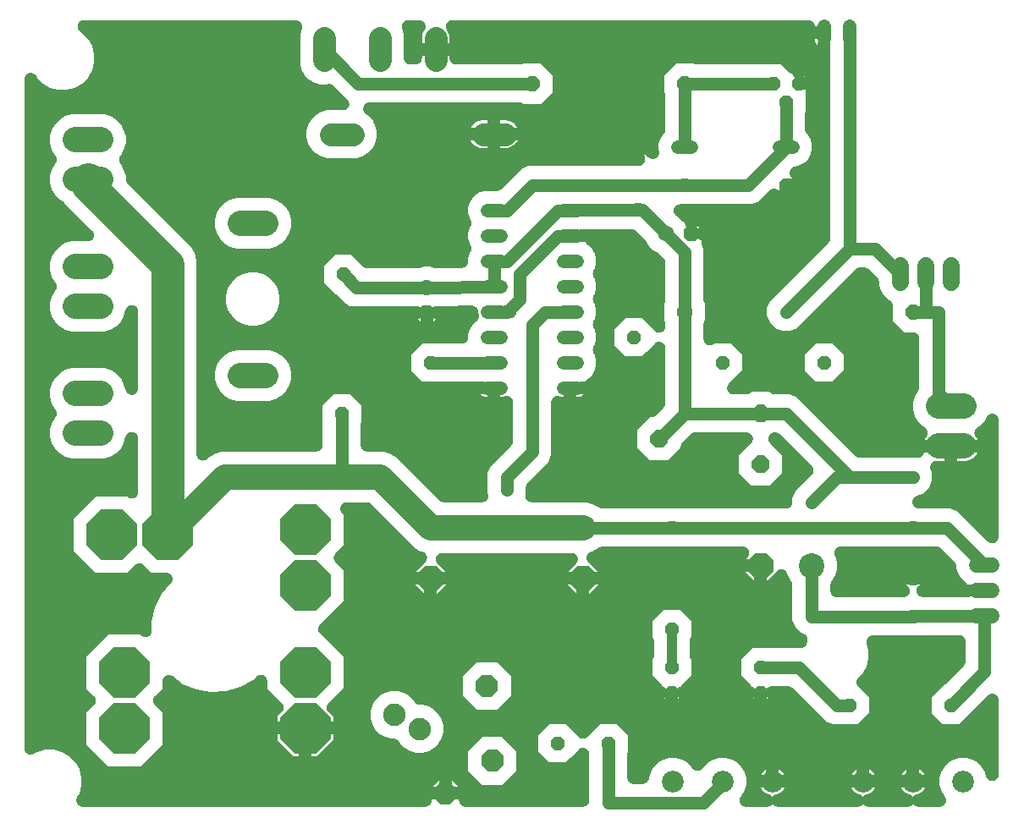
<source format=gbr>
G04 EAGLE Gerber RS-274X export*
G75*
%MOMM*%
%FSLAX34Y34*%
%LPD*%
%INBottom Copper*%
%IPPOS*%
%AMOC8*
5,1,8,0,0,1.08239X$1,22.5*%
G01*
%ADD10P,5.498541X8X22.500000*%
%ADD11P,1.429621X8X22.500000*%
%ADD12P,1.429621X8X112.500000*%
%ADD13P,1.429621X8X292.500000*%
%ADD14C,1.320800*%
%ADD15C,2.247900*%
%ADD16C,2.540000*%
%ADD17C,1.524000*%
%ADD18C,2.514600*%
%ADD19P,1.429621X8X202.500000*%
%ADD20P,1.924489X8X112.500000*%
%ADD21C,1.676400*%
%ADD22P,2.433104X8X112.500000*%
%ADD23C,2.247900*%
%ADD24C,2.540000*%
%ADD25P,2.749271X8X292.500000*%
%ADD26C,2.184400*%
%ADD27P,1.649562X8X22.500000*%
%ADD28P,1.732040X8X292.500000*%
%ADD29C,1.600200*%
%ADD30P,2.749271X8X202.500000*%
%ADD31P,1.649562X8X202.500000*%
%ADD32P,1.732040X8X22.500000*%
%ADD33C,1.270000*%
%ADD34R,0.756400X0.756400*%
%ADD35C,0.756400*%
%ADD36C,3.302000*%
%ADD37C,1.016000*%

G36*
X413705Y12701D02*
X413705Y12701D01*
X413708Y12701D01*
X414056Y12721D01*
X414414Y12741D01*
X414417Y12741D01*
X414419Y12741D01*
X414760Y12800D01*
X415116Y12860D01*
X415119Y12861D01*
X415122Y12861D01*
X415463Y12960D01*
X415801Y13057D01*
X415803Y13059D01*
X415806Y13059D01*
X416130Y13194D01*
X416459Y13330D01*
X416461Y13332D01*
X416464Y13333D01*
X416775Y13505D01*
X417082Y13675D01*
X417084Y13677D01*
X417087Y13678D01*
X417370Y13879D01*
X417663Y14087D01*
X417665Y14089D01*
X417668Y14091D01*
X417935Y14331D01*
X418194Y14562D01*
X418196Y14565D01*
X418198Y14566D01*
X418437Y14834D01*
X418669Y15094D01*
X418670Y15096D01*
X418672Y15098D01*
X418868Y15376D01*
X419081Y15675D01*
X419082Y15678D01*
X419084Y15680D01*
X419243Y15970D01*
X419425Y16299D01*
X419426Y16302D01*
X419427Y16304D01*
X419558Y16621D01*
X419697Y16957D01*
X419698Y16960D01*
X419699Y16963D01*
X419793Y17292D01*
X419894Y17642D01*
X419894Y17645D01*
X419895Y17647D01*
X419954Y18001D01*
X420012Y18344D01*
X420013Y18347D01*
X420013Y18350D01*
X420052Y19050D01*
X420052Y19813D01*
X433832Y19813D01*
X447612Y19813D01*
X447612Y19050D01*
X447612Y19047D01*
X447612Y19044D01*
X447633Y18683D01*
X447652Y18339D01*
X447653Y18336D01*
X447653Y18333D01*
X447711Y17993D01*
X447772Y17636D01*
X447772Y17634D01*
X447773Y17631D01*
X447873Y17286D01*
X447969Y16952D01*
X447970Y16949D01*
X447971Y16946D01*
X448110Y16611D01*
X448242Y16294D01*
X448243Y16291D01*
X448244Y16289D01*
X448421Y15970D01*
X448587Y15670D01*
X448588Y15668D01*
X448590Y15665D01*
X448801Y15368D01*
X448999Y15089D01*
X449001Y15087D01*
X449003Y15085D01*
X449243Y14817D01*
X449474Y14558D01*
X449476Y14556D01*
X449478Y14554D01*
X449745Y14316D01*
X450005Y14084D01*
X450008Y14082D01*
X450010Y14080D01*
X450294Y13879D01*
X450587Y13672D01*
X450589Y13670D01*
X450591Y13669D01*
X450888Y13506D01*
X451210Y13328D01*
X451213Y13327D01*
X451215Y13325D01*
X451534Y13194D01*
X451869Y13056D01*
X451872Y13055D01*
X451874Y13054D01*
X452204Y12959D01*
X452553Y12859D01*
X452556Y12858D01*
X452559Y12858D01*
X452913Y12798D01*
X453256Y12740D01*
X453259Y12740D01*
X453262Y12739D01*
X453961Y12701D01*
X571500Y12701D01*
X571503Y12701D01*
X571506Y12701D01*
X571853Y12721D01*
X572211Y12741D01*
X572214Y12741D01*
X572217Y12741D01*
X572557Y12800D01*
X572914Y12860D01*
X572916Y12861D01*
X572919Y12861D01*
X573260Y12960D01*
X573598Y13057D01*
X573601Y13059D01*
X573604Y13059D01*
X573928Y13194D01*
X574256Y13330D01*
X574259Y13332D01*
X574261Y13333D01*
X574573Y13505D01*
X574880Y13675D01*
X574882Y13677D01*
X574885Y13678D01*
X575168Y13879D01*
X575461Y14087D01*
X575463Y14089D01*
X575465Y14091D01*
X575733Y14331D01*
X575992Y14562D01*
X575994Y14565D01*
X575996Y14566D01*
X576234Y14834D01*
X576466Y15094D01*
X576468Y15096D01*
X576470Y15098D01*
X576666Y15376D01*
X576878Y15675D01*
X576879Y15678D01*
X576881Y15680D01*
X577041Y15970D01*
X577222Y16299D01*
X577223Y16302D01*
X577225Y16304D01*
X577355Y16621D01*
X577494Y16957D01*
X577495Y16960D01*
X577496Y16963D01*
X577591Y17292D01*
X577691Y17642D01*
X577692Y17645D01*
X577692Y17647D01*
X577752Y18001D01*
X577810Y18344D01*
X577810Y18347D01*
X577811Y18350D01*
X577849Y19050D01*
X577849Y65320D01*
X577849Y65321D01*
X577849Y65323D01*
X577849Y65325D01*
X577849Y65328D01*
X577829Y65682D01*
X577809Y66031D01*
X577809Y66033D01*
X577809Y66034D01*
X577808Y66037D01*
X577808Y66040D01*
X577748Y66390D01*
X577690Y66733D01*
X577689Y66735D01*
X577689Y66736D01*
X577688Y66739D01*
X577688Y66742D01*
X577586Y67093D01*
X577493Y67418D01*
X577492Y67419D01*
X577492Y67421D01*
X577491Y67423D01*
X577490Y67426D01*
X577354Y67752D01*
X577220Y68076D01*
X577219Y68078D01*
X577219Y68079D01*
X577217Y68081D01*
X577216Y68084D01*
X577046Y68391D01*
X576875Y68699D01*
X576874Y68701D01*
X576873Y68702D01*
X576872Y68704D01*
X576870Y68707D01*
X576658Y69005D01*
X576463Y69280D01*
X576462Y69281D01*
X576461Y69283D01*
X576459Y69285D01*
X576457Y69287D01*
X575990Y69809D01*
X575989Y69810D01*
X575988Y69811D01*
X575987Y69812D01*
X575986Y69813D01*
X575711Y70058D01*
X575458Y70284D01*
X575457Y70285D01*
X575456Y70286D01*
X575455Y70287D01*
X575454Y70288D01*
X575168Y70490D01*
X574877Y70696D01*
X574876Y70697D01*
X574875Y70698D01*
X574874Y70699D01*
X574872Y70699D01*
X574559Y70872D01*
X574556Y70874D01*
X574254Y71041D01*
X574252Y71041D01*
X574251Y71042D01*
X574250Y71043D01*
X574249Y71043D01*
X573920Y71179D01*
X573595Y71313D01*
X573594Y71314D01*
X573593Y71314D01*
X573591Y71315D01*
X573590Y71315D01*
X573248Y71413D01*
X572911Y71510D01*
X572909Y71511D01*
X572908Y71511D01*
X572907Y71511D01*
X572905Y71512D01*
X572541Y71573D01*
X572208Y71629D01*
X572207Y71629D01*
X572206Y71630D01*
X572205Y71630D01*
X572203Y71630D01*
X571837Y71650D01*
X571497Y71669D01*
X571495Y71669D01*
X571494Y71669D01*
X571493Y71669D01*
X571491Y71669D01*
X571141Y71649D01*
X570786Y71629D01*
X570784Y71628D01*
X570783Y71628D01*
X570782Y71628D01*
X570780Y71628D01*
X570440Y71570D01*
X570084Y71509D01*
X570082Y71509D01*
X570081Y71508D01*
X570080Y71508D01*
X570078Y71508D01*
X569730Y71407D01*
X569399Y71311D01*
X569398Y71311D01*
X569396Y71310D01*
X569394Y71310D01*
X569061Y71171D01*
X568741Y71038D01*
X568740Y71037D01*
X568739Y71037D01*
X568738Y71036D01*
X568736Y71036D01*
X568436Y70869D01*
X568118Y70693D01*
X568116Y70692D01*
X568115Y70692D01*
X568115Y70691D01*
X568113Y70690D01*
X567811Y70475D01*
X567537Y70281D01*
X567536Y70279D01*
X567535Y70279D01*
X567534Y70278D01*
X567533Y70277D01*
X567010Y69809D01*
X558834Y61633D01*
X554096Y56895D01*
X538104Y56895D01*
X526795Y68204D01*
X526795Y84196D01*
X538104Y95505D01*
X554096Y95505D01*
X567010Y82591D01*
X567013Y82589D01*
X567014Y82587D01*
X567290Y82341D01*
X567542Y82116D01*
X567544Y82114D01*
X567546Y82112D01*
X567843Y81902D01*
X568123Y81704D01*
X568125Y81702D01*
X568128Y81701D01*
X568442Y81527D01*
X568746Y81359D01*
X568749Y81358D01*
X568751Y81357D01*
X569082Y81220D01*
X569404Y81087D01*
X569407Y81086D01*
X569410Y81085D01*
X569752Y80987D01*
X570089Y80890D01*
X570092Y80889D01*
X570095Y80888D01*
X570462Y80826D01*
X570792Y80771D01*
X570794Y80770D01*
X570797Y80770D01*
X571163Y80750D01*
X571503Y80731D01*
X571506Y80731D01*
X571509Y80731D01*
X571860Y80751D01*
X572214Y80771D01*
X572217Y80772D01*
X572220Y80772D01*
X572563Y80831D01*
X572916Y80891D01*
X572919Y80892D01*
X572922Y80892D01*
X573275Y80994D01*
X573601Y81089D01*
X573603Y81090D01*
X573606Y81090D01*
X573939Y81229D01*
X574259Y81362D01*
X574261Y81363D01*
X574264Y81364D01*
X574562Y81529D01*
X574882Y81707D01*
X574885Y81708D01*
X574887Y81710D01*
X575164Y81907D01*
X575463Y82119D01*
X575465Y82121D01*
X575467Y82123D01*
X575990Y82591D01*
X588904Y95505D01*
X604896Y95505D01*
X616205Y84196D01*
X616205Y67062D01*
X616203Y67057D01*
X616109Y66731D01*
X616109Y66726D01*
X616108Y66722D01*
X616048Y66366D01*
X615990Y66028D01*
X615990Y66024D01*
X615989Y66020D01*
X615951Y65320D01*
X615951Y41910D01*
X615951Y41907D01*
X615951Y41904D01*
X615971Y41557D01*
X615991Y41199D01*
X615991Y41196D01*
X615991Y41193D01*
X616051Y40845D01*
X616110Y40496D01*
X616111Y40494D01*
X616111Y40491D01*
X616214Y40137D01*
X616307Y39812D01*
X616309Y39809D01*
X616309Y39806D01*
X616447Y39475D01*
X616580Y39154D01*
X616582Y39151D01*
X616583Y39149D01*
X616766Y38817D01*
X616925Y38530D01*
X616927Y38528D01*
X616928Y38525D01*
X617139Y38228D01*
X617337Y37949D01*
X617339Y37947D01*
X617341Y37945D01*
X617581Y37677D01*
X617812Y37418D01*
X617815Y37416D01*
X617816Y37414D01*
X618084Y37176D01*
X618344Y36944D01*
X618346Y36942D01*
X618348Y36940D01*
X618629Y36742D01*
X618925Y36532D01*
X618928Y36530D01*
X618930Y36529D01*
X619231Y36363D01*
X619549Y36188D01*
X619552Y36187D01*
X619554Y36185D01*
X619872Y36054D01*
X620207Y35916D01*
X620210Y35915D01*
X620213Y35914D01*
X620542Y35819D01*
X620892Y35719D01*
X620895Y35718D01*
X620897Y35718D01*
X621251Y35658D01*
X621594Y35600D01*
X621597Y35600D01*
X621600Y35599D01*
X622300Y35561D01*
X631228Y35561D01*
X631231Y35561D01*
X631234Y35561D01*
X631581Y35581D01*
X631939Y35601D01*
X631942Y35601D01*
X631945Y35601D01*
X632285Y35660D01*
X632642Y35720D01*
X632644Y35721D01*
X632647Y35721D01*
X632992Y35821D01*
X633326Y35917D01*
X633329Y35919D01*
X633332Y35919D01*
X633656Y36054D01*
X633984Y36190D01*
X633987Y36192D01*
X633989Y36193D01*
X634297Y36363D01*
X634608Y36535D01*
X634610Y36537D01*
X634613Y36538D01*
X634910Y36749D01*
X635189Y36947D01*
X635191Y36949D01*
X635193Y36951D01*
X635453Y37184D01*
X635720Y37422D01*
X635722Y37425D01*
X635724Y37426D01*
X635962Y37694D01*
X636194Y37954D01*
X636196Y37956D01*
X636198Y37958D01*
X636396Y38239D01*
X636606Y38535D01*
X636608Y38538D01*
X636609Y38540D01*
X636772Y38836D01*
X636950Y39159D01*
X636951Y39162D01*
X636953Y39164D01*
X637081Y39475D01*
X637222Y39817D01*
X637223Y39820D01*
X637224Y39823D01*
X637318Y40148D01*
X637419Y40502D01*
X637420Y40505D01*
X637420Y40507D01*
X637473Y40822D01*
X639187Y47218D01*
X642297Y52605D01*
X646695Y57003D01*
X652082Y60113D01*
X658090Y61723D01*
X664310Y61723D01*
X670318Y60113D01*
X675705Y57003D01*
X680103Y52605D01*
X680701Y51568D01*
X680833Y51368D01*
X680956Y51163D01*
X681028Y51070D01*
X681092Y50972D01*
X681245Y50788D01*
X681390Y50598D01*
X681472Y50513D01*
X681546Y50423D01*
X681719Y50258D01*
X681885Y50085D01*
X681975Y50010D01*
X682059Y49929D01*
X682249Y49784D01*
X682434Y49631D01*
X682532Y49567D01*
X682625Y49496D01*
X682830Y49372D01*
X683030Y49241D01*
X683135Y49189D01*
X683235Y49128D01*
X683452Y49029D01*
X683667Y48921D01*
X683777Y48880D01*
X683883Y48831D01*
X684110Y48757D01*
X684335Y48674D01*
X684448Y48646D01*
X684559Y48609D01*
X684794Y48560D01*
X685027Y48503D01*
X685142Y48488D01*
X685257Y48464D01*
X685496Y48442D01*
X685733Y48411D01*
X685850Y48409D01*
X685966Y48398D01*
X686206Y48402D01*
X686445Y48398D01*
X686562Y48409D01*
X686679Y48411D01*
X686916Y48443D01*
X687154Y48466D01*
X687269Y48490D01*
X687385Y48505D01*
X687618Y48563D01*
X687852Y48612D01*
X687963Y48649D01*
X688076Y48677D01*
X688301Y48761D01*
X688528Y48836D01*
X688634Y48885D01*
X688744Y48925D01*
X688958Y49034D01*
X689175Y49134D01*
X689275Y49194D01*
X689380Y49247D01*
X689580Y49378D01*
X689785Y49502D01*
X689878Y49574D01*
X689975Y49638D01*
X690159Y49791D01*
X690349Y49937D01*
X690433Y50018D01*
X690523Y50093D01*
X690689Y50265D01*
X690862Y50432D01*
X690936Y50522D01*
X691017Y50606D01*
X691163Y50796D01*
X691315Y50981D01*
X691380Y51080D01*
X691450Y51172D01*
X691568Y51368D01*
X691699Y51568D01*
X692297Y52605D01*
X696695Y57003D01*
X702082Y60113D01*
X708090Y61723D01*
X714310Y61723D01*
X720318Y60113D01*
X725705Y57003D01*
X730103Y52605D01*
X733213Y47218D01*
X734823Y41210D01*
X734823Y34990D01*
X733213Y28982D01*
X730103Y23595D01*
X730047Y23540D01*
X730046Y23538D01*
X730045Y23538D01*
X729805Y23268D01*
X729573Y23008D01*
X729572Y23007D01*
X729571Y23006D01*
X729338Y22678D01*
X729160Y22427D01*
X729160Y22426D01*
X729159Y22425D01*
X728965Y22074D01*
X728816Y21804D01*
X728815Y21802D01*
X728814Y21801D01*
X728660Y21428D01*
X728543Y21146D01*
X728543Y21144D01*
X728542Y21143D01*
X728437Y20777D01*
X728346Y20461D01*
X728346Y20460D01*
X728346Y20458D01*
X728286Y20108D01*
X728227Y19759D01*
X728227Y19757D01*
X728227Y19756D01*
X728208Y19407D01*
X728187Y19047D01*
X728188Y19046D01*
X728187Y19044D01*
X728208Y18683D01*
X728228Y18336D01*
X728228Y18334D01*
X728228Y18333D01*
X728284Y18007D01*
X728347Y17634D01*
X728348Y17632D01*
X728348Y17631D01*
X728439Y17315D01*
X728545Y16949D01*
X728546Y16948D01*
X728546Y16946D01*
X728685Y16611D01*
X728818Y16291D01*
X728819Y16290D01*
X728819Y16289D01*
X728996Y15970D01*
X729163Y15668D01*
X729164Y15667D01*
X729165Y15665D01*
X729371Y15376D01*
X729576Y15087D01*
X729577Y15086D01*
X729578Y15085D01*
X729816Y14820D01*
X730051Y14556D01*
X730052Y14555D01*
X730053Y14554D01*
X730311Y14325D01*
X730583Y14082D01*
X730584Y14081D01*
X730585Y14080D01*
X730869Y13879D01*
X731164Y13671D01*
X731166Y13670D01*
X731167Y13669D01*
X731474Y13500D01*
X731788Y13327D01*
X731789Y13326D01*
X731791Y13325D01*
X732134Y13184D01*
X732447Y13055D01*
X732448Y13054D01*
X732449Y13054D01*
X732790Y12956D01*
X733131Y12858D01*
X733133Y12858D01*
X733134Y12858D01*
X733484Y12799D01*
X733834Y12740D01*
X733835Y12740D01*
X733837Y12739D01*
X734537Y12701D01*
X755748Y12701D01*
X755986Y12714D01*
X756224Y12719D01*
X756341Y12734D01*
X756459Y12741D01*
X756694Y12781D01*
X756930Y12812D01*
X757045Y12840D01*
X757162Y12860D01*
X757390Y12926D01*
X757622Y12983D01*
X757733Y13025D01*
X757846Y13057D01*
X758066Y13149D01*
X758290Y13232D01*
X758395Y13285D01*
X758504Y13330D01*
X758713Y13445D01*
X758925Y13553D01*
X759024Y13618D01*
X759128Y13675D01*
X759322Y13813D01*
X759521Y13943D01*
X759612Y14019D01*
X759709Y14087D01*
X759886Y14246D01*
X760070Y14398D01*
X760152Y14484D01*
X760240Y14562D01*
X760398Y14740D01*
X760563Y14912D01*
X760635Y15006D01*
X760714Y15094D01*
X760852Y15288D01*
X760997Y15477D01*
X761058Y15578D01*
X761126Y15675D01*
X761200Y15809D01*
X761280Y15665D01*
X761349Y15569D01*
X761410Y15468D01*
X761555Y15279D01*
X761693Y15085D01*
X761772Y14997D01*
X761844Y14903D01*
X762009Y14732D01*
X762168Y14554D01*
X762257Y14476D01*
X762339Y14391D01*
X762522Y14239D01*
X762700Y14080D01*
X762797Y14012D01*
X762888Y13937D01*
X763087Y13807D01*
X763282Y13669D01*
X763385Y13612D01*
X763484Y13547D01*
X763697Y13440D01*
X763906Y13325D01*
X764015Y13280D01*
X764121Y13227D01*
X764344Y13144D01*
X764565Y13054D01*
X764678Y13021D01*
X764789Y12980D01*
X765021Y12923D01*
X765249Y12858D01*
X765366Y12838D01*
X765481Y12810D01*
X765717Y12779D01*
X765952Y12739D01*
X766072Y12733D01*
X766187Y12718D01*
X766414Y12714D01*
X766652Y12701D01*
X846248Y12701D01*
X846486Y12714D01*
X846724Y12719D01*
X846841Y12734D01*
X846959Y12741D01*
X847194Y12781D01*
X847430Y12812D01*
X847545Y12840D01*
X847662Y12860D01*
X847890Y12926D01*
X848122Y12983D01*
X848233Y13025D01*
X848346Y13057D01*
X848566Y13149D01*
X848790Y13232D01*
X848895Y13285D01*
X849004Y13330D01*
X849213Y13445D01*
X849425Y13553D01*
X849524Y13618D01*
X849628Y13675D01*
X849822Y13813D01*
X850021Y13943D01*
X850112Y14019D01*
X850209Y14087D01*
X850386Y14246D01*
X850570Y14398D01*
X850652Y14484D01*
X850740Y14562D01*
X850898Y14740D01*
X851063Y14912D01*
X851135Y15006D01*
X851214Y15094D01*
X851352Y15288D01*
X851497Y15477D01*
X851558Y15578D01*
X851626Y15675D01*
X851700Y15809D01*
X851780Y15665D01*
X851849Y15569D01*
X851910Y15468D01*
X852055Y15279D01*
X852193Y15085D01*
X852272Y14997D01*
X852344Y14903D01*
X852509Y14732D01*
X852668Y14554D01*
X852757Y14476D01*
X852839Y14391D01*
X853022Y14239D01*
X853200Y14080D01*
X853297Y14012D01*
X853388Y13937D01*
X853587Y13807D01*
X853782Y13669D01*
X853885Y13612D01*
X853984Y13547D01*
X854197Y13440D01*
X854406Y13325D01*
X854515Y13280D01*
X854621Y13227D01*
X854844Y13144D01*
X855065Y13054D01*
X855178Y13021D01*
X855289Y12980D01*
X855521Y12923D01*
X855749Y12858D01*
X855866Y12838D01*
X855981Y12810D01*
X856217Y12779D01*
X856452Y12739D01*
X856572Y12733D01*
X856687Y12718D01*
X856914Y12714D01*
X857152Y12701D01*
X896248Y12701D01*
X896486Y12714D01*
X896724Y12719D01*
X896841Y12734D01*
X896959Y12741D01*
X897194Y12781D01*
X897430Y12812D01*
X897545Y12840D01*
X897662Y12860D01*
X897890Y12926D01*
X898122Y12983D01*
X898233Y13025D01*
X898346Y13057D01*
X898566Y13149D01*
X898790Y13232D01*
X898895Y13285D01*
X899004Y13330D01*
X899213Y13445D01*
X899425Y13553D01*
X899524Y13618D01*
X899628Y13675D01*
X899822Y13813D01*
X900021Y13943D01*
X900112Y14019D01*
X900209Y14087D01*
X900386Y14246D01*
X900570Y14398D01*
X900652Y14484D01*
X900740Y14562D01*
X900898Y14740D01*
X901063Y14912D01*
X901135Y15006D01*
X901214Y15094D01*
X901352Y15288D01*
X901497Y15477D01*
X901558Y15578D01*
X901626Y15675D01*
X901700Y15809D01*
X901780Y15665D01*
X901849Y15569D01*
X901910Y15468D01*
X902055Y15279D01*
X902193Y15085D01*
X902272Y14997D01*
X902344Y14903D01*
X902509Y14732D01*
X902668Y14554D01*
X902757Y14476D01*
X902839Y14391D01*
X903022Y14239D01*
X903200Y14080D01*
X903297Y14012D01*
X903388Y13937D01*
X903587Y13807D01*
X903782Y13669D01*
X903885Y13612D01*
X903984Y13547D01*
X904197Y13440D01*
X904406Y13325D01*
X904515Y13280D01*
X904621Y13227D01*
X904844Y13144D01*
X905065Y13054D01*
X905178Y13021D01*
X905289Y12980D01*
X905521Y12923D01*
X905749Y12858D01*
X905866Y12838D01*
X905981Y12810D01*
X906217Y12779D01*
X906452Y12739D01*
X906572Y12733D01*
X906687Y12718D01*
X906914Y12714D01*
X907152Y12701D01*
X928363Y12701D01*
X928365Y12701D01*
X928366Y12701D01*
X928715Y12721D01*
X929075Y12741D01*
X929076Y12741D01*
X929078Y12741D01*
X929439Y12803D01*
X929777Y12860D01*
X929778Y12860D01*
X929780Y12861D01*
X930164Y12972D01*
X930461Y13057D01*
X930463Y13058D01*
X930464Y13058D01*
X930800Y13198D01*
X931120Y13330D01*
X931121Y13331D01*
X931122Y13332D01*
X931447Y13511D01*
X931743Y13675D01*
X931744Y13676D01*
X931746Y13677D01*
X932062Y13902D01*
X932324Y14087D01*
X932325Y14088D01*
X932326Y14089D01*
X932605Y14339D01*
X932855Y14562D01*
X932856Y14564D01*
X932857Y14565D01*
X933100Y14837D01*
X933329Y15094D01*
X933330Y15095D01*
X933331Y15096D01*
X933529Y15376D01*
X933741Y15675D01*
X933742Y15676D01*
X933743Y15678D01*
X933904Y15970D01*
X934086Y16299D01*
X934086Y16300D01*
X934087Y16302D01*
X934219Y16621D01*
X934358Y16957D01*
X934358Y16959D01*
X934359Y16960D01*
X934456Y17298D01*
X934554Y17642D01*
X934555Y17644D01*
X934555Y17645D01*
X934614Y17992D01*
X934673Y18344D01*
X934673Y18346D01*
X934674Y18347D01*
X934692Y18687D01*
X934713Y19056D01*
X934712Y19057D01*
X934713Y19059D01*
X934690Y19449D01*
X934672Y19767D01*
X934672Y19768D01*
X934672Y19770D01*
X934610Y20127D01*
X934552Y20469D01*
X934551Y20470D01*
X934551Y20472D01*
X934448Y20829D01*
X934354Y21154D01*
X934353Y21155D01*
X934353Y21156D01*
X934221Y21473D01*
X934081Y21811D01*
X934080Y21813D01*
X934079Y21814D01*
X933919Y22103D01*
X933735Y22435D01*
X933734Y22436D01*
X933734Y22437D01*
X933534Y22718D01*
X933322Y23015D01*
X933321Y23016D01*
X933320Y23017D01*
X932853Y23540D01*
X932797Y23595D01*
X929687Y28982D01*
X928077Y34990D01*
X928077Y41210D01*
X929687Y47218D01*
X932797Y52605D01*
X937195Y57003D01*
X942582Y60113D01*
X948590Y61723D01*
X954810Y61723D01*
X960818Y60113D01*
X966205Y57003D01*
X970603Y52605D01*
X973713Y47218D01*
X974817Y43097D01*
X974892Y42871D01*
X974957Y42642D01*
X975003Y42533D01*
X975040Y42420D01*
X975139Y42204D01*
X975230Y41984D01*
X975288Y41880D01*
X975337Y41773D01*
X975460Y41569D01*
X975575Y41361D01*
X975643Y41264D01*
X975705Y41163D01*
X975850Y40973D01*
X975988Y40780D01*
X976066Y40692D01*
X976139Y40597D01*
X976304Y40426D01*
X976462Y40249D01*
X976551Y40170D01*
X976633Y40085D01*
X976817Y39932D01*
X976994Y39774D01*
X977090Y39706D01*
X977182Y39630D01*
X977381Y39500D01*
X977575Y39362D01*
X977679Y39305D01*
X977778Y39240D01*
X977990Y39133D01*
X978199Y39018D01*
X978308Y38973D01*
X978414Y38919D01*
X978637Y38837D01*
X978857Y38746D01*
X978971Y38713D01*
X979082Y38672D01*
X979313Y38615D01*
X979542Y38549D01*
X979659Y38529D01*
X979774Y38501D01*
X980010Y38470D01*
X980244Y38430D01*
X980363Y38424D01*
X980480Y38408D01*
X980718Y38404D01*
X980956Y38391D01*
X981074Y38398D01*
X981192Y38396D01*
X981429Y38418D01*
X981667Y38432D01*
X981784Y38452D01*
X981902Y38463D01*
X982135Y38512D01*
X982369Y38552D01*
X982483Y38585D01*
X982599Y38609D01*
X982825Y38683D01*
X983054Y38750D01*
X983163Y38795D01*
X983275Y38832D01*
X983492Y38932D01*
X983711Y39023D01*
X983815Y39080D01*
X983923Y39130D01*
X984126Y39253D01*
X984335Y39368D01*
X984431Y39437D01*
X984532Y39498D01*
X984721Y39643D01*
X984915Y39781D01*
X985003Y39860D01*
X985097Y39932D01*
X985268Y40098D01*
X985446Y40257D01*
X985524Y40345D01*
X985610Y40427D01*
X985761Y40611D01*
X985920Y40789D01*
X985988Y40885D01*
X986063Y40976D01*
X986194Y41176D01*
X986331Y41370D01*
X986388Y41474D01*
X986453Y41573D01*
X986560Y41786D01*
X986675Y41994D01*
X986720Y42104D01*
X986773Y42209D01*
X986856Y42433D01*
X986946Y42653D01*
X986979Y42767D01*
X987020Y42878D01*
X987077Y43109D01*
X987142Y43338D01*
X987162Y43454D01*
X987190Y43569D01*
X987221Y43806D01*
X987261Y44040D01*
X987267Y44160D01*
X987282Y44276D01*
X987286Y44503D01*
X987299Y44740D01*
X987299Y119529D01*
X987299Y119530D01*
X987299Y119532D01*
X987279Y119898D01*
X987259Y120240D01*
X987259Y120242D01*
X987259Y120243D01*
X987198Y120598D01*
X987140Y120943D01*
X987140Y120944D01*
X987139Y120945D01*
X987034Y121310D01*
X986943Y121627D01*
X986942Y121628D01*
X986942Y121630D01*
X986826Y121908D01*
X986670Y122285D01*
X986669Y122287D01*
X986669Y122288D01*
X986493Y122605D01*
X986325Y122909D01*
X986324Y122910D01*
X986323Y122911D01*
X986105Y123218D01*
X985913Y123490D01*
X985912Y123491D01*
X985911Y123492D01*
X985663Y123769D01*
X985438Y124021D01*
X985437Y124022D01*
X985436Y124023D01*
X985182Y124249D01*
X984906Y124495D01*
X984905Y124496D01*
X984904Y124497D01*
X984643Y124681D01*
X984325Y124907D01*
X984323Y124908D01*
X984322Y124909D01*
X984034Y125068D01*
X983701Y125251D01*
X983700Y125252D01*
X983699Y125253D01*
X983354Y125395D01*
X983043Y125523D01*
X983041Y125524D01*
X983040Y125524D01*
X982712Y125618D01*
X982358Y125720D01*
X982357Y125720D01*
X982355Y125721D01*
X981983Y125784D01*
X981656Y125839D01*
X981654Y125839D01*
X981653Y125839D01*
X981269Y125860D01*
X980944Y125878D01*
X980943Y125878D01*
X980941Y125878D01*
X980570Y125857D01*
X980233Y125838D01*
X980232Y125837D01*
X980230Y125837D01*
X979853Y125773D01*
X979531Y125718D01*
X979530Y125717D01*
X979528Y125717D01*
X979151Y125608D01*
X978846Y125520D01*
X978845Y125519D01*
X978844Y125519D01*
X978509Y125379D01*
X978189Y125246D01*
X978187Y125246D01*
X978186Y125245D01*
X977874Y125072D01*
X977565Y124901D01*
X977564Y124900D01*
X977563Y124899D01*
X977238Y124668D01*
X976985Y124488D01*
X976984Y124487D01*
X976983Y124486D01*
X976460Y124019D01*
X960964Y108523D01*
X960962Y108519D01*
X960958Y108517D01*
X960724Y108254D01*
X960490Y107991D01*
X960487Y107988D01*
X960484Y107985D01*
X960283Y107700D01*
X960077Y107410D01*
X960075Y107407D01*
X960073Y107403D01*
X959912Y107111D01*
X947796Y94995D01*
X931804Y94995D01*
X920495Y106304D01*
X920495Y122296D01*
X932611Y134412D01*
X932913Y134579D01*
X932916Y134581D01*
X932920Y134584D01*
X933219Y134796D01*
X933494Y134991D01*
X933497Y134994D01*
X933500Y134997D01*
X934023Y135464D01*
X952418Y153859D01*
X952420Y153863D01*
X952424Y153865D01*
X952658Y154128D01*
X952892Y154391D01*
X952895Y154394D01*
X952898Y154397D01*
X953099Y154682D01*
X953305Y154972D01*
X953307Y154975D01*
X953309Y154979D01*
X953480Y155289D01*
X953649Y155595D01*
X953651Y155599D01*
X953653Y155603D01*
X953787Y155928D01*
X953922Y156254D01*
X953923Y156258D01*
X953924Y156262D01*
X954021Y156600D01*
X954119Y156938D01*
X954119Y156942D01*
X954120Y156947D01*
X954180Y157303D01*
X954238Y157641D01*
X954238Y157645D01*
X954239Y157649D01*
X954277Y158349D01*
X954277Y178308D01*
X954277Y178311D01*
X954277Y178314D01*
X954257Y178661D01*
X954237Y179019D01*
X954237Y179022D01*
X954237Y179025D01*
X954178Y179365D01*
X954118Y179722D01*
X954117Y179724D01*
X954117Y179727D01*
X954017Y180072D01*
X953921Y180406D01*
X953919Y180409D01*
X953919Y180412D01*
X953784Y180736D01*
X953648Y181064D01*
X953646Y181067D01*
X953645Y181069D01*
X953474Y181379D01*
X953303Y181688D01*
X953301Y181690D01*
X953300Y181693D01*
X953099Y181975D01*
X952891Y182269D01*
X952889Y182271D01*
X952887Y182273D01*
X952655Y182532D01*
X952416Y182800D01*
X952413Y182802D01*
X952412Y182804D01*
X952144Y183042D01*
X951884Y183274D01*
X951882Y183276D01*
X951880Y183278D01*
X951599Y183476D01*
X951303Y183686D01*
X951300Y183688D01*
X951298Y183689D01*
X951002Y183852D01*
X950679Y184030D01*
X950676Y184031D01*
X950674Y184033D01*
X950356Y184164D01*
X950021Y184302D01*
X950018Y184303D01*
X950015Y184304D01*
X949686Y184399D01*
X949336Y184499D01*
X949333Y184500D01*
X949331Y184500D01*
X948977Y184560D01*
X948634Y184618D01*
X948631Y184618D01*
X948628Y184619D01*
X947928Y184657D01*
X913088Y184657D01*
X913084Y184657D01*
X913080Y184657D01*
X912726Y184637D01*
X912377Y184617D01*
X912373Y184617D01*
X912368Y184616D01*
X912018Y184556D01*
X911675Y184498D01*
X911671Y184497D01*
X911666Y184496D01*
X911314Y184394D01*
X910990Y184301D01*
X910986Y184299D01*
X910982Y184298D01*
X910656Y184162D01*
X910332Y184028D01*
X910328Y184026D01*
X910324Y184024D01*
X910092Y183895D01*
X892562Y183895D01*
X892231Y183991D01*
X892226Y183991D01*
X892222Y183992D01*
X891866Y184052D01*
X891528Y184110D01*
X891524Y184110D01*
X891520Y184111D01*
X890820Y184149D01*
X861541Y184149D01*
X861420Y184142D01*
X861299Y184145D01*
X861065Y184122D01*
X860830Y184109D01*
X860710Y184089D01*
X860589Y184078D01*
X860359Y184029D01*
X860127Y183990D01*
X860011Y183956D01*
X859892Y183931D01*
X859669Y183858D01*
X859443Y183793D01*
X859331Y183746D01*
X859216Y183708D01*
X859002Y183610D01*
X858785Y183520D01*
X858678Y183461D01*
X858568Y183410D01*
X858367Y183289D01*
X858161Y183175D01*
X858063Y183105D01*
X857959Y183042D01*
X857772Y182898D01*
X857580Y182763D01*
X857490Y182682D01*
X857394Y182608D01*
X857225Y182444D01*
X857049Y182288D01*
X856969Y182197D01*
X856881Y182113D01*
X856732Y181932D01*
X856575Y181756D01*
X856505Y181657D01*
X856428Y181564D01*
X856299Y181367D01*
X856163Y181175D01*
X856104Y181069D01*
X856038Y180967D01*
X855932Y180757D01*
X855819Y180551D01*
X855772Y180439D01*
X855718Y180331D01*
X855637Y180110D01*
X855547Y179893D01*
X855513Y179776D01*
X855471Y179663D01*
X855415Y179434D01*
X855350Y179208D01*
X855330Y179088D01*
X855301Y178971D01*
X855270Y178737D01*
X855231Y178506D01*
X855224Y178385D01*
X855209Y178264D01*
X855205Y178029D01*
X855192Y177794D01*
X855199Y177673D01*
X855197Y177552D01*
X855219Y177318D01*
X855232Y177083D01*
X855253Y176964D01*
X855264Y176843D01*
X855314Y176607D01*
X855352Y176381D01*
X855357Y176365D01*
X855358Y176362D01*
X855385Y176267D01*
X855408Y176157D01*
X857251Y169280D01*
X857251Y160920D01*
X855087Y152845D01*
X850907Y145605D01*
X847041Y141739D01*
X847039Y141737D01*
X847037Y141735D01*
X846798Y141467D01*
X846567Y141208D01*
X846565Y141205D01*
X846563Y141203D01*
X846364Y140922D01*
X846154Y140627D01*
X846153Y140624D01*
X846151Y140622D01*
X845980Y140310D01*
X845810Y140003D01*
X845809Y140001D01*
X845807Y139998D01*
X845658Y139636D01*
X845537Y139345D01*
X845537Y139342D01*
X845535Y139339D01*
X845432Y138980D01*
X845340Y138660D01*
X845340Y138657D01*
X845339Y138655D01*
X845278Y138290D01*
X845221Y137958D01*
X845221Y137955D01*
X845221Y137952D01*
X845200Y137582D01*
X845182Y137247D01*
X845182Y137244D01*
X845182Y137241D01*
X845202Y136890D01*
X845222Y136535D01*
X845222Y136532D01*
X845223Y136530D01*
X845281Y136186D01*
X845342Y135833D01*
X845342Y135830D01*
X845343Y135827D01*
X845450Y135458D01*
X845539Y135149D01*
X845540Y135146D01*
X845541Y135143D01*
X845684Y134801D01*
X845812Y134490D01*
X845814Y134488D01*
X845815Y134485D01*
X845986Y134178D01*
X846157Y133867D01*
X846159Y133865D01*
X846160Y133862D01*
X846369Y133570D01*
X846570Y133287D01*
X846572Y133284D01*
X846574Y133282D01*
X847041Y132760D01*
X857505Y122296D01*
X857505Y106304D01*
X846196Y94995D01*
X829062Y94995D01*
X828731Y95091D01*
X828726Y95091D01*
X828722Y95092D01*
X828366Y95152D01*
X828028Y95210D01*
X828024Y95210D01*
X828020Y95211D01*
X827320Y95249D01*
X821711Y95249D01*
X814709Y98150D01*
X781369Y131490D01*
X781365Y131492D01*
X781362Y131496D01*
X781100Y131730D01*
X780837Y131964D01*
X780834Y131967D01*
X780831Y131970D01*
X780546Y132171D01*
X780256Y132377D01*
X780252Y132379D01*
X780249Y132381D01*
X779939Y132552D01*
X779633Y132721D01*
X779629Y132723D01*
X779625Y132725D01*
X779300Y132859D01*
X778974Y132994D01*
X778970Y132995D01*
X778966Y132996D01*
X778628Y133093D01*
X778290Y133191D01*
X778286Y133191D01*
X778281Y133192D01*
X777925Y133252D01*
X777587Y133310D01*
X777583Y133310D01*
X777579Y133311D01*
X776879Y133349D01*
X760180Y133349D01*
X760176Y133349D01*
X760172Y133349D01*
X759818Y133329D01*
X759469Y133309D01*
X759465Y133309D01*
X759460Y133308D01*
X759110Y133248D01*
X758767Y133190D01*
X758763Y133189D01*
X758758Y133188D01*
X758406Y133086D01*
X758082Y132993D01*
X758078Y132991D01*
X758074Y132990D01*
X757748Y132854D01*
X757424Y132720D01*
X757420Y132718D01*
X757416Y132716D01*
X757109Y132546D01*
X756800Y132375D01*
X756797Y132373D01*
X756793Y132370D01*
X756494Y132158D01*
X756220Y131963D01*
X756217Y131960D01*
X756213Y131957D01*
X755691Y131490D01*
X755690Y131489D01*
X755690Y131488D01*
X755689Y131488D01*
X755688Y131487D01*
X755444Y131214D01*
X755216Y130958D01*
X755215Y130957D01*
X755214Y130956D01*
X755000Y130655D01*
X754804Y130377D01*
X754803Y130376D01*
X754802Y130375D01*
X754669Y130134D01*
X754461Y130428D01*
X754263Y130707D01*
X754261Y130709D01*
X754259Y130711D01*
X754025Y130972D01*
X753788Y131238D01*
X753786Y131240D01*
X753784Y131242D01*
X753526Y131471D01*
X753256Y131712D01*
X753254Y131714D01*
X753252Y131716D01*
X752971Y131914D01*
X752675Y132124D01*
X752672Y132126D01*
X752670Y132127D01*
X752374Y132290D01*
X752051Y132468D01*
X752049Y132469D01*
X752046Y132471D01*
X751728Y132602D01*
X751393Y132740D01*
X751390Y132741D01*
X751388Y132742D01*
X751059Y132837D01*
X750708Y132937D01*
X750705Y132938D01*
X750703Y132938D01*
X750349Y132998D01*
X750006Y133056D01*
X750003Y133056D01*
X750000Y133057D01*
X749300Y133095D01*
X749297Y133095D01*
X749294Y133095D01*
X748947Y133075D01*
X748589Y133055D01*
X748586Y133055D01*
X748583Y133055D01*
X748242Y132996D01*
X747886Y132936D01*
X747883Y132935D01*
X747881Y132935D01*
X747532Y132834D01*
X747202Y132739D01*
X747199Y132737D01*
X747196Y132737D01*
X746872Y132602D01*
X746544Y132466D01*
X746541Y132464D01*
X746538Y132463D01*
X746227Y132291D01*
X745920Y132121D01*
X745918Y132119D01*
X745915Y132118D01*
X745618Y131907D01*
X745339Y131709D01*
X745337Y131707D01*
X745335Y131705D01*
X745067Y131465D01*
X744808Y131234D01*
X744806Y131231D01*
X744804Y131230D01*
X744562Y130958D01*
X744334Y130702D01*
X744332Y130700D01*
X744330Y130698D01*
X744132Y130417D01*
X743933Y130137D01*
X743891Y130206D01*
X743792Y130384D01*
X743703Y130509D01*
X743623Y130638D01*
X743497Y130799D01*
X743379Y130965D01*
X743277Y131078D01*
X743183Y131198D01*
X743037Y131346D01*
X742904Y131495D01*
X742903Y131496D01*
X742795Y131592D01*
X742691Y131698D01*
X742528Y131830D01*
X742371Y131970D01*
X742251Y132055D01*
X742137Y132147D01*
X741961Y132260D01*
X741790Y132381D01*
X741661Y132452D01*
X741537Y132531D01*
X741349Y132624D01*
X741166Y132725D01*
X741030Y132781D01*
X740898Y132846D01*
X740701Y132917D01*
X740507Y132996D01*
X740366Y133037D01*
X740228Y133087D01*
X740024Y133135D01*
X739960Y133153D01*
X739897Y133371D01*
X739799Y133712D01*
X739797Y133716D01*
X739796Y133720D01*
X739663Y134039D01*
X739526Y134370D01*
X739524Y134374D01*
X739522Y134378D01*
X739351Y134686D01*
X739181Y134993D01*
X739179Y134997D01*
X739176Y135001D01*
X738967Y135295D01*
X738769Y135574D01*
X738766Y135577D01*
X738763Y135581D01*
X738296Y136103D01*
X729995Y144404D01*
X729995Y160396D01*
X741304Y171705D01*
X758438Y171705D01*
X758769Y171610D01*
X758774Y171609D01*
X758778Y171608D01*
X759122Y171550D01*
X759471Y171490D01*
X759476Y171490D01*
X759480Y171489D01*
X760180Y171451D01*
X789459Y171451D01*
X789699Y171464D01*
X789940Y171469D01*
X790055Y171484D01*
X790170Y171491D01*
X790407Y171531D01*
X790647Y171563D01*
X790759Y171591D01*
X790873Y171610D01*
X791104Y171677D01*
X791338Y171735D01*
X791446Y171775D01*
X791557Y171807D01*
X791780Y171900D01*
X792006Y171984D01*
X792108Y172036D01*
X792215Y172080D01*
X792426Y172197D01*
X792641Y172306D01*
X792738Y172369D01*
X792839Y172425D01*
X793035Y172564D01*
X793237Y172697D01*
X793326Y172771D01*
X793420Y172837D01*
X793599Y172998D01*
X793784Y173152D01*
X793865Y173236D01*
X793951Y173312D01*
X794111Y173492D01*
X794278Y173666D01*
X794348Y173758D01*
X794425Y173844D01*
X794564Y174041D01*
X794711Y174232D01*
X794770Y174331D01*
X794837Y174425D01*
X794954Y174636D01*
X795077Y174843D01*
X795125Y174948D01*
X795181Y175049D01*
X795273Y175271D01*
X795373Y175491D01*
X795410Y175602D01*
X795453Y175707D01*
X795517Y175928D01*
X795592Y176157D01*
X796043Y177840D01*
X796104Y178004D01*
X796119Y178065D01*
X796139Y178124D01*
X796205Y178411D01*
X796275Y178696D01*
X796283Y178758D01*
X796297Y178819D01*
X796330Y179110D01*
X796368Y179402D01*
X796369Y179465D01*
X796376Y179527D01*
X796376Y179821D01*
X796381Y180115D01*
X796376Y180177D01*
X796375Y180239D01*
X796342Y180531D01*
X796315Y180824D01*
X796302Y180885D01*
X796295Y180947D01*
X796229Y181233D01*
X796169Y181521D01*
X796149Y181580D01*
X796135Y181641D01*
X796038Y181919D01*
X795946Y182198D01*
X795920Y182254D01*
X795899Y182313D01*
X795771Y182579D01*
X795649Y182845D01*
X795616Y182899D01*
X795589Y182955D01*
X795432Y183204D01*
X795281Y183455D01*
X795243Y183505D01*
X795209Y183557D01*
X795026Y183787D01*
X794847Y184020D01*
X794803Y184065D01*
X794764Y184114D01*
X794556Y184321D01*
X794352Y184533D01*
X794304Y184573D01*
X794260Y184617D01*
X794030Y184799D01*
X793803Y184987D01*
X793751Y185021D01*
X793702Y185060D01*
X793454Y185215D01*
X793207Y185377D01*
X793151Y185405D01*
X793098Y185438D01*
X792821Y185571D01*
X792571Y185697D01*
X792518Y185717D01*
X792466Y185742D01*
X789309Y187050D01*
X783950Y192409D01*
X781049Y199411D01*
X781049Y234499D01*
X781049Y234503D01*
X781049Y234507D01*
X781030Y234850D01*
X781026Y234914D01*
X781024Y234989D01*
X781020Y235025D01*
X781009Y235210D01*
X781009Y235214D01*
X781008Y235219D01*
X780948Y235568D01*
X780943Y235598D01*
X780930Y235695D01*
X780919Y235740D01*
X780890Y235912D01*
X780889Y235916D01*
X780888Y235921D01*
X780787Y236269D01*
X780758Y236387D01*
X780738Y236440D01*
X780693Y236597D01*
X780691Y236601D01*
X780690Y236605D01*
X780560Y236917D01*
X780509Y237054D01*
X780477Y237116D01*
X780420Y237255D01*
X780418Y237259D01*
X780416Y237263D01*
X780271Y237525D01*
X780192Y237680D01*
X776430Y244196D01*
X776026Y245704D01*
X775951Y245931D01*
X775885Y246161D01*
X775840Y246269D01*
X775804Y246380D01*
X775704Y246598D01*
X775612Y246819D01*
X775555Y246922D01*
X775506Y247028D01*
X775383Y247233D01*
X775267Y247443D01*
X775199Y247538D01*
X775139Y247638D01*
X774993Y247828D01*
X774854Y248023D01*
X774776Y248110D01*
X774705Y248203D01*
X774539Y248376D01*
X774379Y248554D01*
X774292Y248632D01*
X774210Y248716D01*
X774026Y248869D01*
X773847Y249028D01*
X773752Y249096D01*
X773662Y249171D01*
X773461Y249301D01*
X773266Y249440D01*
X773163Y249496D01*
X773065Y249561D01*
X772852Y249668D01*
X772642Y249784D01*
X772534Y249829D01*
X772429Y249881D01*
X772205Y249964D01*
X771983Y250056D01*
X771871Y250088D01*
X771761Y250129D01*
X771529Y250186D01*
X771299Y250252D01*
X771183Y250272D01*
X771070Y250300D01*
X770832Y250331D01*
X770596Y250371D01*
X770479Y250377D01*
X770363Y250392D01*
X770124Y250397D01*
X769885Y250410D01*
X769768Y250403D01*
X769651Y250405D01*
X769413Y250383D01*
X769173Y250369D01*
X769058Y250349D01*
X768942Y250338D01*
X768708Y250289D01*
X768471Y250248D01*
X768359Y250216D01*
X768244Y250192D01*
X768017Y250117D01*
X767787Y250050D01*
X767679Y250005D01*
X767568Y249969D01*
X767350Y249869D01*
X767129Y249777D01*
X767027Y249720D01*
X766921Y249671D01*
X766716Y249547D01*
X766506Y249431D01*
X766411Y249363D01*
X766311Y249303D01*
X766121Y249157D01*
X765926Y249018D01*
X765838Y248939D01*
X765746Y248868D01*
X765582Y248710D01*
X765404Y248550D01*
X756265Y239412D01*
X755649Y238796D01*
X755649Y254000D01*
X755649Y254003D01*
X755649Y254005D01*
X755630Y254353D01*
X755609Y254711D01*
X755609Y254714D01*
X755609Y254717D01*
X755554Y255034D01*
X755490Y255413D01*
X755489Y255416D01*
X755489Y255419D01*
X755390Y255760D01*
X755293Y256098D01*
X755292Y256100D01*
X755291Y256103D01*
X755156Y256427D01*
X755020Y256756D01*
X755018Y256759D01*
X755017Y256761D01*
X754849Y257065D01*
X754675Y257379D01*
X754674Y257382D01*
X754672Y257384D01*
X754461Y257681D01*
X754263Y257960D01*
X754261Y257962D01*
X754259Y257965D01*
X754019Y258233D01*
X753788Y258491D01*
X753787Y258492D01*
X753785Y258493D01*
X753784Y258495D01*
X753783Y258495D01*
X753783Y258496D01*
X753516Y258734D01*
X753256Y258966D01*
X753253Y258968D01*
X753251Y258970D01*
X752971Y259168D01*
X752675Y259378D01*
X752672Y259380D01*
X752670Y259381D01*
X752377Y259543D01*
X752051Y259722D01*
X752048Y259724D01*
X752046Y259725D01*
X751727Y259856D01*
X751392Y259995D01*
X751390Y259995D01*
X751387Y259996D01*
X751058Y260091D01*
X750708Y260191D01*
X750705Y260192D01*
X750702Y260193D01*
X750348Y260252D01*
X750005Y260310D01*
X750003Y260310D01*
X750000Y260311D01*
X749300Y260349D01*
X734096Y260349D01*
X735957Y262210D01*
X735958Y262212D01*
X735959Y262212D01*
X736162Y262440D01*
X736431Y262742D01*
X736432Y262743D01*
X736433Y262744D01*
X736655Y263057D01*
X736844Y263323D01*
X736844Y263324D01*
X736845Y263325D01*
X737021Y263643D01*
X737188Y263946D01*
X737189Y263948D01*
X737189Y263949D01*
X737325Y264278D01*
X737461Y264605D01*
X737461Y264606D01*
X737462Y264607D01*
X737570Y264983D01*
X737658Y265289D01*
X737658Y265290D01*
X737658Y265292D01*
X737719Y265653D01*
X737777Y265992D01*
X737777Y265993D01*
X737777Y265994D01*
X737795Y266323D01*
X737816Y266703D01*
X737816Y266704D01*
X737816Y266706D01*
X737798Y267024D01*
X737776Y267414D01*
X737776Y267416D01*
X737776Y267417D01*
X737723Y267729D01*
X737656Y268116D01*
X737656Y268118D01*
X737656Y268119D01*
X737565Y268433D01*
X737459Y268801D01*
X737458Y268802D01*
X737458Y268804D01*
X737327Y269119D01*
X737186Y269459D01*
X737185Y269460D01*
X737184Y269461D01*
X737010Y269777D01*
X736841Y270082D01*
X736840Y270083D01*
X736839Y270085D01*
X736639Y270366D01*
X736428Y270663D01*
X736427Y270664D01*
X736426Y270665D01*
X736195Y270923D01*
X735953Y271194D01*
X735952Y271195D01*
X735951Y271196D01*
X735669Y271447D01*
X735421Y271668D01*
X735420Y271669D01*
X735419Y271670D01*
X735126Y271877D01*
X734840Y272080D01*
X734838Y272080D01*
X734837Y272081D01*
X734534Y272248D01*
X734216Y272423D01*
X734215Y272424D01*
X734213Y272425D01*
X733889Y272558D01*
X733557Y272695D01*
X733556Y272696D01*
X733555Y272696D01*
X733236Y272787D01*
X732873Y272892D01*
X732871Y272892D01*
X732870Y272892D01*
X732507Y272953D01*
X732170Y273010D01*
X732169Y273010D01*
X732167Y273011D01*
X731467Y273049D01*
X671280Y273049D01*
X671276Y273049D01*
X671272Y273049D01*
X670918Y273029D01*
X670569Y273009D01*
X670565Y273009D01*
X670560Y273008D01*
X670210Y272948D01*
X669867Y272890D01*
X669863Y272889D01*
X669858Y272888D01*
X669538Y272795D01*
X651262Y272795D01*
X650931Y272891D01*
X650926Y272891D01*
X650922Y272892D01*
X650566Y272952D01*
X650228Y273010D01*
X650224Y273010D01*
X650220Y273011D01*
X649520Y273049D01*
X591001Y273049D01*
X590997Y273049D01*
X590993Y273049D01*
X590639Y273029D01*
X590586Y273026D01*
X590511Y273024D01*
X590475Y273020D01*
X590290Y273009D01*
X590286Y273009D01*
X590281Y273008D01*
X589931Y272948D01*
X589902Y272943D01*
X589805Y272930D01*
X589760Y272919D01*
X589588Y272890D01*
X589584Y272889D01*
X589579Y272888D01*
X589231Y272787D01*
X589113Y272758D01*
X589060Y272738D01*
X588903Y272693D01*
X588899Y272691D01*
X588895Y272690D01*
X588583Y272560D01*
X588446Y272509D01*
X588384Y272477D01*
X588245Y272420D01*
X588241Y272418D01*
X588237Y272416D01*
X587975Y272271D01*
X587820Y272192D01*
X581304Y268430D01*
X579796Y268026D01*
X579569Y267951D01*
X579339Y267885D01*
X579231Y267840D01*
X579120Y267804D01*
X578902Y267704D01*
X578681Y267612D01*
X578578Y267555D01*
X578472Y267506D01*
X578267Y267383D01*
X578057Y267267D01*
X577962Y267199D01*
X577862Y267139D01*
X577672Y266993D01*
X577477Y266854D01*
X577390Y266776D01*
X577297Y266705D01*
X577124Y266539D01*
X576946Y266379D01*
X576868Y266292D01*
X576784Y266210D01*
X576631Y266026D01*
X576472Y265847D01*
X576404Y265752D01*
X576329Y265662D01*
X576199Y265461D01*
X576060Y265266D01*
X576004Y265163D01*
X575939Y265065D01*
X575832Y264852D01*
X575716Y264642D01*
X575671Y264534D01*
X575619Y264429D01*
X575536Y264205D01*
X575444Y263983D01*
X575412Y263871D01*
X575371Y263761D01*
X575314Y263529D01*
X575248Y263299D01*
X575228Y263183D01*
X575200Y263070D01*
X575169Y262832D01*
X575129Y262596D01*
X575123Y262479D01*
X575108Y262363D01*
X575103Y262124D01*
X575090Y261885D01*
X575097Y261768D01*
X575095Y261651D01*
X575117Y261413D01*
X575131Y261173D01*
X575151Y261058D01*
X575162Y260942D01*
X575211Y260707D01*
X575252Y260471D01*
X575284Y260359D01*
X575308Y260244D01*
X575383Y260017D01*
X575450Y259787D01*
X575495Y259679D01*
X575531Y259568D01*
X575631Y259350D01*
X575723Y259129D01*
X575780Y259027D01*
X575829Y258921D01*
X575953Y258716D01*
X576069Y258506D01*
X576137Y258411D01*
X576197Y258311D01*
X576343Y258121D01*
X576482Y257926D01*
X576561Y257838D01*
X576632Y257746D01*
X576790Y257582D01*
X576950Y257404D01*
X586704Y247649D01*
X571500Y247649D01*
X556296Y247649D01*
X558131Y249485D01*
X564507Y255860D01*
X564508Y255861D01*
X564509Y255862D01*
X564756Y256140D01*
X564981Y256392D01*
X564982Y256393D01*
X564983Y256394D01*
X565196Y256694D01*
X565394Y256973D01*
X565394Y256974D01*
X565395Y256975D01*
X565576Y257302D01*
X565738Y257596D01*
X565739Y257598D01*
X565739Y257599D01*
X565869Y257911D01*
X566011Y258255D01*
X566011Y258256D01*
X566012Y258257D01*
X566108Y258594D01*
X566208Y258939D01*
X566208Y258940D01*
X566208Y258942D01*
X566270Y259308D01*
X566327Y259642D01*
X566327Y259643D01*
X566327Y259644D01*
X566346Y259990D01*
X566366Y260353D01*
X566366Y260354D01*
X566366Y260356D01*
X566347Y260691D01*
X566326Y261064D01*
X566326Y261066D01*
X566326Y261067D01*
X566273Y261379D01*
X566206Y261766D01*
X566206Y261768D01*
X566206Y261769D01*
X566115Y262085D01*
X566009Y262451D01*
X566008Y262452D01*
X566008Y262454D01*
X565871Y262784D01*
X565736Y263109D01*
X565735Y263110D01*
X565734Y263111D01*
X565568Y263412D01*
X565391Y263732D01*
X565390Y263733D01*
X565389Y263735D01*
X565226Y263964D01*
X564978Y264313D01*
X564977Y264314D01*
X564976Y264315D01*
X564762Y264554D01*
X564503Y264844D01*
X564502Y264845D01*
X564501Y264846D01*
X564224Y265092D01*
X563971Y265318D01*
X563970Y265319D01*
X563969Y265320D01*
X563661Y265538D01*
X563390Y265730D01*
X563388Y265730D01*
X563387Y265731D01*
X563069Y265906D01*
X562766Y266073D01*
X562765Y266074D01*
X562763Y266075D01*
X562439Y266208D01*
X562107Y266345D01*
X562106Y266346D01*
X562105Y266346D01*
X561791Y266436D01*
X561422Y266542D01*
X561421Y266542D01*
X561420Y266542D01*
X561080Y266599D01*
X560720Y266660D01*
X560719Y266660D01*
X560717Y266661D01*
X560017Y266699D01*
X430583Y266699D01*
X430581Y266699D01*
X430580Y266699D01*
X430212Y266678D01*
X429872Y266659D01*
X429870Y266659D01*
X429869Y266659D01*
X429486Y266594D01*
X429169Y266540D01*
X429168Y266540D01*
X429166Y266539D01*
X428802Y266434D01*
X428485Y266343D01*
X428483Y266342D01*
X428482Y266342D01*
X428152Y266205D01*
X427826Y266070D01*
X427825Y266069D01*
X427824Y266069D01*
X427511Y265895D01*
X427203Y265725D01*
X427202Y265724D01*
X427201Y265723D01*
X426898Y265508D01*
X426622Y265313D01*
X426621Y265312D01*
X426620Y265311D01*
X426332Y265053D01*
X426091Y264838D01*
X426090Y264837D01*
X426089Y264836D01*
X425816Y264529D01*
X425617Y264306D01*
X425616Y264305D01*
X425615Y264304D01*
X425396Y263994D01*
X425205Y263725D01*
X425204Y263723D01*
X425203Y263722D01*
X425045Y263435D01*
X424861Y263101D01*
X424860Y263100D01*
X424859Y263099D01*
X424727Y262777D01*
X424588Y262443D01*
X424588Y262441D01*
X424587Y262440D01*
X424495Y262119D01*
X424392Y261758D01*
X424391Y261756D01*
X424391Y261755D01*
X424330Y261395D01*
X424273Y261056D01*
X424273Y261054D01*
X424273Y261053D01*
X424252Y260670D01*
X424234Y260344D01*
X424234Y260343D01*
X424234Y260341D01*
X424255Y259965D01*
X424274Y259633D01*
X424274Y259632D01*
X424274Y259630D01*
X424340Y259248D01*
X424394Y258931D01*
X424395Y258930D01*
X424395Y258928D01*
X424508Y258537D01*
X424592Y258246D01*
X424593Y258245D01*
X424593Y258244D01*
X424725Y257926D01*
X424866Y257589D01*
X424866Y257587D01*
X424867Y257586D01*
X425047Y257262D01*
X425211Y256965D01*
X425212Y256964D01*
X425212Y256963D01*
X425448Y256633D01*
X425624Y256385D01*
X425625Y256384D01*
X425626Y256383D01*
X426093Y255860D01*
X434304Y247649D01*
X419100Y247649D01*
X403896Y247649D01*
X405731Y249484D01*
X413650Y257404D01*
X413810Y257582D01*
X413976Y257755D01*
X414047Y257848D01*
X414125Y257935D01*
X414263Y258130D01*
X414409Y258320D01*
X414469Y258421D01*
X414537Y258516D01*
X414653Y258725D01*
X414776Y258931D01*
X414825Y259037D01*
X414881Y259140D01*
X414973Y259361D01*
X415073Y259579D01*
X415109Y259689D01*
X415154Y259798D01*
X415220Y260028D01*
X415295Y260256D01*
X415319Y260370D01*
X415351Y260482D01*
X415391Y260718D01*
X415440Y260953D01*
X415451Y261070D01*
X415470Y261185D01*
X415483Y261424D01*
X415506Y261662D01*
X415503Y261779D01*
X415510Y261896D01*
X415496Y262135D01*
X415491Y262375D01*
X415476Y262491D01*
X415469Y262607D01*
X415429Y262844D01*
X415398Y263081D01*
X415369Y263194D01*
X415350Y263310D01*
X415283Y263540D01*
X415225Y263772D01*
X415184Y263882D01*
X415152Y263994D01*
X415060Y264215D01*
X414977Y264440D01*
X414924Y264544D01*
X414879Y264652D01*
X414763Y264862D01*
X414655Y265075D01*
X414591Y265173D01*
X414534Y265275D01*
X414395Y265471D01*
X414264Y265671D01*
X414189Y265761D01*
X414121Y265856D01*
X413961Y266035D01*
X413808Y266219D01*
X413724Y266300D01*
X413646Y266387D01*
X413467Y266546D01*
X413295Y266712D01*
X413202Y266783D01*
X413114Y266861D01*
X412919Y267000D01*
X412729Y267145D01*
X412628Y267205D01*
X412533Y267273D01*
X412323Y267388D01*
X412118Y267512D01*
X412011Y267560D01*
X411909Y267617D01*
X411688Y267708D01*
X411470Y267808D01*
X411357Y267845D01*
X411251Y267889D01*
X411031Y267952D01*
X410804Y268026D01*
X409296Y268430D01*
X403504Y271774D01*
X359638Y315640D01*
X359635Y315642D01*
X359632Y315646D01*
X359369Y315880D01*
X359107Y316114D01*
X359104Y316117D01*
X359100Y316120D01*
X358816Y316321D01*
X358526Y316527D01*
X358522Y316529D01*
X358519Y316531D01*
X358208Y316702D01*
X357902Y316871D01*
X357899Y316873D01*
X357895Y316875D01*
X357570Y317009D01*
X357244Y317144D01*
X357240Y317145D01*
X357236Y317146D01*
X356898Y317243D01*
X356560Y317341D01*
X356555Y317341D01*
X356551Y317342D01*
X356195Y317402D01*
X355857Y317460D01*
X355853Y317460D01*
X355849Y317461D01*
X355149Y317499D01*
X335150Y317499D01*
X335148Y317499D01*
X335147Y317499D01*
X334777Y317478D01*
X334438Y317459D01*
X334437Y317459D01*
X334436Y317459D01*
X334081Y317399D01*
X333736Y317340D01*
X333735Y317339D01*
X333733Y317339D01*
X333380Y317237D01*
X333052Y317143D01*
X333050Y317142D01*
X333049Y317142D01*
X332721Y317006D01*
X332393Y316870D01*
X332392Y316869D01*
X332391Y316869D01*
X332068Y316690D01*
X331770Y316525D01*
X331769Y316524D01*
X331768Y316523D01*
X331431Y316285D01*
X331189Y316113D01*
X331188Y316112D01*
X331187Y316111D01*
X330897Y315851D01*
X330658Y315638D01*
X330657Y315637D01*
X330656Y315636D01*
X330421Y315372D01*
X330184Y315106D01*
X330183Y315105D01*
X330182Y315104D01*
X329992Y314836D01*
X329772Y314525D01*
X329771Y314524D01*
X329770Y314522D01*
X329601Y314216D01*
X329427Y313901D01*
X329427Y313900D01*
X329426Y313899D01*
X329294Y313577D01*
X329155Y313243D01*
X329155Y313241D01*
X329154Y313240D01*
X329064Y312925D01*
X328959Y312558D01*
X328958Y312557D01*
X328958Y312555D01*
X328894Y312177D01*
X328840Y311856D01*
X328840Y311854D01*
X328839Y311853D01*
X328817Y311445D01*
X328800Y311144D01*
X328801Y311143D01*
X328800Y311141D01*
X328822Y310759D01*
X328841Y310433D01*
X328841Y310432D01*
X328841Y310430D01*
X328908Y310041D01*
X328961Y309731D01*
X328961Y309730D01*
X328962Y309728D01*
X329065Y309372D01*
X329159Y309046D01*
X329160Y309045D01*
X329160Y309044D01*
X329298Y308713D01*
X329432Y308389D01*
X329433Y308387D01*
X329434Y308386D01*
X329605Y308078D01*
X329778Y307765D01*
X329779Y307764D01*
X329779Y307763D01*
X329988Y307469D01*
X330191Y307185D01*
X330192Y307184D01*
X330193Y307183D01*
X330660Y306660D01*
X331725Y305596D01*
X331725Y274032D01*
X328851Y271158D01*
X324056Y266364D01*
X324054Y266361D01*
X324052Y266360D01*
X323798Y266075D01*
X323581Y265832D01*
X323580Y265830D01*
X323578Y265828D01*
X323367Y265531D01*
X323169Y265251D01*
X323168Y265249D01*
X323166Y265246D01*
X322993Y264932D01*
X322825Y264628D01*
X322824Y264625D01*
X322822Y264623D01*
X322683Y264287D01*
X322552Y263970D01*
X322551Y263967D01*
X322550Y263964D01*
X322454Y263626D01*
X322355Y263285D01*
X322355Y263282D01*
X322354Y263279D01*
X322292Y262914D01*
X322236Y262582D01*
X322236Y262580D01*
X322235Y262577D01*
X322215Y262208D01*
X322196Y261871D01*
X322197Y261868D01*
X322196Y261865D01*
X322217Y261514D01*
X322237Y261160D01*
X322237Y261157D01*
X322237Y261154D01*
X322296Y260811D01*
X322356Y260458D01*
X322357Y260455D01*
X322358Y260452D01*
X322460Y260099D01*
X322554Y259773D01*
X322555Y259771D01*
X322556Y259768D01*
X322694Y259435D01*
X322827Y259115D01*
X322829Y259113D01*
X322830Y259110D01*
X322996Y258810D01*
X323172Y258492D01*
X323174Y258489D01*
X323175Y258487D01*
X323374Y258208D01*
X323585Y257911D01*
X323587Y257909D01*
X323589Y257907D01*
X324056Y257384D01*
X331725Y249716D01*
X331725Y218152D01*
X308562Y194990D01*
X308560Y194988D01*
X308558Y194986D01*
X308313Y194711D01*
X308087Y194458D01*
X308086Y194456D01*
X308084Y194454D01*
X307881Y194168D01*
X307675Y193877D01*
X307674Y193875D01*
X307672Y193872D01*
X307499Y193557D01*
X307331Y193254D01*
X307330Y193251D01*
X307328Y193249D01*
X307188Y192910D01*
X307058Y192595D01*
X307057Y192593D01*
X307056Y192590D01*
X306950Y192219D01*
X306861Y191911D01*
X306861Y191908D01*
X306860Y191905D01*
X306795Y191522D01*
X306742Y191208D01*
X306742Y191206D01*
X306741Y191203D01*
X306721Y190833D01*
X306702Y190497D01*
X306703Y190494D01*
X306702Y190491D01*
X306723Y190141D01*
X306743Y189786D01*
X306743Y189783D01*
X306743Y189780D01*
X306802Y189440D01*
X306862Y189084D01*
X306863Y189081D01*
X306864Y189078D01*
X306965Y188730D01*
X307060Y188399D01*
X307061Y188397D01*
X307062Y188394D01*
X307200Y188061D01*
X307333Y187741D01*
X307335Y187739D01*
X307336Y187736D01*
X307502Y187436D01*
X307678Y187118D01*
X307680Y187115D01*
X307681Y187113D01*
X307886Y186825D01*
X308091Y186537D01*
X308093Y186535D01*
X308095Y186533D01*
X308562Y186010D01*
X331725Y162848D01*
X331725Y131284D01*
X325566Y125126D01*
X325566Y125125D01*
X316872Y116431D01*
X316870Y116429D01*
X316868Y116427D01*
X316624Y116154D01*
X316397Y115900D01*
X316396Y115898D01*
X316394Y115896D01*
X316179Y115592D01*
X315985Y115319D01*
X315984Y115317D01*
X315982Y115314D01*
X315806Y114994D01*
X315641Y114696D01*
X315639Y114693D01*
X315638Y114690D01*
X315501Y114358D01*
X315368Y114037D01*
X315367Y114034D01*
X315366Y114032D01*
X315271Y113699D01*
X315171Y113353D01*
X315171Y113350D01*
X315170Y113347D01*
X315109Y112985D01*
X315052Y112650D01*
X315052Y112648D01*
X315051Y112645D01*
X315031Y112280D01*
X315012Y111939D01*
X315012Y111936D01*
X315012Y111933D01*
X315033Y111578D01*
X315053Y111228D01*
X315053Y111225D01*
X315053Y111222D01*
X315113Y110876D01*
X315172Y110525D01*
X315173Y110523D01*
X315174Y110520D01*
X315271Y110183D01*
X315370Y109841D01*
X315371Y109838D01*
X315372Y109836D01*
X315507Y109511D01*
X315643Y109183D01*
X315644Y109180D01*
X315645Y109178D01*
X315816Y108870D01*
X315988Y108560D01*
X315990Y108557D01*
X315991Y108555D01*
X316189Y108277D01*
X316401Y107979D01*
X316403Y107977D01*
X316404Y107974D01*
X316872Y107452D01*
X321565Y102759D01*
X321565Y97535D01*
X293624Y97535D01*
X265683Y97535D01*
X265683Y102759D01*
X266376Y103452D01*
X270376Y107452D01*
X270378Y107454D01*
X270380Y107456D01*
X270634Y107741D01*
X270851Y107983D01*
X270852Y107986D01*
X270854Y107988D01*
X271065Y108285D01*
X271263Y108564D01*
X271264Y108567D01*
X271266Y108569D01*
X271433Y108872D01*
X271607Y109188D01*
X271609Y109191D01*
X271610Y109193D01*
X271738Y109504D01*
X271880Y109846D01*
X271881Y109849D01*
X271882Y109852D01*
X271977Y110184D01*
X272077Y110531D01*
X272077Y110534D01*
X272078Y110537D01*
X272140Y110901D01*
X272196Y111233D01*
X272196Y111236D01*
X272197Y111239D01*
X272217Y111605D01*
X272236Y111945D01*
X272236Y111947D01*
X272236Y111950D01*
X272216Y112301D01*
X272195Y112656D01*
X272195Y112659D01*
X272195Y112662D01*
X272136Y113005D01*
X272076Y113358D01*
X272075Y113361D01*
X272074Y113364D01*
X271972Y113717D01*
X271878Y114043D01*
X271877Y114045D01*
X271876Y114048D01*
X271738Y114381D01*
X271605Y114701D01*
X271604Y114703D01*
X271603Y114706D01*
X271436Y115006D01*
X271260Y115324D01*
X271258Y115326D01*
X271257Y115329D01*
X271069Y115593D01*
X270847Y115905D01*
X270845Y115907D01*
X270844Y115909D01*
X270376Y116431D01*
X255523Y131284D01*
X255523Y138493D01*
X255508Y138758D01*
X255501Y139024D01*
X255488Y139114D01*
X255483Y139204D01*
X255439Y139466D01*
X255402Y139729D01*
X255379Y139817D01*
X255364Y139907D01*
X255290Y140162D01*
X255224Y140419D01*
X255192Y140504D01*
X255167Y140591D01*
X255065Y140836D01*
X254970Y141085D01*
X254929Y141165D01*
X254894Y141250D01*
X254765Y141482D01*
X254644Y141718D01*
X254593Y141793D01*
X254549Y141873D01*
X254396Y142089D01*
X254248Y142310D01*
X254189Y142380D01*
X254137Y142454D01*
X253960Y142651D01*
X253788Y142855D01*
X253722Y142917D01*
X253662Y142985D01*
X253464Y143161D01*
X253271Y143344D01*
X253198Y143399D01*
X253130Y143459D01*
X252913Y143613D01*
X252701Y143772D01*
X252623Y143818D01*
X252549Y143871D01*
X252316Y144000D01*
X252088Y144134D01*
X252005Y144171D01*
X251925Y144215D01*
X251680Y144317D01*
X251438Y144425D01*
X251351Y144453D01*
X251267Y144488D01*
X251012Y144561D01*
X250759Y144642D01*
X250669Y144659D01*
X250582Y144684D01*
X250320Y144729D01*
X250060Y144780D01*
X249969Y144788D01*
X249880Y144803D01*
X249615Y144818D01*
X249350Y144840D01*
X249259Y144837D01*
X249168Y144842D01*
X248904Y144827D01*
X248638Y144820D01*
X248548Y144807D01*
X248457Y144802D01*
X248196Y144757D01*
X247933Y144720D01*
X247844Y144697D01*
X247755Y144682D01*
X247500Y144608D01*
X247243Y144542D01*
X247158Y144509D01*
X247070Y144484D01*
X246826Y144382D01*
X246577Y144287D01*
X246497Y144245D01*
X246413Y144210D01*
X246180Y144082D01*
X245945Y143960D01*
X245869Y143909D01*
X245789Y143865D01*
X245573Y143711D01*
X245353Y143564D01*
X245282Y143504D01*
X245209Y143452D01*
X245022Y143284D01*
X244817Y143111D01*
X241094Y139599D01*
X228334Y132232D01*
X214219Y128007D01*
X199510Y127150D01*
X185000Y129708D01*
X171471Y135544D01*
X161017Y143327D01*
X160807Y143465D01*
X160601Y143612D01*
X160510Y143662D01*
X160423Y143719D01*
X160199Y143834D01*
X159977Y143956D01*
X159881Y143996D01*
X159788Y144043D01*
X159552Y144132D01*
X159319Y144228D01*
X159219Y144257D01*
X159121Y144294D01*
X158877Y144355D01*
X158634Y144425D01*
X158531Y144442D01*
X158431Y144468D01*
X158181Y144502D01*
X157932Y144544D01*
X157828Y144549D01*
X157725Y144563D01*
X157472Y144569D01*
X157220Y144583D01*
X157116Y144577D01*
X157013Y144579D01*
X156761Y144557D01*
X156509Y144542D01*
X156407Y144525D01*
X156303Y144516D01*
X156055Y144465D01*
X155807Y144422D01*
X155707Y144394D01*
X155605Y144373D01*
X155365Y144295D01*
X155122Y144224D01*
X155027Y144185D01*
X154928Y144152D01*
X154698Y144048D01*
X154465Y143951D01*
X154373Y143901D01*
X154279Y143858D01*
X154062Y143728D01*
X153841Y143606D01*
X153757Y143546D01*
X153667Y143492D01*
X153466Y143339D01*
X153261Y143193D01*
X153184Y143123D01*
X153101Y143060D01*
X152918Y142886D01*
X152730Y142717D01*
X152661Y142640D01*
X152586Y142568D01*
X152424Y142374D01*
X152256Y142185D01*
X152196Y142101D01*
X152130Y142021D01*
X151991Y141810D01*
X151845Y141604D01*
X151795Y141513D01*
X151738Y141426D01*
X151623Y141201D01*
X151501Y140980D01*
X151462Y140884D01*
X151414Y140791D01*
X151326Y140555D01*
X151230Y140321D01*
X151201Y140221D01*
X151165Y140124D01*
X151103Y139879D01*
X151034Y139636D01*
X151016Y139534D01*
X150991Y139433D01*
X150957Y139183D01*
X150915Y138934D01*
X150910Y138829D01*
X150896Y138727D01*
X150891Y138487D01*
X150877Y138234D01*
X150877Y131284D01*
X143208Y123616D01*
X143206Y123613D01*
X143204Y123612D01*
X142954Y123331D01*
X142733Y123084D01*
X142732Y123082D01*
X142730Y123080D01*
X142513Y122773D01*
X142321Y122503D01*
X142320Y122501D01*
X142318Y122498D01*
X142141Y122176D01*
X141977Y121880D01*
X141976Y121877D01*
X141974Y121875D01*
X141838Y121544D01*
X141704Y121222D01*
X141703Y121219D01*
X141702Y121216D01*
X141606Y120878D01*
X141507Y120537D01*
X141507Y120534D01*
X141506Y120531D01*
X141444Y120166D01*
X141388Y119834D01*
X141388Y119832D01*
X141387Y119829D01*
X141367Y119463D01*
X141348Y119123D01*
X141349Y119120D01*
X141348Y119117D01*
X141369Y118761D01*
X141389Y118412D01*
X141389Y118409D01*
X141389Y118406D01*
X141448Y118063D01*
X141508Y117710D01*
X141509Y117707D01*
X141510Y117704D01*
X141612Y117351D01*
X141706Y117025D01*
X141707Y117023D01*
X141708Y117020D01*
X141849Y116682D01*
X141979Y116367D01*
X141981Y116365D01*
X141982Y116362D01*
X142148Y116062D01*
X142324Y115744D01*
X142326Y115741D01*
X142327Y115739D01*
X142530Y115454D01*
X142737Y115163D01*
X142739Y115161D01*
X142741Y115159D01*
X143208Y114636D01*
X150877Y106968D01*
X150877Y75404D01*
X128558Y53085D01*
X96994Y53085D01*
X74675Y75404D01*
X74675Y106968D01*
X82344Y114636D01*
X82346Y114639D01*
X82348Y114640D01*
X82581Y114902D01*
X82819Y115168D01*
X82820Y115170D01*
X82822Y115172D01*
X83022Y115454D01*
X83231Y115749D01*
X83232Y115751D01*
X83234Y115754D01*
X83407Y116069D01*
X83575Y116372D01*
X83576Y116375D01*
X83578Y116377D01*
X83714Y116708D01*
X83848Y117031D01*
X83849Y117033D01*
X83850Y117036D01*
X83946Y117374D01*
X84045Y117715D01*
X84045Y117718D01*
X84046Y117721D01*
X84102Y118051D01*
X84164Y118418D01*
X84164Y118420D01*
X84165Y118423D01*
X84185Y118789D01*
X84204Y119129D01*
X84203Y119132D01*
X84204Y119135D01*
X84183Y119486D01*
X84163Y119840D01*
X84163Y119843D01*
X84163Y119846D01*
X84107Y120170D01*
X84044Y120542D01*
X84043Y120545D01*
X84042Y120548D01*
X83946Y120880D01*
X83846Y121227D01*
X83845Y121230D01*
X83844Y121232D01*
X83714Y121544D01*
X83573Y121885D01*
X83571Y121887D01*
X83570Y121890D01*
X83411Y122176D01*
X83228Y122508D01*
X83226Y122511D01*
X83225Y122513D01*
X83020Y122801D01*
X82815Y123089D01*
X82813Y123091D01*
X82811Y123093D01*
X82344Y123616D01*
X74675Y131284D01*
X74675Y162848D01*
X96994Y185167D01*
X128558Y185167D01*
X129333Y184392D01*
X129334Y184391D01*
X129335Y184390D01*
X129604Y184149D01*
X129864Y183917D01*
X129865Y183916D01*
X129866Y183915D01*
X130188Y183688D01*
X130445Y183505D01*
X130446Y183504D01*
X130447Y183503D01*
X130787Y183316D01*
X131069Y183160D01*
X131070Y183160D01*
X131071Y183159D01*
X131403Y183022D01*
X131727Y182888D01*
X131728Y182888D01*
X131730Y182887D01*
X132097Y182781D01*
X132411Y182691D01*
X132413Y182691D01*
X132414Y182690D01*
X132770Y182630D01*
X133114Y182572D01*
X133115Y182572D01*
X133117Y182571D01*
X133461Y182552D01*
X133825Y182532D01*
X133827Y182532D01*
X133828Y182532D01*
X134167Y182551D01*
X134536Y182572D01*
X134538Y182573D01*
X134539Y182573D01*
X134863Y182628D01*
X135239Y182692D01*
X135240Y182693D01*
X135242Y182693D01*
X135565Y182786D01*
X135923Y182890D01*
X135925Y182890D01*
X135926Y182891D01*
X136241Y183022D01*
X136581Y183163D01*
X136582Y183163D01*
X136584Y183164D01*
X136913Y183346D01*
X137204Y183508D01*
X137206Y183509D01*
X137207Y183509D01*
X137486Y183708D01*
X137785Y183921D01*
X137786Y183922D01*
X137787Y183922D01*
X138016Y184127D01*
X138316Y184396D01*
X138317Y184397D01*
X138318Y184398D01*
X138537Y184644D01*
X138790Y184927D01*
X138791Y184929D01*
X138792Y184930D01*
X138960Y185167D01*
X139202Y185509D01*
X139203Y185510D01*
X139203Y185511D01*
X139360Y185796D01*
X139546Y186133D01*
X139546Y186134D01*
X139547Y186135D01*
X139652Y186390D01*
X139818Y186791D01*
X139818Y186793D01*
X139819Y186794D01*
X139896Y187063D01*
X140014Y187476D01*
X140014Y187478D01*
X140015Y187479D01*
X140076Y187842D01*
X140133Y188179D01*
X140133Y188180D01*
X140133Y188181D01*
X140172Y188881D01*
X140172Y197867D01*
X143569Y212204D01*
X150182Y225371D01*
X159485Y236457D01*
X159533Y236522D01*
X159587Y236582D01*
X159746Y236807D01*
X159911Y237027D01*
X159952Y237097D01*
X159999Y237163D01*
X160132Y237405D01*
X160271Y237642D01*
X160304Y237716D01*
X160343Y237787D01*
X160448Y238041D01*
X160560Y238293D01*
X160584Y238371D01*
X160615Y238445D01*
X160691Y238710D01*
X160774Y238973D01*
X160790Y239052D01*
X160812Y239130D01*
X160858Y239402D01*
X160911Y239672D01*
X160917Y239753D01*
X160931Y239832D01*
X160946Y240107D01*
X160968Y240382D01*
X160966Y240463D01*
X160970Y240544D01*
X160954Y240818D01*
X160946Y241094D01*
X160934Y241174D01*
X160929Y241255D01*
X160883Y241526D01*
X160843Y241799D01*
X160823Y241878D01*
X160809Y241957D01*
X160733Y242222D01*
X160663Y242488D01*
X160634Y242564D01*
X160611Y242642D01*
X160506Y242896D01*
X160406Y243153D01*
X160369Y243225D01*
X160338Y243299D01*
X160204Y243541D01*
X160077Y243785D01*
X160032Y243852D01*
X159993Y243923D01*
X159833Y244147D01*
X159679Y244376D01*
X159626Y244437D01*
X159580Y244503D01*
X159396Y244708D01*
X159217Y244918D01*
X159158Y244973D01*
X159104Y245034D01*
X158898Y245217D01*
X158698Y245405D01*
X158633Y245454D01*
X158572Y245508D01*
X158347Y245667D01*
X158127Y245832D01*
X158057Y245872D01*
X157991Y245919D01*
X157750Y246052D01*
X157512Y246191D01*
X157438Y246224D01*
X157367Y246263D01*
X157112Y246368D01*
X156860Y246479D01*
X156783Y246504D01*
X156708Y246534D01*
X156443Y246610D01*
X156180Y246693D01*
X156101Y246708D01*
X156023Y246730D01*
X155751Y246776D01*
X155481Y246829D01*
X155401Y246835D01*
X155321Y246849D01*
X155035Y246864D01*
X154771Y246885D01*
X154697Y246883D01*
X154621Y246887D01*
X139920Y246887D01*
X132252Y254556D01*
X132249Y254558D01*
X132248Y254560D01*
X131981Y254797D01*
X131720Y255031D01*
X131718Y255032D01*
X131716Y255034D01*
X131430Y255237D01*
X131139Y255443D01*
X131137Y255444D01*
X131134Y255446D01*
X130819Y255619D01*
X130516Y255787D01*
X130513Y255788D01*
X130511Y255790D01*
X130180Y255926D01*
X129857Y256060D01*
X129855Y256061D01*
X129852Y256062D01*
X129516Y256158D01*
X129173Y256257D01*
X129170Y256257D01*
X129167Y256258D01*
X128805Y256319D01*
X128470Y256376D01*
X128468Y256376D01*
X128465Y256377D01*
X128099Y256397D01*
X127759Y256416D01*
X127756Y256415D01*
X127753Y256416D01*
X127402Y256395D01*
X127048Y256375D01*
X127045Y256375D01*
X127042Y256375D01*
X126699Y256316D01*
X126346Y256256D01*
X126343Y256255D01*
X126340Y256254D01*
X126008Y256158D01*
X125661Y256058D01*
X125658Y256057D01*
X125656Y256056D01*
X125338Y255924D01*
X125003Y255785D01*
X125001Y255783D01*
X124998Y255782D01*
X124696Y255615D01*
X124380Y255440D01*
X124377Y255438D01*
X124375Y255437D01*
X124087Y255232D01*
X123799Y255027D01*
X123797Y255025D01*
X123795Y255023D01*
X123272Y254556D01*
X115604Y246887D01*
X84040Y246887D01*
X61721Y269206D01*
X61721Y300770D01*
X84040Y323089D01*
X115604Y323089D01*
X115652Y323040D01*
X115653Y323039D01*
X115654Y323038D01*
X115939Y322784D01*
X116184Y322565D01*
X116185Y322565D01*
X116186Y322564D01*
X116499Y322342D01*
X116765Y322153D01*
X116766Y322153D01*
X116767Y322152D01*
X117094Y321971D01*
X117388Y321809D01*
X117390Y321808D01*
X117391Y321807D01*
X117727Y321668D01*
X118046Y321536D01*
X118048Y321536D01*
X118049Y321535D01*
X118422Y321428D01*
X118731Y321339D01*
X118732Y321339D01*
X118734Y321339D01*
X119084Y321279D01*
X119434Y321220D01*
X119435Y321220D01*
X119436Y321220D01*
X119781Y321201D01*
X120145Y321180D01*
X120146Y321181D01*
X120148Y321180D01*
X120487Y321200D01*
X120856Y321221D01*
X120858Y321221D01*
X120859Y321221D01*
X121182Y321276D01*
X121558Y321340D01*
X121560Y321341D01*
X121561Y321341D01*
X121885Y321435D01*
X122243Y321538D01*
X122244Y321539D01*
X122246Y321539D01*
X122544Y321663D01*
X122901Y321811D01*
X122902Y321812D01*
X122903Y321812D01*
X123190Y321971D01*
X123524Y322156D01*
X123525Y322157D01*
X123527Y322158D01*
X123808Y322358D01*
X124105Y322569D01*
X124106Y322570D01*
X124107Y322571D01*
X124358Y322796D01*
X124636Y323044D01*
X124637Y323045D01*
X124638Y323046D01*
X124874Y323311D01*
X125110Y323576D01*
X125111Y323577D01*
X125112Y323578D01*
X125324Y323878D01*
X125522Y324157D01*
X125522Y324158D01*
X125523Y324160D01*
X125682Y324448D01*
X125865Y324781D01*
X125866Y324782D01*
X125867Y324784D01*
X126002Y325113D01*
X126137Y325440D01*
X126138Y325441D01*
X126138Y325442D01*
X126229Y325758D01*
X126334Y326124D01*
X126334Y326126D01*
X126334Y326127D01*
X126395Y326490D01*
X126452Y326827D01*
X126452Y326828D01*
X126453Y326830D01*
X126491Y327530D01*
X126491Y381477D01*
X126478Y381715D01*
X126473Y381953D01*
X126458Y382070D01*
X126451Y382188D01*
X126411Y382423D01*
X126380Y382659D01*
X126352Y382774D01*
X126332Y382891D01*
X126266Y383119D01*
X126209Y383350D01*
X126167Y383462D01*
X126135Y383575D01*
X126043Y383795D01*
X125961Y384018D01*
X125907Y384124D01*
X125862Y384233D01*
X125747Y384441D01*
X125639Y384654D01*
X125574Y384753D01*
X125517Y384857D01*
X125380Y385050D01*
X125249Y385250D01*
X125173Y385341D01*
X125105Y385438D01*
X124946Y385615D01*
X124794Y385798D01*
X124709Y385880D01*
X124630Y385969D01*
X124452Y386127D01*
X124280Y386292D01*
X124186Y386364D01*
X124098Y386443D01*
X123904Y386581D01*
X123715Y386726D01*
X123614Y386786D01*
X123517Y386855D01*
X123308Y386970D01*
X123104Y387093D01*
X122997Y387142D01*
X122893Y387199D01*
X122673Y387290D01*
X122457Y387389D01*
X122344Y387426D01*
X122235Y387471D01*
X122006Y387537D01*
X121780Y387611D01*
X121664Y387635D01*
X121550Y387668D01*
X121315Y387708D01*
X121082Y387756D01*
X120964Y387767D01*
X120848Y387787D01*
X120610Y387800D01*
X120373Y387822D01*
X120254Y387820D01*
X120136Y387826D01*
X119899Y387813D01*
X119661Y387808D01*
X119543Y387792D01*
X119425Y387786D01*
X119191Y387746D01*
X118954Y387714D01*
X118839Y387686D01*
X118723Y387666D01*
X118494Y387600D01*
X118263Y387542D01*
X118152Y387501D01*
X118038Y387468D01*
X117819Y387376D01*
X117596Y387293D01*
X117490Y387240D01*
X117381Y387194D01*
X117172Y387079D01*
X116960Y386971D01*
X116861Y386906D01*
X116757Y386849D01*
X116564Y386711D01*
X116364Y386580D01*
X116273Y386504D01*
X116177Y386436D01*
X116000Y386277D01*
X115817Y386125D01*
X115735Y386040D01*
X115646Y385961D01*
X115488Y385783D01*
X115323Y385611D01*
X115251Y385517D01*
X115172Y385429D01*
X115035Y385234D01*
X114890Y385045D01*
X114829Y384944D01*
X114761Y384847D01*
X114646Y384639D01*
X114524Y384434D01*
X114474Y384327D01*
X114417Y384223D01*
X114327Y384003D01*
X114228Y383786D01*
X114190Y383672D01*
X114146Y383564D01*
X114083Y383346D01*
X114009Y383120D01*
X112324Y376833D01*
X108997Y371070D01*
X104291Y366364D01*
X98528Y363037D01*
X92100Y361314D01*
X60300Y361314D01*
X53872Y363037D01*
X48109Y366364D01*
X43403Y371070D01*
X40076Y376833D01*
X38353Y383261D01*
X38353Y389915D01*
X40076Y396343D01*
X43441Y402172D01*
X43450Y402182D01*
X43681Y402441D01*
X43683Y402444D01*
X43685Y402446D01*
X43886Y402730D01*
X44094Y403022D01*
X44095Y403025D01*
X44097Y403028D01*
X44265Y403332D01*
X44438Y403646D01*
X44439Y403649D01*
X44441Y403651D01*
X44573Y403972D01*
X44711Y404304D01*
X44712Y404307D01*
X44713Y404310D01*
X44809Y404647D01*
X44908Y404989D01*
X44908Y404992D01*
X44909Y404995D01*
X44969Y405350D01*
X45027Y405691D01*
X45027Y405694D01*
X45028Y405697D01*
X45046Y406040D01*
X45067Y406403D01*
X45066Y406406D01*
X45067Y406409D01*
X45047Y406754D01*
X45026Y407114D01*
X45026Y407117D01*
X45026Y407120D01*
X44970Y407444D01*
X44907Y407816D01*
X44906Y407819D01*
X44905Y407822D01*
X44808Y408159D01*
X44709Y408501D01*
X44708Y408503D01*
X44707Y408506D01*
X44570Y408836D01*
X44436Y409159D01*
X44435Y409161D01*
X44433Y409164D01*
X44261Y409474D01*
X44091Y409782D01*
X44089Y409784D01*
X44088Y409787D01*
X43887Y410069D01*
X43678Y410363D01*
X43676Y410365D01*
X43674Y410367D01*
X43440Y410629D01*
X40076Y416457D01*
X38353Y422885D01*
X38353Y429539D01*
X40076Y435967D01*
X43403Y441730D01*
X48109Y446436D01*
X53872Y449763D01*
X60300Y451486D01*
X92100Y451486D01*
X98528Y449763D01*
X104291Y446436D01*
X108997Y441730D01*
X112324Y435967D01*
X114009Y429680D01*
X114084Y429453D01*
X114149Y429225D01*
X114195Y429116D01*
X114232Y429003D01*
X114331Y428787D01*
X114422Y428567D01*
X114480Y428463D01*
X114529Y428355D01*
X114652Y428151D01*
X114767Y427943D01*
X114835Y427847D01*
X114897Y427745D01*
X115042Y427556D01*
X115180Y427362D01*
X115258Y427274D01*
X115331Y427180D01*
X115496Y427009D01*
X115654Y426831D01*
X115743Y426753D01*
X115825Y426667D01*
X116009Y426515D01*
X116186Y426357D01*
X116283Y426288D01*
X116374Y426213D01*
X116573Y426083D01*
X116767Y425945D01*
X116871Y425888D01*
X116970Y425823D01*
X117182Y425716D01*
X117391Y425601D01*
X117500Y425555D01*
X117606Y425502D01*
X117829Y425420D01*
X118049Y425329D01*
X118163Y425296D01*
X118274Y425255D01*
X118505Y425198D01*
X118734Y425132D01*
X118851Y425112D01*
X118966Y425084D01*
X119202Y425053D01*
X119436Y425013D01*
X119554Y425007D01*
X119672Y424991D01*
X119910Y424987D01*
X120148Y424974D01*
X120266Y424980D01*
X120384Y424978D01*
X120621Y425001D01*
X120859Y425014D01*
X120976Y425034D01*
X121094Y425045D01*
X121327Y425094D01*
X121561Y425134D01*
X121675Y425167D01*
X121791Y425192D01*
X122017Y425266D01*
X122246Y425332D01*
X122355Y425378D01*
X122467Y425415D01*
X122684Y425514D01*
X122903Y425606D01*
X123007Y425663D01*
X123115Y425713D01*
X123318Y425835D01*
X123527Y425951D01*
X123623Y426020D01*
X123724Y426081D01*
X123913Y426226D01*
X124107Y426364D01*
X124195Y426443D01*
X124289Y426515D01*
X124460Y426681D01*
X124638Y426839D01*
X124716Y426928D01*
X124802Y427010D01*
X124953Y427194D01*
X125112Y427371D01*
X125180Y427468D01*
X125255Y427559D01*
X125386Y427759D01*
X125523Y427953D01*
X125580Y428057D01*
X125645Y428156D01*
X125752Y428368D01*
X125867Y428577D01*
X125912Y428686D01*
X125965Y428792D01*
X126048Y429016D01*
X126138Y429236D01*
X126171Y429349D01*
X126212Y429460D01*
X126269Y429692D01*
X126334Y429920D01*
X126354Y430037D01*
X126382Y430152D01*
X126413Y430388D01*
X126453Y430623D01*
X126459Y430743D01*
X126474Y430859D01*
X126478Y431085D01*
X126491Y431323D01*
X126491Y508477D01*
X126478Y508714D01*
X126473Y508953D01*
X126458Y509070D01*
X126451Y509188D01*
X126411Y509423D01*
X126380Y509659D01*
X126352Y509774D01*
X126332Y509891D01*
X126266Y510119D01*
X126209Y510350D01*
X126167Y510462D01*
X126135Y510575D01*
X126043Y510795D01*
X125961Y511018D01*
X125907Y511124D01*
X125862Y511233D01*
X125747Y511441D01*
X125639Y511654D01*
X125574Y511753D01*
X125517Y511857D01*
X125380Y512050D01*
X125249Y512250D01*
X125173Y512341D01*
X125105Y512438D01*
X124946Y512615D01*
X124794Y512798D01*
X124709Y512880D01*
X124630Y512969D01*
X124452Y513127D01*
X124280Y513292D01*
X124186Y513364D01*
X124098Y513443D01*
X123904Y513581D01*
X123715Y513726D01*
X123614Y513786D01*
X123517Y513855D01*
X123308Y513970D01*
X123104Y514093D01*
X122997Y514142D01*
X122893Y514199D01*
X122673Y514290D01*
X122457Y514389D01*
X122344Y514426D01*
X122235Y514471D01*
X122006Y514537D01*
X121780Y514611D01*
X121664Y514635D01*
X121550Y514668D01*
X121315Y514708D01*
X121082Y514756D01*
X120964Y514767D01*
X120848Y514787D01*
X120610Y514800D01*
X120373Y514822D01*
X120254Y514820D01*
X120136Y514826D01*
X119899Y514813D01*
X119661Y514808D01*
X119543Y514792D01*
X119425Y514786D01*
X119191Y514746D01*
X118954Y514714D01*
X118839Y514686D01*
X118723Y514666D01*
X118494Y514600D01*
X118263Y514542D01*
X118152Y514501D01*
X118038Y514468D01*
X117819Y514376D01*
X117596Y514293D01*
X117490Y514240D01*
X117381Y514194D01*
X117172Y514079D01*
X116960Y513971D01*
X116861Y513906D01*
X116757Y513849D01*
X116564Y513711D01*
X116364Y513580D01*
X116273Y513504D01*
X116177Y513436D01*
X116000Y513277D01*
X115817Y513125D01*
X115735Y513040D01*
X115646Y512961D01*
X115488Y512783D01*
X115323Y512611D01*
X115251Y512517D01*
X115172Y512429D01*
X115035Y512234D01*
X114890Y512045D01*
X114829Y511944D01*
X114761Y511847D01*
X114646Y511639D01*
X114524Y511434D01*
X114474Y511327D01*
X114417Y511223D01*
X114327Y511003D01*
X114228Y510786D01*
X114190Y510672D01*
X114146Y510564D01*
X114083Y510346D01*
X114009Y510120D01*
X112324Y503833D01*
X108997Y498070D01*
X104291Y493364D01*
X98528Y490037D01*
X92100Y488314D01*
X60300Y488314D01*
X53872Y490037D01*
X48109Y493364D01*
X43403Y498070D01*
X40076Y503833D01*
X38353Y510261D01*
X38353Y516915D01*
X40076Y523343D01*
X43441Y529172D01*
X43450Y529182D01*
X43681Y529441D01*
X43683Y529444D01*
X43685Y529446D01*
X43886Y529730D01*
X44094Y530022D01*
X44095Y530025D01*
X44097Y530028D01*
X44265Y530332D01*
X44438Y530646D01*
X44439Y530649D01*
X44441Y530651D01*
X44578Y530985D01*
X44711Y531304D01*
X44712Y531307D01*
X44713Y531310D01*
X44809Y531647D01*
X44908Y531989D01*
X44908Y531992D01*
X44909Y531995D01*
X44969Y532350D01*
X45027Y532691D01*
X45027Y532694D01*
X45028Y532697D01*
X45048Y533064D01*
X45067Y533403D01*
X45066Y533406D01*
X45067Y533409D01*
X45046Y533758D01*
X45026Y534114D01*
X45026Y534117D01*
X45026Y534120D01*
X44968Y534456D01*
X44907Y534816D01*
X44906Y534819D01*
X44905Y534822D01*
X44808Y535159D01*
X44709Y535501D01*
X44708Y535503D01*
X44707Y535506D01*
X44570Y535836D01*
X44436Y536159D01*
X44435Y536161D01*
X44433Y536164D01*
X44261Y536474D01*
X44091Y536782D01*
X44089Y536784D01*
X44088Y536787D01*
X43890Y537064D01*
X43678Y537363D01*
X43676Y537365D01*
X43674Y537367D01*
X43440Y537629D01*
X40076Y543457D01*
X38353Y549885D01*
X38353Y556539D01*
X40076Y562967D01*
X43403Y568730D01*
X48109Y573436D01*
X53872Y576763D01*
X60300Y578486D01*
X76076Y578486D01*
X76077Y578486D01*
X76078Y578486D01*
X76444Y578506D01*
X76787Y578526D01*
X76788Y578526D01*
X76790Y578526D01*
X77168Y578590D01*
X77489Y578645D01*
X77490Y578645D01*
X77492Y578646D01*
X77855Y578750D01*
X78174Y578842D01*
X78175Y578843D01*
X78176Y578843D01*
X78495Y578976D01*
X78832Y579115D01*
X78833Y579116D01*
X78834Y579116D01*
X79161Y579297D01*
X79455Y579460D01*
X79456Y579461D01*
X79458Y579462D01*
X79774Y579686D01*
X80036Y579872D01*
X80037Y579873D01*
X80038Y579874D01*
X80303Y580111D01*
X80567Y580347D01*
X80568Y580348D01*
X80569Y580349D01*
X80802Y580610D01*
X81042Y580879D01*
X81042Y580880D01*
X81043Y580881D01*
X81240Y581159D01*
X81454Y581460D01*
X81454Y581462D01*
X81455Y581463D01*
X81613Y581749D01*
X81798Y582084D01*
X81798Y582085D01*
X81799Y582086D01*
X81941Y582431D01*
X82070Y582742D01*
X82070Y582744D01*
X82071Y582745D01*
X82157Y583046D01*
X82267Y583427D01*
X82267Y583428D01*
X82267Y583430D01*
X82327Y583780D01*
X82386Y584129D01*
X82386Y584131D01*
X82386Y584132D01*
X82407Y584512D01*
X82425Y584841D01*
X82425Y584842D01*
X82425Y584844D01*
X82404Y585213D01*
X82384Y585552D01*
X82384Y585553D01*
X82384Y585555D01*
X82324Y585903D01*
X82264Y586254D01*
X82264Y586255D01*
X82264Y586257D01*
X82168Y586588D01*
X82066Y586939D01*
X82066Y586940D01*
X82065Y586941D01*
X81936Y587251D01*
X81793Y587596D01*
X81792Y587598D01*
X81792Y587599D01*
X81624Y587902D01*
X81448Y588220D01*
X81447Y588221D01*
X81446Y588222D01*
X81249Y588499D01*
X81035Y588800D01*
X81034Y588801D01*
X81033Y588802D01*
X80565Y589325D01*
X58855Y611035D01*
X58849Y611040D01*
X58849Y611041D01*
X52567Y617323D01*
X52484Y617430D01*
X52405Y617512D01*
X52332Y617600D01*
X52158Y617768D01*
X51989Y617942D01*
X51901Y618015D01*
X51819Y618094D01*
X51627Y618242D01*
X51440Y618396D01*
X51343Y618459D01*
X51254Y618528D01*
X51056Y618647D01*
X50853Y618779D01*
X48109Y620364D01*
X43403Y625070D01*
X40076Y630833D01*
X38353Y637261D01*
X38353Y643915D01*
X40076Y650343D01*
X43441Y656172D01*
X43681Y656441D01*
X43683Y656444D01*
X43685Y656446D01*
X43883Y656726D01*
X44094Y657022D01*
X44095Y657025D01*
X44097Y657028D01*
X44264Y657331D01*
X44438Y657646D01*
X44439Y657649D01*
X44441Y657651D01*
X44574Y657973D01*
X44711Y658304D01*
X44712Y658307D01*
X44713Y658310D01*
X44806Y658634D01*
X44908Y658989D01*
X44908Y658992D01*
X44909Y658995D01*
X44969Y659348D01*
X45027Y659691D01*
X45027Y659694D01*
X45028Y659697D01*
X45047Y660059D01*
X45067Y660403D01*
X45066Y660406D01*
X45067Y660409D01*
X45047Y660756D01*
X45026Y661114D01*
X45026Y661117D01*
X45026Y661120D01*
X44973Y661430D01*
X44907Y661816D01*
X44906Y661819D01*
X44905Y661822D01*
X44808Y662159D01*
X44709Y662501D01*
X44708Y662503D01*
X44707Y662506D01*
X44571Y662834D01*
X44436Y663159D01*
X44435Y663161D01*
X44433Y663164D01*
X44272Y663456D01*
X44091Y663782D01*
X44089Y663784D01*
X44088Y663787D01*
X43881Y664077D01*
X43678Y664363D01*
X43676Y664365D01*
X43674Y664367D01*
X43440Y664629D01*
X40076Y670457D01*
X38353Y676885D01*
X38353Y683539D01*
X40076Y689967D01*
X43403Y695730D01*
X48109Y700436D01*
X53872Y703763D01*
X60300Y705486D01*
X92100Y705486D01*
X98528Y703763D01*
X104291Y700436D01*
X108997Y695730D01*
X112324Y689967D01*
X114047Y683539D01*
X114047Y676885D01*
X112324Y670457D01*
X108959Y664628D01*
X108950Y664618D01*
X108718Y664358D01*
X108717Y664356D01*
X108715Y664354D01*
X108513Y664070D01*
X108306Y663777D01*
X108305Y663775D01*
X108303Y663772D01*
X108129Y663456D01*
X107962Y663154D01*
X107961Y663151D01*
X107959Y663148D01*
X107817Y662803D01*
X107689Y662495D01*
X107688Y662493D01*
X107687Y662490D01*
X107580Y662116D01*
X107492Y661811D01*
X107492Y661808D01*
X107491Y661805D01*
X107431Y661450D01*
X107373Y661108D01*
X107373Y661105D01*
X107372Y661103D01*
X107353Y660751D01*
X107333Y660397D01*
X107334Y660394D01*
X107333Y660391D01*
X107354Y660042D01*
X107374Y659686D01*
X107374Y659683D01*
X107374Y659680D01*
X107436Y659321D01*
X107493Y658984D01*
X107494Y658981D01*
X107495Y658978D01*
X107600Y658615D01*
X107691Y658299D01*
X107692Y658296D01*
X107693Y658293D01*
X107830Y657964D01*
X107964Y657641D01*
X107966Y657639D01*
X107967Y657636D01*
X108139Y657325D01*
X108309Y657018D01*
X108311Y657015D01*
X108312Y657013D01*
X108519Y656722D01*
X108722Y656437D01*
X108724Y656435D01*
X108726Y656432D01*
X108960Y656171D01*
X112324Y650343D01*
X114047Y643915D01*
X114047Y641093D01*
X114047Y641089D01*
X114047Y641085D01*
X114067Y640725D01*
X114087Y640382D01*
X114087Y640378D01*
X114088Y640374D01*
X114150Y640013D01*
X114206Y639680D01*
X114207Y639676D01*
X114208Y639671D01*
X114310Y639319D01*
X114403Y638995D01*
X114405Y638991D01*
X114406Y638987D01*
X114542Y638661D01*
X114676Y638337D01*
X114678Y638333D01*
X114680Y638329D01*
X114850Y638023D01*
X115021Y637714D01*
X115023Y637710D01*
X115026Y637706D01*
X115238Y637408D01*
X115433Y637133D01*
X115436Y637130D01*
X115439Y637126D01*
X115906Y636604D01*
X173047Y579463D01*
X173053Y579458D01*
X173053Y579457D01*
X179076Y573434D01*
X182922Y566773D01*
X184913Y559344D01*
X184913Y365449D01*
X184913Y365448D01*
X184913Y365446D01*
X184934Y365072D01*
X184953Y364738D01*
X184953Y364737D01*
X184953Y364735D01*
X185019Y364346D01*
X185072Y364036D01*
X185073Y364034D01*
X185073Y364033D01*
X185177Y363672D01*
X185269Y363351D01*
X185270Y363350D01*
X185270Y363348D01*
X185408Y363017D01*
X185542Y362693D01*
X185543Y362691D01*
X185543Y362690D01*
X185730Y362353D01*
X185887Y362070D01*
X185888Y362068D01*
X185889Y362067D01*
X186127Y361731D01*
X186299Y361489D01*
X186300Y361488D01*
X186301Y361486D01*
X186564Y361193D01*
X186774Y360958D01*
X186775Y360957D01*
X186776Y360956D01*
X187053Y360709D01*
X187306Y360483D01*
X187307Y360482D01*
X187308Y360481D01*
X187576Y360292D01*
X187887Y360071D01*
X187888Y360070D01*
X187890Y360070D01*
X188184Y359907D01*
X188511Y359727D01*
X188512Y359726D01*
X188513Y359726D01*
X188841Y359590D01*
X189169Y359455D01*
X189171Y359454D01*
X189172Y359454D01*
X189487Y359363D01*
X189854Y359258D01*
X189855Y359258D01*
X189857Y359257D01*
X190217Y359197D01*
X190556Y359139D01*
X190558Y359139D01*
X190559Y359139D01*
X190940Y359118D01*
X191268Y359100D01*
X191269Y359100D01*
X191271Y359100D01*
X191646Y359122D01*
X191979Y359141D01*
X191980Y359141D01*
X191982Y359141D01*
X192371Y359208D01*
X192681Y359261D01*
X192682Y359261D01*
X192684Y359261D01*
X193040Y359365D01*
X193366Y359459D01*
X193367Y359459D01*
X193368Y359460D01*
X193699Y359597D01*
X194023Y359732D01*
X194025Y359733D01*
X194026Y359733D01*
X194330Y359902D01*
X194647Y360077D01*
X194648Y360078D01*
X194649Y360079D01*
X194943Y360288D01*
X195227Y360490D01*
X195228Y360491D01*
X195229Y360492D01*
X195752Y360960D01*
X198018Y363226D01*
X203810Y366570D01*
X210270Y368301D01*
X304800Y368301D01*
X304803Y368301D01*
X304806Y368301D01*
X305153Y368321D01*
X305511Y368341D01*
X305514Y368341D01*
X305517Y368341D01*
X305857Y368400D01*
X306214Y368460D01*
X306216Y368461D01*
X306219Y368461D01*
X306564Y368561D01*
X306898Y368657D01*
X306901Y368659D01*
X306904Y368659D01*
X307228Y368794D01*
X307556Y368930D01*
X307559Y368932D01*
X307561Y368933D01*
X307873Y369105D01*
X308180Y369275D01*
X308182Y369277D01*
X308185Y369278D01*
X308478Y369487D01*
X308761Y369687D01*
X308763Y369689D01*
X308765Y369691D01*
X309031Y369929D01*
X309292Y370162D01*
X309294Y370165D01*
X309296Y370166D01*
X309534Y370434D01*
X309766Y370694D01*
X309768Y370696D01*
X309770Y370698D01*
X309968Y370979D01*
X310178Y371275D01*
X310180Y371278D01*
X310181Y371280D01*
X310338Y371565D01*
X310522Y371899D01*
X310523Y371902D01*
X310525Y371904D01*
X310653Y372215D01*
X310794Y372557D01*
X310795Y372560D01*
X310796Y372563D01*
X310890Y372890D01*
X310991Y373242D01*
X310992Y373245D01*
X310992Y373247D01*
X311052Y373601D01*
X311110Y373944D01*
X311110Y373947D01*
X311111Y373950D01*
X311149Y374650D01*
X311149Y395520D01*
X311149Y395524D01*
X311149Y395528D01*
X311130Y395869D01*
X311109Y396231D01*
X311109Y396235D01*
X311108Y396240D01*
X311049Y396588D01*
X310990Y396933D01*
X310989Y396937D01*
X310988Y396942D01*
X310895Y397262D01*
X310895Y414396D01*
X322204Y425705D01*
X338196Y425705D01*
X349505Y414396D01*
X349505Y397262D01*
X349409Y396931D01*
X349409Y396926D01*
X349408Y396922D01*
X349348Y396566D01*
X349290Y396228D01*
X349290Y396224D01*
X349289Y396220D01*
X349251Y395520D01*
X349251Y374650D01*
X349251Y374647D01*
X349251Y374644D01*
X349271Y374296D01*
X349291Y373939D01*
X349291Y373936D01*
X349291Y373933D01*
X349350Y373593D01*
X349410Y373236D01*
X349411Y373234D01*
X349411Y373231D01*
X349516Y372869D01*
X349607Y372552D01*
X349609Y372549D01*
X349609Y372546D01*
X349744Y372222D01*
X349880Y371894D01*
X349882Y371891D01*
X349883Y371889D01*
X350055Y371577D01*
X350225Y371270D01*
X350227Y371268D01*
X350228Y371265D01*
X350439Y370968D01*
X350637Y370689D01*
X350639Y370687D01*
X350641Y370685D01*
X350887Y370411D01*
X351112Y370158D01*
X351115Y370156D01*
X351116Y370154D01*
X351384Y369916D01*
X351644Y369684D01*
X351646Y369682D01*
X351648Y369680D01*
X351929Y369482D01*
X352225Y369272D01*
X352228Y369270D01*
X352230Y369269D01*
X352526Y369106D01*
X352849Y368928D01*
X352852Y368927D01*
X352854Y368925D01*
X353172Y368794D01*
X353507Y368656D01*
X353510Y368655D01*
X353513Y368654D01*
X353842Y368559D01*
X354192Y368459D01*
X354195Y368458D01*
X354197Y368458D01*
X354551Y368398D01*
X354894Y368340D01*
X354897Y368340D01*
X354900Y368339D01*
X355600Y368301D01*
X371644Y368301D01*
X378104Y366570D01*
X383896Y363226D01*
X427762Y319360D01*
X427765Y319358D01*
X427768Y319354D01*
X428031Y319120D01*
X428293Y318886D01*
X428296Y318883D01*
X428300Y318880D01*
X428587Y318677D01*
X428874Y318473D01*
X428878Y318471D01*
X428881Y318469D01*
X429193Y318297D01*
X429498Y318129D01*
X429501Y318127D01*
X429505Y318125D01*
X429830Y317991D01*
X430156Y317856D01*
X430160Y317855D01*
X430164Y317854D01*
X430502Y317757D01*
X430840Y317659D01*
X430845Y317659D01*
X430849Y317658D01*
X431205Y317598D01*
X431543Y317540D01*
X431547Y317540D01*
X431551Y317539D01*
X432251Y317501D01*
X470438Y317501D01*
X470618Y317511D01*
X470798Y317511D01*
X470973Y317531D01*
X471149Y317541D01*
X471327Y317571D01*
X471506Y317591D01*
X471678Y317631D01*
X471851Y317660D01*
X472024Y317710D01*
X472200Y317750D01*
X472367Y317809D01*
X472536Y317857D01*
X472702Y317926D01*
X472873Y317986D01*
X473031Y318063D01*
X473194Y318130D01*
X473352Y318218D01*
X473514Y318296D01*
X473663Y318390D01*
X473817Y318475D01*
X473964Y318579D01*
X474117Y318676D01*
X474255Y318786D01*
X474398Y318887D01*
X474532Y319007D01*
X474674Y319120D01*
X474798Y319245D01*
X474929Y319362D01*
X475049Y319497D01*
X475177Y319625D01*
X475286Y319762D01*
X475404Y319894D01*
X475508Y320041D01*
X475620Y320182D01*
X475713Y320331D01*
X475816Y320475D01*
X475903Y320633D01*
X475998Y320786D01*
X476075Y320944D01*
X476160Y321099D01*
X476229Y321266D01*
X476307Y321428D01*
X476365Y321594D01*
X476432Y321757D01*
X476482Y321931D01*
X476541Y322101D01*
X476580Y322273D01*
X476629Y322442D01*
X476659Y322620D01*
X476699Y322796D01*
X476718Y322971D01*
X476747Y323144D01*
X476757Y323324D01*
X476777Y323504D01*
X476777Y323680D01*
X476787Y323856D01*
X476776Y324036D01*
X476776Y324216D01*
X476756Y324391D01*
X476746Y324567D01*
X476716Y324744D01*
X476695Y324924D01*
X476656Y325096D01*
X476626Y325269D01*
X476576Y325442D01*
X476536Y325618D01*
X476476Y325787D01*
X476428Y325954D01*
X476362Y326112D01*
X476303Y326280D01*
X476249Y326411D01*
X476249Y346689D01*
X479150Y353691D01*
X499790Y374331D01*
X499792Y374335D01*
X499796Y374338D01*
X500029Y374599D01*
X500264Y374863D01*
X500267Y374866D01*
X500270Y374869D01*
X500468Y375150D01*
X500677Y375444D01*
X500679Y375448D01*
X500681Y375451D01*
X500849Y375757D01*
X501021Y376067D01*
X501023Y376071D01*
X501025Y376075D01*
X501157Y376396D01*
X501294Y376726D01*
X501295Y376730D01*
X501296Y376734D01*
X501392Y377069D01*
X501491Y377410D01*
X501491Y377414D01*
X501492Y377419D01*
X501552Y377775D01*
X501610Y378113D01*
X501610Y378117D01*
X501611Y378121D01*
X501649Y378821D01*
X501649Y417517D01*
X501645Y417591D01*
X501648Y417664D01*
X501625Y417946D01*
X501609Y418228D01*
X501597Y418301D01*
X501591Y418374D01*
X501537Y418652D01*
X501490Y418930D01*
X501469Y419001D01*
X501455Y419074D01*
X501371Y419344D01*
X501293Y419615D01*
X501264Y419683D01*
X501242Y419754D01*
X501128Y420012D01*
X501020Y420273D01*
X500984Y420338D01*
X500954Y420405D01*
X500812Y420649D01*
X500675Y420897D01*
X500632Y420956D01*
X500595Y421020D01*
X500425Y421248D01*
X500263Y421477D01*
X500213Y421532D01*
X500169Y421592D01*
X499976Y421798D01*
X499788Y422008D01*
X499733Y422057D01*
X499682Y422111D01*
X499467Y422295D01*
X499256Y422483D01*
X499196Y422526D01*
X499140Y422573D01*
X498906Y422731D01*
X498675Y422895D01*
X498610Y422931D01*
X498549Y422972D01*
X498299Y423102D01*
X498051Y423239D01*
X497983Y423267D01*
X497918Y423301D01*
X497654Y423403D01*
X497393Y423511D01*
X497322Y423532D01*
X497253Y423558D01*
X496980Y423630D01*
X496708Y423708D01*
X496635Y423720D01*
X496564Y423739D01*
X496284Y423780D01*
X496006Y423827D01*
X495932Y423831D01*
X495859Y423841D01*
X495576Y423850D01*
X495294Y423866D01*
X495221Y423862D01*
X495147Y423864D01*
X494865Y423842D01*
X494583Y423825D01*
X494511Y423813D01*
X494437Y423807D01*
X494158Y423753D01*
X493881Y423705D01*
X493810Y423685D01*
X493738Y423671D01*
X493468Y423586D01*
X493196Y423507D01*
X493128Y423479D01*
X493058Y423457D01*
X492886Y423381D01*
X491345Y422880D01*
X489924Y422655D01*
X488949Y422655D01*
X488949Y431546D01*
X488949Y431549D01*
X488949Y431552D01*
X488930Y431896D01*
X488909Y432257D01*
X488909Y432260D01*
X488909Y432263D01*
X488852Y432596D01*
X488790Y432960D01*
X488789Y432962D01*
X488789Y432965D01*
X488690Y433307D01*
X488593Y433644D01*
X488592Y433647D01*
X488591Y433650D01*
X488457Y433971D01*
X488320Y434302D01*
X488318Y434305D01*
X488317Y434307D01*
X488148Y434614D01*
X487975Y434926D01*
X487974Y434928D01*
X487972Y434931D01*
X487770Y435215D01*
X487563Y435507D01*
X487561Y435509D01*
X487559Y435511D01*
X487322Y435776D01*
X487088Y436038D01*
X487086Y436040D01*
X487084Y436042D01*
X486816Y436280D01*
X486556Y436512D01*
X486554Y436514D01*
X486552Y436516D01*
X486273Y436713D01*
X485975Y436924D01*
X485972Y436926D01*
X485970Y436927D01*
X485677Y437089D01*
X485351Y437268D01*
X485349Y437269D01*
X485346Y437271D01*
X485028Y437402D01*
X484693Y437540D01*
X484690Y437541D01*
X484688Y437542D01*
X484359Y437637D01*
X484008Y437737D01*
X484005Y437738D01*
X484003Y437738D01*
X483649Y437798D01*
X483306Y437856D01*
X483303Y437856D01*
X483300Y437857D01*
X482600Y437895D01*
X482597Y437895D01*
X482594Y437895D01*
X482247Y437875D01*
X481889Y437855D01*
X481886Y437855D01*
X481883Y437855D01*
X481542Y437796D01*
X481186Y437736D01*
X481183Y437735D01*
X481181Y437735D01*
X480835Y437635D01*
X480502Y437539D01*
X480499Y437537D01*
X480496Y437537D01*
X480172Y437402D01*
X479844Y437266D01*
X479841Y437264D01*
X479838Y437263D01*
X479523Y437089D01*
X479220Y436921D01*
X479218Y436919D01*
X479215Y436918D01*
X478908Y436699D01*
X478639Y436509D01*
X478637Y436507D01*
X478635Y436505D01*
X478367Y436265D01*
X478108Y436034D01*
X478106Y436031D01*
X478104Y436030D01*
X477861Y435756D01*
X477634Y435502D01*
X477632Y435500D01*
X477630Y435498D01*
X477430Y435215D01*
X477222Y434921D01*
X477220Y434918D01*
X477219Y434916D01*
X477206Y434893D01*
X477080Y435125D01*
X477060Y435154D01*
X477043Y435184D01*
X476858Y435445D01*
X476674Y435710D01*
X476651Y435736D01*
X476630Y435765D01*
X476417Y436004D01*
X476204Y436246D01*
X476178Y436269D01*
X476155Y436295D01*
X475915Y436510D01*
X475678Y436726D01*
X475649Y436746D01*
X475623Y436769D01*
X475360Y436955D01*
X475101Y437143D01*
X475070Y437161D01*
X475041Y437181D01*
X474760Y437336D01*
X474480Y437494D01*
X474448Y437508D01*
X474417Y437525D01*
X474121Y437647D01*
X473825Y437773D01*
X473791Y437783D01*
X473759Y437796D01*
X473480Y437876D01*
X473153Y437974D01*
X473152Y437974D01*
X473113Y437981D01*
X473074Y437992D01*
X473073Y437992D01*
X472762Y438045D01*
X472451Y438101D01*
X472411Y438104D01*
X472371Y438111D01*
X472032Y438129D01*
X471741Y438149D01*
X471706Y438147D01*
X471671Y438149D01*
X429980Y438149D01*
X429976Y438149D01*
X429972Y438149D01*
X429618Y438129D01*
X429269Y438109D01*
X429265Y438109D01*
X429260Y438108D01*
X428910Y438048D01*
X428567Y437990D01*
X428563Y437989D01*
X428558Y437988D01*
X428238Y437895D01*
X411104Y437895D01*
X399795Y449204D01*
X399795Y465196D01*
X411104Y476505D01*
X428238Y476505D01*
X428569Y476409D01*
X428574Y476409D01*
X428578Y476408D01*
X428934Y476348D01*
X429272Y476290D01*
X429276Y476290D01*
X429280Y476289D01*
X429980Y476251D01*
X450342Y476251D01*
X450345Y476251D01*
X450348Y476251D01*
X450695Y476271D01*
X451053Y476291D01*
X451056Y476291D01*
X451059Y476291D01*
X451399Y476350D01*
X451756Y476410D01*
X451758Y476411D01*
X451761Y476411D01*
X452106Y476511D01*
X452440Y476607D01*
X452443Y476609D01*
X452446Y476609D01*
X452770Y476744D01*
X453098Y476880D01*
X453101Y476882D01*
X453103Y476883D01*
X453415Y477055D01*
X453722Y477225D01*
X453724Y477227D01*
X453727Y477228D01*
X454019Y477436D01*
X454303Y477637D01*
X454305Y477639D01*
X454307Y477641D01*
X454572Y477879D01*
X454834Y478112D01*
X454836Y478115D01*
X454838Y478116D01*
X455066Y478373D01*
X455308Y478644D01*
X455310Y478646D01*
X455312Y478648D01*
X455504Y478921D01*
X455720Y479225D01*
X455722Y479228D01*
X455723Y479230D01*
X455885Y479523D01*
X456064Y479849D01*
X456065Y479852D01*
X456067Y479854D01*
X456193Y480161D01*
X456336Y480507D01*
X456337Y480510D01*
X456338Y480513D01*
X456431Y480837D01*
X456533Y481192D01*
X456534Y481195D01*
X456534Y481197D01*
X456594Y481551D01*
X456652Y481894D01*
X456652Y481897D01*
X456653Y481900D01*
X456691Y482600D01*
X456691Y485142D01*
X458007Y490051D01*
X460548Y494453D01*
X464143Y498048D01*
X464297Y498137D01*
X464340Y498165D01*
X464385Y498189D01*
X464638Y498360D01*
X464893Y498527D01*
X464933Y498560D01*
X464975Y498588D01*
X465207Y498787D01*
X465442Y498982D01*
X465477Y499018D01*
X465516Y499052D01*
X465724Y499275D01*
X465936Y499495D01*
X465967Y499535D01*
X466002Y499573D01*
X466184Y499818D01*
X466370Y500060D01*
X466396Y500104D01*
X466426Y500145D01*
X466580Y500410D01*
X466737Y500670D01*
X466758Y500717D01*
X466784Y500761D01*
X466907Y501041D01*
X467034Y501318D01*
X467050Y501366D01*
X467070Y501413D01*
X467161Y501706D01*
X467256Y501995D01*
X467267Y502045D01*
X467282Y502094D01*
X467339Y502394D01*
X467402Y502692D01*
X467406Y502743D01*
X467416Y502793D01*
X467439Y503098D01*
X467468Y503402D01*
X467467Y503453D01*
X467471Y503504D01*
X467460Y503809D01*
X467454Y504114D01*
X467447Y504165D01*
X467445Y504216D01*
X467401Y504518D01*
X467361Y504820D01*
X467348Y504869D01*
X467341Y504920D01*
X467258Y505233D01*
X467189Y505512D01*
X467173Y505554D01*
X467161Y505598D01*
X467076Y505859D01*
X466851Y507280D01*
X466851Y507748D01*
X466849Y507787D01*
X466851Y507826D01*
X466829Y508143D01*
X466811Y508460D01*
X466805Y508498D01*
X466802Y508537D01*
X466745Y508850D01*
X466692Y509162D01*
X466681Y509199D01*
X466674Y509237D01*
X466582Y509543D01*
X466495Y509846D01*
X466480Y509882D01*
X466468Y509919D01*
X466343Y510211D01*
X466222Y510505D01*
X466203Y510539D01*
X466188Y510574D01*
X466031Y510850D01*
X465877Y511128D01*
X465855Y511159D01*
X465835Y511193D01*
X465647Y511452D01*
X465465Y511709D01*
X465439Y511738D01*
X465416Y511769D01*
X465200Y512004D01*
X464990Y512240D01*
X464961Y512266D01*
X464934Y512294D01*
X464695Y512503D01*
X464458Y512714D01*
X464426Y512737D01*
X464397Y512762D01*
X464136Y512942D01*
X463877Y513126D01*
X463843Y513145D01*
X463811Y513167D01*
X463531Y513317D01*
X463253Y513470D01*
X463217Y513485D01*
X463183Y513504D01*
X462888Y513621D01*
X462595Y513743D01*
X462557Y513753D01*
X462521Y513768D01*
X462215Y513852D01*
X461910Y513939D01*
X461872Y513946D01*
X461834Y513956D01*
X461520Y514005D01*
X461208Y514058D01*
X461169Y514060D01*
X461130Y514066D01*
X460788Y514081D01*
X460496Y514097D01*
X460464Y514096D01*
X460430Y514097D01*
X432109Y513776D01*
X431787Y513755D01*
X431464Y513736D01*
X431431Y513731D01*
X431398Y513728D01*
X431080Y513671D01*
X430762Y513616D01*
X430730Y513607D01*
X430697Y513601D01*
X430652Y513587D01*
X425013Y513587D01*
X424943Y513583D01*
X424872Y513586D01*
X424587Y513563D01*
X424302Y513547D01*
X424233Y513536D01*
X424162Y513530D01*
X423869Y513474D01*
X423600Y513428D01*
X423599Y513428D01*
X423538Y513410D01*
X423474Y513398D01*
X423472Y513398D01*
X423194Y513311D01*
X422914Y513230D01*
X422854Y513205D01*
X422792Y513186D01*
X422525Y513069D01*
X422256Y512958D01*
X422199Y512926D01*
X422140Y512900D01*
X421887Y512754D01*
X421632Y512613D01*
X421580Y512575D01*
X421523Y512543D01*
X421288Y512368D01*
X421052Y512200D01*
X421003Y512157D01*
X420951Y512118D01*
X420737Y511919D01*
X420521Y511725D01*
X420477Y511677D01*
X420430Y511633D01*
X420240Y511412D01*
X420046Y511194D01*
X420008Y511141D01*
X419966Y511092D01*
X419803Y510851D01*
X419634Y510613D01*
X419603Y510556D01*
X419566Y510502D01*
X419482Y510342D01*
X419246Y510553D01*
X419244Y510555D01*
X419242Y510557D01*
X418967Y510751D01*
X418665Y510965D01*
X418662Y510967D01*
X418660Y510968D01*
X418364Y511131D01*
X418041Y511309D01*
X418039Y511310D01*
X418036Y511312D01*
X417718Y511443D01*
X417383Y511581D01*
X417380Y511582D01*
X417378Y511583D01*
X417049Y511678D01*
X416698Y511778D01*
X416695Y511779D01*
X416693Y511779D01*
X416339Y511839D01*
X415996Y511897D01*
X415993Y511897D01*
X415990Y511898D01*
X415290Y511936D01*
X415287Y511936D01*
X415284Y511936D01*
X414937Y511916D01*
X414579Y511896D01*
X414576Y511896D01*
X414573Y511896D01*
X414232Y511837D01*
X413876Y511777D01*
X413873Y511776D01*
X413871Y511776D01*
X413525Y511676D01*
X413192Y511580D01*
X413189Y511578D01*
X413186Y511578D01*
X412862Y511443D01*
X412534Y511307D01*
X412531Y511305D01*
X412528Y511304D01*
X412210Y511128D01*
X411910Y510962D01*
X411908Y510960D01*
X411905Y510959D01*
X411599Y510741D01*
X411329Y510550D01*
X411327Y510548D01*
X411325Y510546D01*
X411096Y510341D01*
X410977Y510563D01*
X410957Y510592D01*
X410940Y510622D01*
X410754Y510883D01*
X410570Y511148D01*
X410547Y511174D01*
X410527Y511203D01*
X410313Y511442D01*
X410101Y511684D01*
X410075Y511707D01*
X410051Y511733D01*
X409811Y511948D01*
X409574Y512164D01*
X409546Y512184D01*
X409519Y512207D01*
X409257Y512393D01*
X408997Y512581D01*
X408966Y512599D01*
X408938Y512619D01*
X408657Y512774D01*
X408377Y512932D01*
X408344Y512946D01*
X408314Y512963D01*
X408018Y513085D01*
X407721Y513211D01*
X407687Y513221D01*
X407655Y513234D01*
X407376Y513314D01*
X407050Y513412D01*
X407049Y513412D01*
X407009Y513419D01*
X406970Y513430D01*
X406658Y513483D01*
X406348Y513539D01*
X406307Y513542D01*
X406267Y513549D01*
X405928Y513567D01*
X405637Y513587D01*
X405602Y513585D01*
X405567Y513587D01*
X341190Y513587D01*
X341188Y513587D01*
X341187Y513587D01*
X340819Y513566D01*
X340478Y513547D01*
X340477Y513547D01*
X340476Y513547D01*
X340092Y513482D01*
X339776Y513428D01*
X339775Y513428D01*
X339773Y513427D01*
X339399Y513319D01*
X339092Y513231D01*
X339090Y513230D01*
X339089Y513230D01*
X338747Y513088D01*
X338433Y512958D01*
X338432Y512957D01*
X338431Y512957D01*
X338112Y512780D01*
X338105Y512776D01*
X338053Y512883D01*
X337984Y513047D01*
X337898Y513204D01*
X337820Y513365D01*
X337725Y513515D01*
X337639Y513671D01*
X337535Y513816D01*
X337440Y513968D01*
X337329Y514107D01*
X337226Y514251D01*
X337107Y514384D01*
X336995Y514524D01*
X336869Y514650D01*
X336751Y514782D01*
X336617Y514901D01*
X336490Y515027D01*
X336351Y515138D01*
X336219Y515256D01*
X336073Y515359D01*
X335933Y515470D01*
X335782Y515565D01*
X335637Y515667D01*
X335480Y515753D01*
X335329Y515848D01*
X335166Y515927D01*
X335013Y516011D01*
X334856Y516076D01*
X334697Y516152D01*
X333887Y516488D01*
X325947Y524428D01*
X325943Y524430D01*
X325940Y524434D01*
X325678Y524668D01*
X325415Y524902D01*
X325412Y524905D01*
X325409Y524908D01*
X325124Y525109D01*
X324834Y525315D01*
X324830Y525317D01*
X324827Y525319D01*
X324535Y525480D01*
X312419Y537596D01*
X312419Y553588D01*
X323728Y564897D01*
X339720Y564897D01*
X351069Y553548D01*
X351072Y553546D01*
X351075Y553542D01*
X351344Y553302D01*
X351600Y553074D01*
X351603Y553071D01*
X351607Y553068D01*
X351899Y552862D01*
X352181Y552661D01*
X352185Y552659D01*
X352188Y552657D01*
X352494Y552489D01*
X352804Y552317D01*
X352808Y552315D01*
X352812Y552313D01*
X353129Y552183D01*
X353463Y552044D01*
X353467Y552043D01*
X353471Y552042D01*
X353806Y551946D01*
X354147Y551847D01*
X354151Y551847D01*
X354156Y551846D01*
X354512Y551786D01*
X354850Y551728D01*
X354854Y551728D01*
X354858Y551727D01*
X355558Y551689D01*
X405567Y551689D01*
X405691Y551696D01*
X405815Y551694D01*
X406046Y551716D01*
X406278Y551729D01*
X406401Y551749D01*
X406524Y551761D01*
X406757Y551810D01*
X406981Y551848D01*
X407093Y551880D01*
X407210Y551905D01*
X412565Y553340D01*
X418015Y553340D01*
X422970Y552012D01*
X423126Y551980D01*
X423281Y551937D01*
X423475Y551907D01*
X423667Y551867D01*
X423827Y551852D01*
X423985Y551827D01*
X424184Y551818D01*
X424376Y551800D01*
X424529Y551803D01*
X424685Y551796D01*
X450414Y552088D01*
X450736Y552109D01*
X451059Y552128D01*
X451092Y552133D01*
X451125Y552136D01*
X451443Y552193D01*
X451761Y552248D01*
X451793Y552257D01*
X451826Y552263D01*
X452135Y552356D01*
X452446Y552446D01*
X452476Y552458D01*
X452508Y552468D01*
X452804Y552595D01*
X453103Y552719D01*
X453133Y552735D01*
X453163Y552748D01*
X453443Y552908D01*
X453727Y553064D01*
X453754Y553084D01*
X453782Y553100D01*
X454045Y553291D01*
X454307Y553477D01*
X454332Y553499D01*
X454359Y553519D01*
X454598Y553738D01*
X454838Y553953D01*
X454860Y553978D01*
X454884Y554000D01*
X455096Y554243D01*
X455312Y554485D01*
X455331Y554512D01*
X455353Y554537D01*
X455536Y554802D01*
X455723Y555066D01*
X455739Y555095D01*
X455758Y555123D01*
X455911Y555407D01*
X456067Y555690D01*
X456079Y555721D01*
X456095Y555750D01*
X456215Y556051D01*
X456338Y556349D01*
X456347Y556381D01*
X456360Y556412D01*
X456446Y556724D01*
X456534Y557034D01*
X456540Y557067D01*
X456549Y557099D01*
X456599Y557417D01*
X456653Y557736D01*
X456654Y557770D01*
X456660Y557802D01*
X456672Y558094D01*
X456691Y558436D01*
X456691Y561342D01*
X458007Y566251D01*
X459204Y568325D01*
X459260Y568435D01*
X459323Y568540D01*
X459379Y568664D01*
X459390Y568684D01*
X459408Y568726D01*
X459420Y568753D01*
X459525Y568961D01*
X459568Y569076D01*
X459619Y569188D01*
X459692Y569410D01*
X459773Y569629D01*
X459803Y569749D01*
X459841Y569865D01*
X459888Y570094D01*
X459944Y570321D01*
X459960Y570442D01*
X459985Y570563D01*
X460007Y570795D01*
X460037Y571027D01*
X460040Y571150D01*
X460051Y571272D01*
X460046Y571506D01*
X460050Y571739D01*
X460039Y571861D01*
X460036Y571984D01*
X460006Y572216D01*
X459984Y572449D01*
X459959Y572569D01*
X459942Y572691D01*
X459886Y572918D01*
X459838Y573146D01*
X459799Y573262D01*
X459770Y573382D01*
X459688Y573601D01*
X459615Y573823D01*
X459564Y573934D01*
X459521Y574049D01*
X459413Y574263D01*
X459317Y574470D01*
X459258Y574569D01*
X459204Y574675D01*
X458007Y576749D01*
X456691Y581658D01*
X456691Y586742D01*
X458007Y591651D01*
X459204Y593725D01*
X459260Y593835D01*
X459323Y593940D01*
X459380Y594065D01*
X459389Y594081D01*
X459403Y594115D01*
X459420Y594153D01*
X459525Y594361D01*
X459568Y594476D01*
X459619Y594588D01*
X459692Y594810D01*
X459773Y595029D01*
X459803Y595149D01*
X459841Y595265D01*
X459888Y595494D01*
X459944Y595721D01*
X459960Y595842D01*
X459985Y595963D01*
X460007Y596195D01*
X460037Y596427D01*
X460040Y596550D01*
X460051Y596672D01*
X460046Y596906D01*
X460050Y597139D01*
X460039Y597261D01*
X460036Y597384D01*
X460006Y597616D01*
X459984Y597849D01*
X459959Y597969D01*
X459942Y598091D01*
X459886Y598318D01*
X459838Y598546D01*
X459799Y598662D01*
X459770Y598782D01*
X459688Y599001D01*
X459615Y599223D01*
X459564Y599334D01*
X459521Y599449D01*
X459413Y599663D01*
X459317Y599870D01*
X459258Y599969D01*
X459204Y600075D01*
X458007Y602149D01*
X456691Y607058D01*
X456691Y612142D01*
X458007Y617051D01*
X460548Y621453D01*
X464143Y625048D01*
X468545Y627589D01*
X473454Y628905D01*
X485033Y628905D01*
X485037Y628905D01*
X485042Y628905D01*
X485395Y628925D01*
X485744Y628945D01*
X485748Y628945D01*
X485753Y628946D01*
X486101Y629005D01*
X486447Y629064D01*
X486451Y629065D01*
X486455Y629066D01*
X486807Y629168D01*
X487131Y629261D01*
X487135Y629263D01*
X487139Y629264D01*
X487465Y629400D01*
X487789Y629534D01*
X487793Y629536D01*
X487797Y629538D01*
X488104Y629708D01*
X488413Y629879D01*
X488416Y629881D01*
X488420Y629884D01*
X488711Y630091D01*
X488994Y630291D01*
X488997Y630294D01*
X489000Y630297D01*
X489523Y630764D01*
X509909Y651150D01*
X516911Y654051D01*
X610870Y654051D01*
X610873Y654051D01*
X610876Y654051D01*
X611223Y654071D01*
X611581Y654091D01*
X611584Y654091D01*
X611587Y654091D01*
X611927Y654150D01*
X612284Y654210D01*
X612286Y654211D01*
X612289Y654211D01*
X612611Y654305D01*
X626364Y654305D01*
X626367Y654305D01*
X626369Y654305D01*
X626717Y654324D01*
X627075Y654345D01*
X627078Y654345D01*
X627081Y654345D01*
X627421Y654403D01*
X627777Y654464D01*
X627780Y654465D01*
X627783Y654465D01*
X628128Y654565D01*
X628462Y654661D01*
X628464Y654662D01*
X628467Y654663D01*
X628791Y654798D01*
X629120Y654934D01*
X629123Y654935D01*
X629125Y654937D01*
X629437Y655109D01*
X629743Y655279D01*
X629746Y655280D01*
X629748Y655282D01*
X630045Y655493D01*
X630324Y655691D01*
X630326Y655693D01*
X630329Y655695D01*
X630597Y655935D01*
X630855Y656166D01*
X630856Y656167D01*
X630857Y656168D01*
X630859Y656170D01*
X630860Y656171D01*
X631095Y656435D01*
X631330Y656698D01*
X631332Y656701D01*
X631334Y656703D01*
X631532Y656983D01*
X631742Y657279D01*
X631744Y657282D01*
X631745Y657284D01*
X631899Y657563D01*
X632086Y657903D01*
X632088Y657906D01*
X632089Y657908D01*
X632220Y658227D01*
X632359Y658562D01*
X632359Y658564D01*
X632360Y658567D01*
X632449Y658877D01*
X632555Y659246D01*
X632556Y659249D01*
X632557Y659252D01*
X632615Y659602D01*
X632674Y659949D01*
X632674Y659951D01*
X632675Y659954D01*
X632713Y660654D01*
X632713Y667237D01*
X636951Y663000D01*
X637040Y662920D01*
X637123Y662834D01*
X637306Y662683D01*
X637482Y662525D01*
X637580Y662456D01*
X637672Y662379D01*
X637870Y662250D01*
X638063Y662113D01*
X638168Y662055D01*
X638268Y661989D01*
X638480Y661883D01*
X638687Y661768D01*
X638797Y661723D01*
X638904Y661669D01*
X639126Y661586D01*
X639345Y661496D01*
X639460Y661463D01*
X639572Y661421D01*
X639802Y661364D01*
X640030Y661299D01*
X640148Y661279D01*
X640264Y661250D01*
X640499Y661219D01*
X640732Y661180D01*
X640851Y661173D01*
X640970Y661157D01*
X641207Y661153D01*
X641443Y661140D01*
X641563Y661147D01*
X641683Y661145D01*
X641918Y661167D01*
X642155Y661180D01*
X642273Y661201D01*
X642392Y661212D01*
X642623Y661260D01*
X642857Y661300D01*
X642972Y661333D01*
X643089Y661358D01*
X643314Y661432D01*
X643541Y661498D01*
X643652Y661544D01*
X643766Y661581D01*
X643981Y661680D01*
X644199Y661771D01*
X644304Y661829D01*
X644413Y661879D01*
X644615Y662001D01*
X644823Y662116D01*
X644921Y662185D01*
X645023Y662247D01*
X645210Y662391D01*
X645403Y662529D01*
X645493Y662609D01*
X645588Y662682D01*
X645758Y662846D01*
X645934Y663004D01*
X646014Y663093D01*
X646100Y663176D01*
X646251Y663359D01*
X646408Y663535D01*
X646477Y663633D01*
X646554Y663726D01*
X646684Y663924D01*
X646820Y664117D01*
X646878Y664222D01*
X646943Y664322D01*
X647050Y664534D01*
X647164Y664741D01*
X647210Y664851D01*
X647264Y664959D01*
X647346Y665181D01*
X647436Y665399D01*
X647469Y665514D01*
X647510Y665627D01*
X647567Y665857D01*
X647632Y666084D01*
X647652Y666202D01*
X647681Y666319D01*
X647711Y666553D01*
X647751Y666787D01*
X647757Y666906D01*
X647773Y667025D01*
X647777Y667261D01*
X647790Y667498D01*
X647783Y667618D01*
X647785Y667737D01*
X647762Y667973D01*
X647749Y668209D01*
X647729Y668327D01*
X647717Y668447D01*
X647667Y668684D01*
X647628Y668911D01*
X647597Y669020D01*
X647573Y669133D01*
X647191Y670559D01*
X647191Y675642D01*
X648507Y680551D01*
X651048Y684953D01*
X652190Y686095D01*
X652192Y686098D01*
X652196Y686101D01*
X652437Y686371D01*
X652664Y686626D01*
X652667Y686629D01*
X652670Y686633D01*
X652871Y686917D01*
X653076Y687207D01*
X653079Y687211D01*
X653081Y687214D01*
X653251Y687523D01*
X653421Y687830D01*
X653423Y687834D01*
X653425Y687838D01*
X653556Y688157D01*
X653693Y688489D01*
X653695Y688493D01*
X653696Y688497D01*
X653788Y688818D01*
X653891Y689173D01*
X653891Y689178D01*
X653892Y689182D01*
X653949Y689520D01*
X654010Y689876D01*
X654010Y689880D01*
X654011Y689884D01*
X654049Y690584D01*
X654049Y724283D01*
X654049Y724287D01*
X654049Y724292D01*
X654030Y724628D01*
X654009Y724994D01*
X654009Y724998D01*
X654008Y725003D01*
X653948Y725354D01*
X653890Y725697D01*
X653889Y725701D01*
X653888Y725705D01*
X653786Y726057D01*
X653693Y726381D01*
X653691Y726385D01*
X653690Y726389D01*
X653554Y726715D01*
X653420Y727039D01*
X653418Y727043D01*
X653416Y727047D01*
X653246Y727354D01*
X653075Y727663D01*
X653073Y727666D01*
X653070Y727670D01*
X652858Y727969D01*
X652779Y728079D01*
X652779Y745017D01*
X664683Y756921D01*
X681620Y756921D01*
X681750Y756829D01*
X682040Y756623D01*
X682044Y756621D01*
X682047Y756619D01*
X682358Y756448D01*
X682663Y756279D01*
X682667Y756277D01*
X682671Y756275D01*
X682996Y756141D01*
X683322Y756006D01*
X683326Y756005D01*
X683330Y756004D01*
X683668Y755907D01*
X684006Y755809D01*
X684010Y755809D01*
X684015Y755808D01*
X684371Y755748D01*
X684709Y755690D01*
X684713Y755690D01*
X684717Y755689D01*
X685417Y755651D01*
X751120Y755651D01*
X751124Y755651D01*
X751128Y755651D01*
X751482Y755671D01*
X751831Y755691D01*
X751835Y755691D01*
X751840Y755692D01*
X752190Y755752D01*
X752533Y755810D01*
X752537Y755811D01*
X752542Y755812D01*
X752862Y755905D01*
X769996Y755905D01*
X778297Y747604D01*
X778300Y747602D01*
X778303Y747598D01*
X778565Y747364D01*
X778828Y747130D01*
X778831Y747127D01*
X778835Y747124D01*
X779119Y746923D01*
X779409Y746717D01*
X779413Y746715D01*
X779416Y746713D01*
X779727Y746542D01*
X780033Y746373D01*
X780036Y746371D01*
X780040Y746369D01*
X780365Y746235D01*
X780691Y746100D01*
X780695Y746099D01*
X780699Y746098D01*
X781037Y746001D01*
X781246Y745941D01*
X781268Y745866D01*
X781317Y745661D01*
X781367Y745523D01*
X781407Y745382D01*
X781488Y745189D01*
X781559Y744991D01*
X781624Y744860D01*
X781680Y744724D01*
X781782Y744541D01*
X781874Y744353D01*
X781954Y744229D01*
X782025Y744101D01*
X782146Y743930D01*
X782260Y743753D01*
X782354Y743638D01*
X782437Y743520D01*
X782570Y743371D01*
X782702Y743209D01*
X782811Y743102D01*
X782912Y742989D01*
X782913Y742988D01*
X783065Y742853D01*
X783210Y742710D01*
X783330Y742615D01*
X783444Y742514D01*
X783610Y742396D01*
X783771Y742270D01*
X783901Y742190D01*
X784025Y742102D01*
X784204Y742003D01*
X784377Y741896D01*
X784516Y741831D01*
X784649Y741758D01*
X784837Y741680D01*
X785022Y741593D01*
X785166Y741544D01*
X785307Y741486D01*
X785503Y741429D01*
X785696Y741364D01*
X785845Y741331D01*
X785992Y741289D01*
X786193Y741255D01*
X786392Y741211D01*
X786544Y741196D01*
X786695Y741170D01*
X786898Y741159D01*
X787101Y741138D01*
X787253Y741139D01*
X787406Y741131D01*
X787492Y741136D01*
X787438Y741088D01*
X787337Y740974D01*
X787228Y740867D01*
X787100Y740708D01*
X786964Y740556D01*
X786876Y740432D01*
X786780Y740313D01*
X786670Y740142D01*
X786552Y739975D01*
X786478Y739841D01*
X786396Y739713D01*
X786306Y739530D01*
X786208Y739351D01*
X786150Y739210D01*
X786082Y739073D01*
X786014Y738881D01*
X785936Y738693D01*
X785893Y738546D01*
X785842Y738403D01*
X785795Y738204D01*
X785739Y738008D01*
X785713Y737858D01*
X785678Y737709D01*
X785654Y737507D01*
X785620Y737306D01*
X785612Y737154D01*
X785594Y737002D01*
X785592Y736798D01*
X785581Y736594D01*
X785589Y736442D01*
X785588Y736290D01*
X785610Y736086D01*
X785621Y735883D01*
X785647Y735733D01*
X785663Y735581D01*
X785707Y735382D01*
X785741Y735181D01*
X785784Y735034D01*
X785817Y734885D01*
X785883Y734693D01*
X785939Y734497D01*
X785998Y734356D01*
X786047Y734211D01*
X786135Y734027D01*
X786213Y733839D01*
X786287Y733705D01*
X786352Y733567D01*
X786459Y733394D01*
X786558Y733216D01*
X786647Y733091D01*
X786727Y732962D01*
X786853Y732801D01*
X786971Y732635D01*
X787073Y732522D01*
X787167Y732402D01*
X787313Y732253D01*
X787447Y732104D01*
X787555Y732008D01*
X787659Y731902D01*
X787822Y731770D01*
X787979Y731630D01*
X788099Y731545D01*
X788213Y731453D01*
X788389Y731340D01*
X788560Y731219D01*
X788689Y731148D01*
X788813Y731069D01*
X789001Y730976D01*
X789184Y730875D01*
X789320Y730819D01*
X789452Y730754D01*
X789649Y730683D01*
X789843Y730604D01*
X789984Y730563D01*
X790122Y730513D01*
X790326Y730465D01*
X790528Y730407D01*
X790673Y730383D01*
X790816Y730349D01*
X791024Y730324D01*
X791230Y730289D01*
X791379Y730281D01*
X791523Y730264D01*
X791723Y730262D01*
X791930Y730251D01*
X794573Y730251D01*
X794495Y730063D01*
X794360Y729738D01*
X794359Y729733D01*
X794358Y729730D01*
X794261Y729391D01*
X794163Y729053D01*
X794163Y729049D01*
X794162Y729045D01*
X794102Y728688D01*
X794044Y728351D01*
X794044Y728347D01*
X794043Y728342D01*
X794005Y727642D01*
X794005Y708412D01*
X793909Y708081D01*
X793909Y708076D01*
X793908Y708072D01*
X793848Y707716D01*
X793790Y707378D01*
X793790Y707374D01*
X793789Y707370D01*
X793751Y706670D01*
X793751Y690584D01*
X793751Y690580D01*
X793751Y690576D01*
X793771Y690220D01*
X793791Y689873D01*
X793791Y689869D01*
X793792Y689864D01*
X793851Y689517D01*
X793910Y689171D01*
X793911Y689166D01*
X793912Y689162D01*
X794014Y688811D01*
X794107Y688486D01*
X794109Y688482D01*
X794110Y688478D01*
X794249Y688144D01*
X794380Y687828D01*
X794382Y687824D01*
X794384Y687820D01*
X794553Y687516D01*
X794725Y687204D01*
X794727Y687201D01*
X794730Y687197D01*
X794939Y686903D01*
X795137Y686624D01*
X795140Y686620D01*
X795143Y686617D01*
X795610Y686095D01*
X796752Y684953D01*
X799293Y680551D01*
X800609Y675642D01*
X800609Y670558D01*
X799293Y665649D01*
X796752Y661247D01*
X793157Y657652D01*
X788755Y655111D01*
X783428Y653683D01*
X783198Y653608D01*
X782965Y653540D01*
X782860Y653496D01*
X782752Y653461D01*
X782531Y653360D01*
X782308Y653267D01*
X782208Y653211D01*
X782104Y653164D01*
X781897Y653039D01*
X781685Y652921D01*
X781592Y652855D01*
X781494Y652796D01*
X781302Y652648D01*
X781104Y652508D01*
X781018Y652431D01*
X780929Y652362D01*
X780763Y652202D01*
X780582Y652040D01*
X780077Y651535D01*
X780075Y651533D01*
X780073Y651531D01*
X779836Y651266D01*
X779602Y651004D01*
X779600Y651001D01*
X779599Y650999D01*
X779396Y650713D01*
X779190Y650423D01*
X779188Y650420D01*
X779187Y650418D01*
X779009Y650095D01*
X778845Y649799D01*
X778844Y649797D01*
X778843Y649794D01*
X778698Y649444D01*
X778573Y649141D01*
X778572Y649138D01*
X778571Y649135D01*
X778471Y648788D01*
X778376Y648456D01*
X778375Y648454D01*
X778375Y648451D01*
X778312Y648078D01*
X778257Y647754D01*
X778257Y647751D01*
X778256Y647748D01*
X778236Y647381D01*
X778217Y647043D01*
X778217Y647040D01*
X778217Y647037D01*
X778237Y646687D01*
X778257Y646331D01*
X778258Y646328D01*
X778258Y646326D01*
X778316Y645985D01*
X778377Y645629D01*
X778378Y645626D01*
X778378Y645623D01*
X778479Y645275D01*
X778575Y644945D01*
X778576Y644942D01*
X778577Y644939D01*
X778715Y644606D01*
X778848Y644287D01*
X778849Y644284D01*
X778850Y644281D01*
X779017Y643981D01*
X779193Y643663D01*
X779195Y643661D01*
X779196Y643658D01*
X779401Y643370D01*
X779606Y643083D01*
X779608Y643080D01*
X779609Y643078D01*
X780077Y642556D01*
X781283Y641349D01*
X774700Y641349D01*
X774697Y641349D01*
X774695Y641349D01*
X774347Y641330D01*
X773989Y641309D01*
X773986Y641309D01*
X773983Y641309D01*
X773643Y641251D01*
X773287Y641190D01*
X773284Y641189D01*
X773281Y641189D01*
X772936Y641089D01*
X772602Y640993D01*
X772600Y640992D01*
X772597Y640991D01*
X772273Y640856D01*
X771944Y640720D01*
X771941Y640718D01*
X771939Y640717D01*
X771627Y640545D01*
X771321Y640375D01*
X771318Y640374D01*
X771316Y640372D01*
X771019Y640161D01*
X770740Y639963D01*
X770738Y639961D01*
X770735Y639959D01*
X770467Y639719D01*
X770209Y639488D01*
X770208Y639487D01*
X770206Y639485D01*
X770205Y639484D01*
X770204Y639483D01*
X769961Y639210D01*
X769734Y638956D01*
X769732Y638953D01*
X769730Y638951D01*
X769531Y638669D01*
X769322Y638375D01*
X769320Y638372D01*
X769319Y638370D01*
X769153Y638068D01*
X768978Y637751D01*
X768976Y637748D01*
X768975Y637746D01*
X768844Y637427D01*
X768705Y637092D01*
X768705Y637090D01*
X768704Y637087D01*
X768609Y636758D01*
X768509Y636408D01*
X768508Y636405D01*
X768507Y636402D01*
X768447Y636041D01*
X768390Y635705D01*
X768390Y635703D01*
X768389Y635700D01*
X768351Y635000D01*
X768351Y628417D01*
X767144Y629623D01*
X767142Y629625D01*
X767140Y629627D01*
X766882Y629857D01*
X766613Y630098D01*
X766611Y630100D01*
X766608Y630101D01*
X766330Y630299D01*
X766032Y630510D01*
X766029Y630511D01*
X766027Y630513D01*
X765706Y630690D01*
X765408Y630855D01*
X765406Y630856D01*
X765403Y630857D01*
X765073Y630993D01*
X764750Y631127D01*
X764747Y631128D01*
X764745Y631129D01*
X764407Y631226D01*
X764065Y631324D01*
X764063Y631325D01*
X764060Y631325D01*
X763698Y631386D01*
X763363Y631443D01*
X763360Y631443D01*
X763357Y631444D01*
X762992Y631464D01*
X762652Y631483D01*
X762649Y631483D01*
X762646Y631483D01*
X762295Y631463D01*
X761940Y631443D01*
X761938Y631442D01*
X761935Y631442D01*
X761589Y631383D01*
X761238Y631323D01*
X761235Y631322D01*
X761233Y631322D01*
X760896Y631224D01*
X760554Y631125D01*
X760551Y631124D01*
X760548Y631123D01*
X760224Y630988D01*
X759896Y630852D01*
X759893Y630851D01*
X759891Y630850D01*
X759583Y630679D01*
X759272Y630507D01*
X759270Y630505D01*
X759268Y630504D01*
X758977Y630297D01*
X758692Y630094D01*
X758690Y630092D01*
X758687Y630091D01*
X758165Y629623D01*
X753643Y625102D01*
X753643Y625101D01*
X747391Y618850D01*
X740389Y615949D01*
X683980Y615949D01*
X683976Y615949D01*
X683972Y615949D01*
X683618Y615929D01*
X683269Y615909D01*
X683265Y615909D01*
X683260Y615908D01*
X682910Y615848D01*
X682567Y615790D01*
X682563Y615789D01*
X682558Y615788D01*
X682238Y615695D01*
X668625Y615695D01*
X668506Y615689D01*
X668386Y615691D01*
X668150Y615669D01*
X667914Y615655D01*
X667796Y615635D01*
X667677Y615624D01*
X667445Y615576D01*
X667212Y615536D01*
X667097Y615503D01*
X666979Y615478D01*
X666754Y615404D01*
X666527Y615339D01*
X666417Y615293D01*
X666303Y615255D01*
X666087Y615156D01*
X665869Y615066D01*
X665764Y615008D01*
X665655Y614958D01*
X665452Y614835D01*
X665246Y614721D01*
X665148Y614652D01*
X665045Y614590D01*
X664857Y614445D01*
X664665Y614309D01*
X664576Y614229D01*
X664480Y614156D01*
X664310Y613991D01*
X664134Y613834D01*
X664054Y613744D01*
X663968Y613661D01*
X663817Y613479D01*
X663659Y613302D01*
X663590Y613204D01*
X663514Y613112D01*
X663384Y612914D01*
X663247Y612721D01*
X663189Y612616D01*
X663124Y612516D01*
X663018Y612305D01*
X662903Y612097D01*
X662857Y611986D01*
X662803Y611879D01*
X662721Y611658D01*
X662631Y611439D01*
X662598Y611323D01*
X662556Y611211D01*
X662500Y610982D01*
X662434Y610754D01*
X662414Y610636D01*
X662385Y610520D01*
X662355Y610285D01*
X662315Y610052D01*
X662309Y609932D01*
X662293Y609813D01*
X662289Y609577D01*
X662276Y609340D01*
X662283Y609220D01*
X662281Y609101D01*
X662303Y608865D01*
X662317Y608629D01*
X662337Y608511D01*
X662348Y608392D01*
X662397Y608160D01*
X662437Y607927D01*
X662470Y607812D01*
X662495Y607694D01*
X662569Y607470D01*
X662635Y607242D01*
X662681Y607132D01*
X662718Y607018D01*
X662817Y606803D01*
X662908Y606585D01*
X662966Y606480D01*
X663016Y606371D01*
X663139Y606169D01*
X663253Y605961D01*
X663323Y605864D01*
X663385Y605761D01*
X663529Y605574D01*
X663666Y605381D01*
X663746Y605292D01*
X663819Y605197D01*
X663984Y605026D01*
X664142Y604850D01*
X664231Y604771D01*
X664315Y604684D01*
X664497Y604534D01*
X664674Y604376D01*
X664772Y604307D01*
X664864Y604231D01*
X665067Y604098D01*
X665255Y603965D01*
X665354Y603911D01*
X665451Y603847D01*
X667269Y602798D01*
X671433Y598633D01*
X671437Y598630D01*
X671439Y598627D01*
X671703Y598392D01*
X671964Y598159D01*
X671968Y598156D01*
X671971Y598153D01*
X672258Y597950D01*
X672546Y597746D01*
X672549Y597744D01*
X672553Y597742D01*
X672853Y597576D01*
X673169Y597402D01*
X673173Y597400D01*
X673177Y597398D01*
X673503Y597264D01*
X673609Y597220D01*
X673609Y596753D01*
X673620Y596544D01*
X673622Y596334D01*
X673640Y596189D01*
X673649Y596042D01*
X673684Y595835D01*
X673709Y595627D01*
X673743Y595484D01*
X673768Y595340D01*
X673826Y595139D01*
X673875Y594934D01*
X673925Y594796D01*
X673965Y594655D01*
X674046Y594461D01*
X674117Y594264D01*
X674182Y594133D01*
X674238Y593997D01*
X674340Y593813D01*
X674432Y593625D01*
X674512Y593502D01*
X674583Y593373D01*
X674704Y593203D01*
X674818Y593026D01*
X674912Y592910D01*
X674995Y592793D01*
X675128Y592644D01*
X675260Y592482D01*
X675369Y592375D01*
X675470Y592262D01*
X675471Y592261D01*
X675623Y592126D01*
X675768Y591982D01*
X675888Y591888D01*
X676002Y591787D01*
X676168Y591669D01*
X676329Y591543D01*
X676459Y591463D01*
X676583Y591375D01*
X676762Y591276D01*
X676935Y591169D01*
X677074Y591104D01*
X677207Y591031D01*
X677395Y590953D01*
X677580Y590866D01*
X677724Y590817D01*
X677865Y590758D01*
X678061Y590702D01*
X678254Y590636D01*
X678403Y590604D01*
X678550Y590562D01*
X678751Y590528D01*
X678950Y590484D01*
X679102Y590468D01*
X679253Y590443D01*
X679456Y590432D01*
X679659Y590411D01*
X679811Y590412D01*
X679964Y590404D01*
X680168Y590415D01*
X680371Y590417D01*
X680523Y590436D01*
X680675Y590444D01*
X680876Y590479D01*
X681079Y590503D01*
X681227Y590539D01*
X681377Y590564D01*
X681573Y590621D01*
X681772Y590668D01*
X681915Y590720D01*
X682062Y590762D01*
X682250Y590840D01*
X682442Y590910D01*
X682579Y590977D01*
X682720Y591036D01*
X682898Y591134D01*
X683081Y591225D01*
X683209Y591307D01*
X683343Y591381D01*
X683509Y591499D01*
X683681Y591609D01*
X683799Y591706D01*
X683923Y591794D01*
X684075Y591930D01*
X684233Y592059D01*
X684340Y592167D01*
X684454Y592269D01*
X684590Y592422D01*
X684732Y592567D01*
X684826Y592687D01*
X684928Y592801D01*
X685046Y592968D01*
X685171Y593128D01*
X685251Y593258D01*
X685339Y593383D01*
X685437Y593561D01*
X685544Y593735D01*
X685609Y593873D01*
X685683Y594007D01*
X685760Y594195D01*
X685847Y594380D01*
X685896Y594525D01*
X685954Y594665D01*
X686011Y594861D01*
X686068Y595030D01*
X688756Y592342D01*
X688576Y592281D01*
X688381Y592225D01*
X688240Y592166D01*
X688095Y592117D01*
X687911Y592030D01*
X687723Y591952D01*
X687589Y591878D01*
X687451Y591813D01*
X687278Y591706D01*
X687099Y591607D01*
X686975Y591519D01*
X686845Y591439D01*
X686684Y591313D01*
X686518Y591195D01*
X686405Y591093D01*
X686285Y590999D01*
X686139Y590855D01*
X685987Y590720D01*
X685886Y590606D01*
X685777Y590499D01*
X685649Y590340D01*
X685513Y590188D01*
X685425Y590064D01*
X685329Y589945D01*
X685219Y589774D01*
X685101Y589607D01*
X685027Y589473D01*
X684945Y589345D01*
X684855Y589162D01*
X684757Y588983D01*
X684698Y588842D01*
X684631Y588705D01*
X684562Y588513D01*
X684484Y588325D01*
X684442Y588178D01*
X684391Y588035D01*
X684344Y587836D01*
X684288Y587640D01*
X684262Y587490D01*
X684227Y587341D01*
X684203Y587139D01*
X684169Y586938D01*
X684161Y586786D01*
X684142Y586634D01*
X684141Y586430D01*
X684130Y586226D01*
X684138Y586074D01*
X684137Y585922D01*
X684159Y585718D01*
X684170Y585515D01*
X684196Y585365D01*
X684212Y585213D01*
X684256Y585014D01*
X684290Y584813D01*
X684333Y584666D01*
X684366Y584517D01*
X684432Y584325D01*
X684488Y584129D01*
X684547Y583988D01*
X684596Y583843D01*
X684683Y583659D01*
X684762Y583471D01*
X684836Y583337D01*
X684901Y583199D01*
X685008Y583026D01*
X685107Y582848D01*
X685195Y582723D01*
X685276Y582594D01*
X685402Y582433D01*
X685520Y582267D01*
X685622Y582154D01*
X685716Y582034D01*
X685862Y581885D01*
X685995Y581736D01*
X686033Y581703D01*
X686104Y581640D01*
X686208Y581534D01*
X686371Y581402D01*
X686528Y581262D01*
X686648Y581177D01*
X686761Y581085D01*
X686938Y580972D01*
X687109Y580851D01*
X687238Y580780D01*
X687361Y580701D01*
X687550Y580608D01*
X687733Y580507D01*
X687869Y580451D01*
X688001Y580386D01*
X688198Y580315D01*
X688392Y580236D01*
X688533Y580195D01*
X688671Y580145D01*
X688875Y580097D01*
X689077Y580039D01*
X689221Y580015D01*
X689364Y579981D01*
X689573Y579956D01*
X689779Y579921D01*
X689924Y579913D01*
X689924Y579912D01*
X689894Y579733D01*
X689853Y579555D01*
X689834Y579381D01*
X689805Y579210D01*
X689795Y579028D01*
X689775Y578847D01*
X689775Y578673D01*
X689765Y578498D01*
X689776Y578317D01*
X689776Y578135D01*
X689796Y577961D01*
X689806Y577787D01*
X689836Y577608D01*
X689857Y577427D01*
X689896Y577257D01*
X689925Y577085D01*
X689976Y576910D01*
X690017Y576733D01*
X690075Y576565D01*
X690123Y576400D01*
X690189Y576240D01*
X690249Y576071D01*
X692151Y571479D01*
X692151Y520317D01*
X692151Y520313D01*
X692151Y520308D01*
X692171Y519955D01*
X692191Y519606D01*
X692191Y519602D01*
X692192Y519597D01*
X692254Y519235D01*
X692310Y518903D01*
X692311Y518899D01*
X692312Y518895D01*
X692417Y518533D01*
X692507Y518219D01*
X692509Y518215D01*
X692510Y518211D01*
X692648Y517879D01*
X692780Y517561D01*
X692782Y517557D01*
X692784Y517553D01*
X692954Y517246D01*
X693125Y516937D01*
X693127Y516934D01*
X693130Y516930D01*
X693342Y516631D01*
X693421Y516521D01*
X693421Y499480D01*
X693329Y499350D01*
X693123Y499060D01*
X693121Y499056D01*
X693119Y499053D01*
X692946Y498739D01*
X692779Y498437D01*
X692777Y498433D01*
X692775Y498429D01*
X692639Y498098D01*
X692506Y497778D01*
X692505Y497774D01*
X692504Y497770D01*
X692407Y497432D01*
X692309Y497094D01*
X692309Y497090D01*
X692308Y497085D01*
X692246Y496720D01*
X692190Y496391D01*
X692190Y496387D01*
X692189Y496383D01*
X692151Y495683D01*
X692151Y480780D01*
X692151Y480779D01*
X692151Y480777D01*
X692172Y480397D01*
X692191Y480069D01*
X692191Y480068D01*
X692191Y480066D01*
X692252Y479706D01*
X692310Y479367D01*
X692311Y479365D01*
X692311Y479364D01*
X692428Y478957D01*
X692507Y478682D01*
X692508Y478681D01*
X692508Y478679D01*
X692663Y478307D01*
X692780Y478024D01*
X692781Y478022D01*
X692781Y478021D01*
X692964Y477692D01*
X693125Y477400D01*
X693126Y477399D01*
X693127Y477398D01*
X693347Y477087D01*
X693537Y476820D01*
X693538Y476819D01*
X693539Y476817D01*
X693819Y476505D01*
X694012Y476289D01*
X694013Y476288D01*
X694014Y476286D01*
X694312Y476021D01*
X694544Y475814D01*
X694545Y475813D01*
X694546Y475812D01*
X694836Y475607D01*
X695125Y475402D01*
X695126Y475401D01*
X695128Y475401D01*
X695441Y475228D01*
X695749Y475058D01*
X695750Y475057D01*
X695751Y475057D01*
X696077Y474922D01*
X696407Y474786D01*
X696409Y474785D01*
X696410Y474785D01*
X696740Y474690D01*
X697092Y474589D01*
X697094Y474589D01*
X697095Y474588D01*
X697442Y474530D01*
X697794Y474470D01*
X697796Y474470D01*
X697797Y474470D01*
X698176Y474449D01*
X698506Y474431D01*
X698507Y474431D01*
X698509Y474431D01*
X698886Y474453D01*
X699217Y474472D01*
X699218Y474472D01*
X699220Y474472D01*
X699579Y474534D01*
X699919Y474592D01*
X699921Y474592D01*
X699922Y474592D01*
X700247Y474687D01*
X700604Y474790D01*
X700605Y474790D01*
X700606Y474790D01*
X700937Y474928D01*
X701261Y475063D01*
X701263Y475064D01*
X701264Y475064D01*
X701570Y475234D01*
X701885Y475408D01*
X701886Y475409D01*
X701887Y475410D01*
X702181Y475619D01*
X702465Y475821D01*
X702466Y475822D01*
X702467Y475823D01*
X702990Y476291D01*
X703204Y476505D01*
X719196Y476505D01*
X730505Y465196D01*
X730505Y449204D01*
X730239Y448938D01*
X730238Y448937D01*
X717591Y436290D01*
X717590Y436289D01*
X717589Y436288D01*
X717339Y436008D01*
X717116Y435758D01*
X717115Y435757D01*
X717114Y435756D01*
X716860Y435398D01*
X716704Y435177D01*
X716703Y435176D01*
X716702Y435175D01*
X716515Y434836D01*
X716359Y434554D01*
X716359Y434552D01*
X716358Y434551D01*
X716216Y434209D01*
X716087Y433895D01*
X716086Y433894D01*
X716086Y433893D01*
X715984Y433538D01*
X715890Y433211D01*
X715889Y433210D01*
X715889Y433208D01*
X715827Y432838D01*
X715771Y432508D01*
X715770Y432507D01*
X715770Y432506D01*
X715750Y432144D01*
X715731Y431797D01*
X715731Y431796D01*
X715731Y431794D01*
X715750Y431459D01*
X715771Y431086D01*
X715771Y431084D01*
X715772Y431083D01*
X715828Y430753D01*
X715891Y430384D01*
X715891Y430382D01*
X715892Y430381D01*
X715990Y430039D01*
X716089Y429699D01*
X716089Y429698D01*
X716090Y429696D01*
X716239Y429336D01*
X716362Y429041D01*
X716362Y429040D01*
X716363Y429039D01*
X716539Y428721D01*
X716707Y428418D01*
X716708Y428417D01*
X716708Y428415D01*
X716897Y428150D01*
X717119Y427837D01*
X717121Y427836D01*
X717121Y427835D01*
X717339Y427592D01*
X717595Y427306D01*
X717596Y427305D01*
X717597Y427304D01*
X717897Y427037D01*
X718126Y426832D01*
X718127Y426831D01*
X718129Y426830D01*
X718437Y426612D01*
X718708Y426420D01*
X718709Y426420D01*
X718710Y426419D01*
X719029Y426244D01*
X719332Y426077D01*
X719333Y426076D01*
X719334Y426075D01*
X719658Y425942D01*
X719990Y425805D01*
X719992Y425804D01*
X719993Y425804D01*
X720324Y425709D01*
X720675Y425608D01*
X720676Y425608D01*
X720678Y425608D01*
X721022Y425550D01*
X721377Y425490D01*
X721379Y425490D01*
X721380Y425489D01*
X722080Y425451D01*
X735187Y425451D01*
X735191Y425451D01*
X735196Y425451D01*
X735550Y425471D01*
X735898Y425491D01*
X735902Y425491D01*
X735907Y425492D01*
X736261Y425552D01*
X736601Y425610D01*
X736605Y425611D01*
X736609Y425612D01*
X736956Y425713D01*
X737285Y425807D01*
X737289Y425809D01*
X737293Y425810D01*
X737617Y425945D01*
X737943Y426080D01*
X737947Y426082D01*
X737951Y426084D01*
X738258Y426254D01*
X738567Y426425D01*
X738570Y426427D01*
X738574Y426430D01*
X738862Y426635D01*
X739148Y426837D01*
X739151Y426840D01*
X739154Y426843D01*
X739677Y427310D01*
X740357Y427991D01*
X758243Y427991D01*
X758923Y427310D01*
X758927Y427308D01*
X758930Y427304D01*
X759194Y427069D01*
X759455Y426836D01*
X759458Y426833D01*
X759461Y426830D01*
X759751Y426626D01*
X760036Y426424D01*
X760039Y426421D01*
X760043Y426419D01*
X760348Y426251D01*
X760659Y426079D01*
X760663Y426077D01*
X760667Y426075D01*
X760985Y425944D01*
X761318Y425807D01*
X761322Y425805D01*
X761326Y425804D01*
X761666Y425706D01*
X762002Y425609D01*
X762006Y425609D01*
X762011Y425608D01*
X762363Y425548D01*
X762705Y425490D01*
X762709Y425490D01*
X762713Y425489D01*
X763413Y425451D01*
X778489Y425451D01*
X785491Y422550D01*
X844231Y363810D01*
X844235Y363808D01*
X844238Y363804D01*
X844500Y363570D01*
X844763Y363336D01*
X844766Y363333D01*
X844769Y363330D01*
X845054Y363129D01*
X845344Y362923D01*
X845348Y362921D01*
X845351Y362919D01*
X845661Y362748D01*
X845967Y362579D01*
X845971Y362577D01*
X845975Y362575D01*
X846300Y362441D01*
X846626Y362306D01*
X846630Y362305D01*
X846634Y362304D01*
X846974Y362206D01*
X847310Y362109D01*
X847314Y362109D01*
X847319Y362108D01*
X847675Y362048D01*
X848013Y361990D01*
X848017Y361990D01*
X848021Y361989D01*
X848721Y361951D01*
X906504Y361951D01*
X906625Y361958D01*
X906747Y361955D01*
X906981Y361978D01*
X907215Y361991D01*
X907335Y362011D01*
X907456Y362022D01*
X907686Y362071D01*
X907918Y362110D01*
X908034Y362144D01*
X908153Y362169D01*
X908376Y362242D01*
X908602Y362307D01*
X908714Y362354D01*
X908830Y362392D01*
X909043Y362490D01*
X909261Y362580D01*
X909367Y362639D01*
X909477Y362690D01*
X909678Y362811D01*
X909884Y362925D01*
X909983Y362995D01*
X910087Y363058D01*
X910273Y363202D01*
X910465Y363337D01*
X910555Y363418D01*
X910651Y363492D01*
X910821Y363656D01*
X910996Y363812D01*
X911077Y363903D01*
X911164Y363987D01*
X911314Y364168D01*
X911470Y364344D01*
X911541Y364443D01*
X911618Y364536D01*
X911746Y364733D01*
X911882Y364925D01*
X911941Y365031D01*
X912007Y365133D01*
X912113Y365343D01*
X912226Y365549D01*
X912273Y365661D01*
X912327Y365769D01*
X912409Y365990D01*
X912499Y366207D01*
X912532Y366324D01*
X912574Y366437D01*
X912630Y366666D01*
X912695Y366892D01*
X912716Y367012D01*
X912745Y367129D01*
X912775Y367363D01*
X912805Y367539D01*
X933451Y367539D01*
X933451Y358774D01*
X926236Y358774D01*
X926043Y358800D01*
X925805Y358818D01*
X925566Y358844D01*
X925449Y358844D01*
X925333Y358853D01*
X925093Y358844D01*
X924854Y358844D01*
X924738Y358831D01*
X924621Y358826D01*
X924384Y358791D01*
X924146Y358764D01*
X924032Y358737D01*
X923916Y358720D01*
X923685Y358658D01*
X923451Y358604D01*
X923341Y358566D01*
X923228Y358535D01*
X923006Y358448D01*
X922779Y358369D01*
X922674Y358318D01*
X922565Y358275D01*
X922354Y358163D01*
X922138Y358059D01*
X922039Y357997D01*
X921935Y357942D01*
X921738Y357807D01*
X921535Y357679D01*
X921443Y357606D01*
X921347Y357540D01*
X921166Y357384D01*
X920978Y357234D01*
X920896Y357152D01*
X920807Y357075D01*
X920644Y356900D01*
X920475Y356730D01*
X920402Y356639D01*
X920323Y356553D01*
X920181Y356360D01*
X920032Y356173D01*
X919970Y356074D01*
X919900Y355979D01*
X919781Y355772D01*
X919653Y355569D01*
X919603Y355463D01*
X919544Y355362D01*
X919449Y355143D01*
X919345Y354927D01*
X919307Y354816D01*
X919260Y354709D01*
X919189Y354480D01*
X919111Y354254D01*
X919085Y354140D01*
X919050Y354028D01*
X919006Y353793D01*
X918953Y353559D01*
X918940Y353443D01*
X918919Y353328D01*
X918901Y353089D01*
X918874Y352851D01*
X918875Y352734D01*
X918866Y352617D01*
X918875Y352378D01*
X918876Y352139D01*
X918889Y352022D01*
X918893Y351906D01*
X918929Y351669D01*
X918957Y351431D01*
X918983Y351317D01*
X919000Y351201D01*
X919063Y350970D01*
X919116Y350736D01*
X919155Y350625D01*
X919185Y350513D01*
X919269Y350301D01*
X919348Y350075D01*
X920751Y346689D01*
X920751Y339111D01*
X917850Y332109D01*
X912491Y326750D01*
X904936Y323620D01*
X904775Y323542D01*
X904609Y323474D01*
X904454Y323388D01*
X904294Y323311D01*
X904142Y323216D01*
X903986Y323129D01*
X903841Y323026D01*
X903691Y322932D01*
X903550Y322820D01*
X903405Y322716D01*
X903273Y322598D01*
X903134Y322487D01*
X903007Y322361D01*
X902874Y322242D01*
X902756Y322109D01*
X902630Y321984D01*
X902519Y321844D01*
X902399Y321710D01*
X902297Y321565D01*
X902186Y321426D01*
X902091Y321275D01*
X901987Y321129D01*
X901902Y320973D01*
X901807Y320823D01*
X901730Y320662D01*
X901643Y320505D01*
X901575Y320341D01*
X901498Y320181D01*
X901439Y320012D01*
X901371Y319847D01*
X901322Y319676D01*
X901263Y319509D01*
X901224Y319334D01*
X901174Y319162D01*
X901145Y318987D01*
X901105Y318814D01*
X901085Y318636D01*
X901056Y318460D01*
X901046Y318283D01*
X901026Y318106D01*
X901026Y317927D01*
X901016Y317748D01*
X901026Y317571D01*
X901026Y317394D01*
X901047Y317216D01*
X901057Y317037D01*
X901087Y316862D01*
X901107Y316686D01*
X901147Y316511D01*
X901177Y316335D01*
X901226Y316164D01*
X901266Y315991D01*
X901325Y315822D01*
X901375Y315650D01*
X901443Y315486D01*
X901502Y315319D01*
X901579Y315158D01*
X901648Y314993D01*
X901734Y314837D01*
X901811Y314677D01*
X901907Y314526D01*
X901994Y314369D01*
X902096Y314225D01*
X902191Y314075D01*
X902303Y313934D01*
X902407Y313789D01*
X902525Y313657D01*
X902636Y313518D01*
X902763Y313391D01*
X902882Y313258D01*
X903014Y313140D01*
X903140Y313015D01*
X903280Y312903D01*
X903414Y312784D01*
X903559Y312682D01*
X903698Y312571D01*
X903849Y312476D01*
X903995Y312373D01*
X904151Y312287D01*
X904301Y312193D01*
X904463Y312116D01*
X904619Y312029D01*
X904783Y311962D01*
X904944Y311885D01*
X905113Y311826D01*
X905278Y311758D01*
X905448Y311709D01*
X905616Y311650D01*
X905791Y311611D01*
X905963Y311562D01*
X906138Y311532D01*
X906311Y311493D01*
X906489Y311473D01*
X906666Y311443D01*
X906846Y311433D01*
X907019Y311414D01*
X907190Y311414D01*
X907365Y311405D01*
X910838Y311405D01*
X911169Y311310D01*
X911174Y311309D01*
X911178Y311308D01*
X911522Y311250D01*
X911871Y311190D01*
X911876Y311190D01*
X911880Y311189D01*
X912580Y311151D01*
X939525Y311151D01*
X946527Y308250D01*
X952779Y301998D01*
X976460Y278317D01*
X976461Y278316D01*
X976462Y278315D01*
X976740Y278068D01*
X976992Y277843D01*
X976993Y277842D01*
X976994Y277841D01*
X977342Y277594D01*
X977573Y277430D01*
X977574Y277430D01*
X977575Y277429D01*
X977902Y277248D01*
X978196Y277086D01*
X978198Y277085D01*
X978199Y277085D01*
X978517Y276953D01*
X978855Y276813D01*
X978856Y276813D01*
X978857Y276813D01*
X979212Y276711D01*
X979539Y276616D01*
X979540Y276616D01*
X979542Y276616D01*
X979908Y276554D01*
X980242Y276497D01*
X980243Y276497D01*
X980244Y276497D01*
X980593Y276478D01*
X980953Y276458D01*
X980954Y276458D01*
X980956Y276458D01*
X981291Y276477D01*
X981664Y276498D01*
X981666Y276498D01*
X981667Y276498D01*
X981979Y276552D01*
X982366Y276618D01*
X982368Y276618D01*
X982369Y276618D01*
X982705Y276716D01*
X983051Y276815D01*
X983052Y276816D01*
X983054Y276816D01*
X983386Y276955D01*
X983709Y277088D01*
X983710Y277089D01*
X983711Y277090D01*
X984012Y277256D01*
X984332Y277434D01*
X984333Y277434D01*
X984335Y277435D01*
X984606Y277628D01*
X984913Y277846D01*
X984914Y277847D01*
X984915Y277848D01*
X985175Y278081D01*
X985444Y278321D01*
X985445Y278322D01*
X985446Y278323D01*
X985697Y278605D01*
X985918Y278853D01*
X985919Y278854D01*
X985920Y278855D01*
X986138Y279164D01*
X986330Y279435D01*
X986330Y279436D01*
X986331Y279437D01*
X986506Y279755D01*
X986673Y280058D01*
X986674Y280060D01*
X986675Y280061D01*
X986808Y280385D01*
X986945Y280717D01*
X986946Y280718D01*
X986946Y280720D01*
X987040Y281047D01*
X987142Y281402D01*
X987142Y281403D01*
X987142Y281404D01*
X987199Y281744D01*
X987260Y282104D01*
X987260Y282106D01*
X987261Y282107D01*
X987299Y282807D01*
X987299Y399763D01*
X987293Y399883D01*
X987295Y400002D01*
X987273Y400238D01*
X987259Y400474D01*
X987239Y400592D01*
X987228Y400712D01*
X987179Y400944D01*
X987140Y401177D01*
X987107Y401292D01*
X987082Y401409D01*
X987008Y401634D01*
X986943Y401861D01*
X986897Y401972D01*
X986859Y402086D01*
X986761Y402300D01*
X986670Y402519D01*
X986612Y402624D01*
X986562Y402733D01*
X986440Y402935D01*
X986325Y403143D01*
X986256Y403240D01*
X986194Y403343D01*
X986049Y403531D01*
X985913Y403724D01*
X985833Y403813D01*
X985760Y403908D01*
X985595Y404078D01*
X985438Y404255D01*
X985348Y404334D01*
X985265Y404421D01*
X985083Y404571D01*
X984906Y404729D01*
X984808Y404798D01*
X984716Y404875D01*
X984518Y405004D01*
X984325Y405141D01*
X984220Y405199D01*
X984120Y405264D01*
X983909Y405371D01*
X983701Y405485D01*
X983590Y405531D01*
X983483Y405585D01*
X983262Y405667D01*
X983043Y405757D01*
X982927Y405791D01*
X982815Y405832D01*
X982586Y405889D01*
X982358Y405954D01*
X982240Y405974D01*
X982124Y406003D01*
X981889Y406033D01*
X981656Y406073D01*
X981536Y406079D01*
X981417Y406095D01*
X981181Y406099D01*
X980944Y406112D01*
X980824Y406105D01*
X980705Y406107D01*
X980469Y406085D01*
X980233Y406072D01*
X980115Y406051D01*
X979996Y406040D01*
X979764Y405991D01*
X979531Y405952D01*
X979416Y405918D01*
X979298Y405894D01*
X979074Y405819D01*
X978846Y405754D01*
X978736Y405708D01*
X978622Y405670D01*
X978407Y405571D01*
X978189Y405480D01*
X978084Y405422D01*
X977975Y405372D01*
X977772Y405250D01*
X977565Y405135D01*
X977468Y405065D01*
X977365Y405003D01*
X977178Y404859D01*
X976985Y404722D01*
X976896Y404642D01*
X976801Y404569D01*
X976631Y404404D01*
X976454Y404246D01*
X976375Y404157D01*
X976288Y404074D01*
X976138Y403891D01*
X975980Y403715D01*
X975911Y403617D01*
X975835Y403524D01*
X975702Y403321D01*
X975569Y403133D01*
X975515Y403034D01*
X975451Y402938D01*
X972597Y397994D01*
X967891Y393288D01*
X966293Y392365D01*
X966241Y392331D01*
X966186Y392302D01*
X965943Y392136D01*
X965697Y391975D01*
X965649Y391935D01*
X965598Y391900D01*
X965375Y391708D01*
X965149Y391520D01*
X965105Y391476D01*
X965058Y391435D01*
X964858Y391219D01*
X964654Y391007D01*
X964617Y390958D01*
X964574Y390912D01*
X964400Y390675D01*
X964221Y390442D01*
X964189Y390389D01*
X964152Y390339D01*
X964005Y390083D01*
X963853Y389832D01*
X963827Y389775D01*
X963796Y389721D01*
X963679Y389451D01*
X963556Y389184D01*
X963537Y389125D01*
X963512Y389068D01*
X963426Y388787D01*
X963334Y388507D01*
X963321Y388446D01*
X963303Y388387D01*
X963249Y388098D01*
X963189Y387810D01*
X963183Y387748D01*
X963172Y387687D01*
X963150Y387393D01*
X963123Y387100D01*
X963124Y387038D01*
X963119Y386976D01*
X963131Y386682D01*
X963137Y386388D01*
X963145Y386327D01*
X963147Y386264D01*
X963191Y385973D01*
X963230Y385682D01*
X963245Y385622D01*
X963254Y385560D01*
X963331Y385276D01*
X963402Y384990D01*
X963424Y384932D01*
X963440Y384872D01*
X963548Y384598D01*
X963650Y384323D01*
X963678Y384267D01*
X963701Y384209D01*
X963839Y383949D01*
X963972Y383687D01*
X964006Y383635D01*
X964035Y383580D01*
X964210Y383325D01*
X964363Y383091D01*
X964398Y383048D01*
X964431Y383001D01*
X964967Y382303D01*
X965957Y380587D01*
X966102Y380237D01*
X939800Y380237D01*
X913498Y380237D01*
X913643Y380587D01*
X914633Y382303D01*
X915169Y383001D01*
X915204Y383053D01*
X915244Y383101D01*
X915405Y383347D01*
X915571Y383590D01*
X915600Y383645D01*
X915634Y383697D01*
X915766Y383959D01*
X915904Y384220D01*
X915926Y384278D01*
X915954Y384333D01*
X916056Y384609D01*
X916164Y384883D01*
X916180Y384943D01*
X916201Y385001D01*
X916272Y385287D01*
X916348Y385571D01*
X916357Y385633D01*
X916372Y385693D01*
X916410Y385985D01*
X916454Y386276D01*
X916456Y386338D01*
X916464Y386399D01*
X916469Y386693D01*
X916480Y386988D01*
X916476Y387050D01*
X916477Y387112D01*
X916449Y387404D01*
X916427Y387698D01*
X916415Y387759D01*
X916409Y387821D01*
X916349Y388109D01*
X916294Y388398D01*
X916276Y388457D01*
X916263Y388518D01*
X916171Y388797D01*
X916084Y389079D01*
X916059Y389136D01*
X916039Y389195D01*
X915916Y389462D01*
X915798Y389731D01*
X915767Y389785D01*
X915741Y389842D01*
X915589Y390094D01*
X915442Y390348D01*
X915405Y390398D01*
X915373Y390451D01*
X915193Y390685D01*
X915018Y390921D01*
X914976Y390967D01*
X914938Y391016D01*
X914734Y391227D01*
X914533Y391443D01*
X914486Y391484D01*
X914443Y391528D01*
X914216Y391715D01*
X913993Y391907D01*
X913942Y391942D01*
X913894Y391982D01*
X913635Y392151D01*
X913404Y392308D01*
X913355Y392334D01*
X913307Y392365D01*
X911709Y393288D01*
X907003Y397994D01*
X903676Y403757D01*
X901953Y410185D01*
X901953Y416839D01*
X903676Y423267D01*
X907199Y429369D01*
X907308Y429586D01*
X907425Y429798D01*
X907468Y429903D01*
X907520Y430005D01*
X907604Y430233D01*
X907696Y430457D01*
X907728Y430566D01*
X907767Y430673D01*
X907826Y430908D01*
X907892Y431141D01*
X907911Y431254D01*
X907939Y431365D01*
X907970Y431605D01*
X908011Y431844D01*
X908017Y431959D01*
X908032Y432071D01*
X908036Y432302D01*
X908049Y432544D01*
X908049Y481330D01*
X908049Y481333D01*
X908049Y481336D01*
X908031Y481656D01*
X908009Y482041D01*
X908009Y482044D01*
X908009Y482047D01*
X907950Y482387D01*
X907890Y482744D01*
X907889Y482746D01*
X907889Y482749D01*
X907792Y483085D01*
X907693Y483428D01*
X907691Y483431D01*
X907691Y483434D01*
X907556Y483758D01*
X907420Y484086D01*
X907418Y484089D01*
X907417Y484091D01*
X907247Y484399D01*
X907075Y484710D01*
X907073Y484712D01*
X907072Y484715D01*
X906866Y485004D01*
X906663Y485291D01*
X906661Y485293D01*
X906659Y485295D01*
X906427Y485554D01*
X906188Y485822D01*
X906185Y485824D01*
X906184Y485826D01*
X905916Y486064D01*
X905656Y486296D01*
X905654Y486298D01*
X905652Y486300D01*
X905371Y486498D01*
X905075Y486708D01*
X905072Y486710D01*
X905070Y486711D01*
X904774Y486874D01*
X904451Y487052D01*
X904448Y487053D01*
X904446Y487055D01*
X904128Y487186D01*
X903793Y487324D01*
X903790Y487325D01*
X903787Y487326D01*
X903458Y487421D01*
X903108Y487521D01*
X903105Y487522D01*
X903103Y487522D01*
X902749Y487582D01*
X902406Y487640D01*
X902403Y487640D01*
X902400Y487641D01*
X901700Y487679D01*
X893283Y487679D01*
X881379Y499583D01*
X881379Y514108D01*
X881372Y514231D01*
X881375Y514353D01*
X881352Y514585D01*
X881339Y514819D01*
X881319Y514940D01*
X881307Y515062D01*
X881259Y515291D01*
X881220Y515521D01*
X881186Y515639D01*
X881161Y515759D01*
X881087Y515982D01*
X881023Y516206D01*
X880976Y516319D01*
X880937Y516436D01*
X880839Y516648D01*
X880750Y516864D01*
X880690Y516972D01*
X880639Y517083D01*
X880518Y517283D01*
X880405Y517488D01*
X880334Y517587D01*
X880270Y517693D01*
X880127Y517878D01*
X879993Y518068D01*
X879911Y518160D01*
X879836Y518257D01*
X879674Y518425D01*
X879518Y518599D01*
X879426Y518681D01*
X879341Y518769D01*
X879160Y518918D01*
X878986Y519074D01*
X878886Y519145D01*
X878791Y519223D01*
X878591Y519354D01*
X878405Y519486D01*
X878304Y519542D01*
X878205Y519606D01*
X876055Y520848D01*
X872130Y524773D01*
X869354Y529580D01*
X867917Y534942D01*
X867917Y537611D01*
X867917Y537615D01*
X867917Y537620D01*
X867897Y537973D01*
X867877Y538322D01*
X867877Y538326D01*
X867876Y538331D01*
X867816Y538682D01*
X867758Y539025D01*
X867757Y539029D01*
X867756Y539033D01*
X867654Y539385D01*
X867561Y539709D01*
X867559Y539713D01*
X867558Y539717D01*
X867427Y540031D01*
X867288Y540367D01*
X867286Y540371D01*
X867284Y540375D01*
X867114Y540682D01*
X866943Y540991D01*
X866941Y540994D01*
X866938Y540998D01*
X866726Y541297D01*
X866531Y541572D01*
X866528Y541575D01*
X866525Y541578D01*
X866058Y542101D01*
X857569Y550590D01*
X857565Y550592D01*
X857562Y550596D01*
X857300Y550830D01*
X857037Y551064D01*
X857034Y551067D01*
X857031Y551070D01*
X856746Y551271D01*
X856456Y551477D01*
X856452Y551479D01*
X856449Y551481D01*
X856139Y551652D01*
X855833Y551821D01*
X855829Y551823D01*
X855825Y551825D01*
X855500Y551959D01*
X855174Y552094D01*
X855170Y552095D01*
X855166Y552096D01*
X854828Y552193D01*
X854490Y552291D01*
X854486Y552291D01*
X854481Y552292D01*
X854125Y552352D01*
X853787Y552410D01*
X853783Y552410D01*
X853779Y552411D01*
X853079Y552449D01*
X848721Y552449D01*
X848717Y552449D01*
X848712Y552449D01*
X848359Y552429D01*
X848010Y552409D01*
X848006Y552409D01*
X848001Y552408D01*
X847650Y552348D01*
X847307Y552290D01*
X847303Y552289D01*
X847299Y552288D01*
X846947Y552186D01*
X846623Y552093D01*
X846619Y552091D01*
X846615Y552090D01*
X846282Y551951D01*
X845965Y551820D01*
X845961Y551818D01*
X845957Y551816D01*
X845650Y551646D01*
X845341Y551475D01*
X845338Y551473D01*
X845334Y551470D01*
X845035Y551258D01*
X844760Y551063D01*
X844757Y551060D01*
X844754Y551057D01*
X844231Y550590D01*
X785491Y491850D01*
X778489Y488949D01*
X770911Y488949D01*
X763909Y491850D01*
X758550Y497209D01*
X755649Y504211D01*
X755649Y511789D01*
X758550Y518791D01*
X817290Y577531D01*
X817292Y577535D01*
X817296Y577538D01*
X817530Y577800D01*
X817764Y578063D01*
X817767Y578066D01*
X817770Y578069D01*
X817971Y578354D01*
X818177Y578644D01*
X818179Y578648D01*
X818181Y578651D01*
X818344Y578948D01*
X818521Y579267D01*
X818523Y579271D01*
X818525Y579275D01*
X818659Y579600D01*
X818794Y579926D01*
X818795Y579930D01*
X818796Y579934D01*
X818887Y580252D01*
X818991Y580610D01*
X818991Y580614D01*
X818992Y580619D01*
X819052Y580975D01*
X819110Y581313D01*
X819110Y581317D01*
X819111Y581321D01*
X819149Y582021D01*
X819149Y776471D01*
X819147Y776511D01*
X819149Y776552D01*
X819127Y776867D01*
X819109Y777182D01*
X819102Y777222D01*
X819100Y777263D01*
X819039Y777598D01*
X818990Y777884D01*
X818990Y777885D01*
X818980Y777918D01*
X818974Y777952D01*
X818974Y777953D01*
X818881Y778262D01*
X818792Y778570D01*
X818779Y778602D01*
X818769Y778636D01*
X818643Y778931D01*
X818520Y779228D01*
X818503Y779258D01*
X818489Y779291D01*
X818330Y779570D01*
X818175Y779851D01*
X818155Y779880D01*
X818137Y779910D01*
X817947Y780171D01*
X817762Y780432D01*
X817739Y780458D01*
X817718Y780486D01*
X817501Y780724D01*
X817287Y780963D01*
X817261Y780986D01*
X817238Y781012D01*
X816996Y781224D01*
X816756Y781438D01*
X816727Y781458D01*
X816701Y781481D01*
X816437Y781663D01*
X816175Y781849D01*
X816144Y781866D01*
X816115Y781886D01*
X815892Y782006D01*
X815926Y782025D01*
X815928Y782026D01*
X815931Y782028D01*
X816228Y782239D01*
X816507Y782437D01*
X816509Y782439D01*
X816511Y782441D01*
X816775Y782678D01*
X817038Y782912D01*
X817040Y782914D01*
X817042Y782916D01*
X817280Y783184D01*
X817512Y783444D01*
X817514Y783446D01*
X817516Y783448D01*
X817714Y783729D01*
X817924Y784025D01*
X817926Y784028D01*
X817927Y784030D01*
X818090Y784326D01*
X818268Y784649D01*
X818269Y784651D01*
X818271Y784654D01*
X818402Y784972D01*
X818540Y785307D01*
X818541Y785310D01*
X818542Y785312D01*
X818637Y785641D01*
X818737Y785992D01*
X818738Y785995D01*
X818738Y785997D01*
X818795Y786335D01*
X818856Y786694D01*
X818856Y786697D01*
X818857Y786700D01*
X818895Y787400D01*
X818895Y787403D01*
X818895Y787406D01*
X818875Y787753D01*
X818855Y788111D01*
X818855Y788114D01*
X818855Y788117D01*
X818798Y788447D01*
X818736Y788814D01*
X818735Y788817D01*
X818735Y788819D01*
X818638Y789154D01*
X818539Y789498D01*
X818537Y789501D01*
X818537Y789504D01*
X818402Y789828D01*
X818266Y790156D01*
X818264Y790159D01*
X818263Y790162D01*
X818091Y790472D01*
X817921Y790780D01*
X817919Y790782D01*
X817918Y790785D01*
X817718Y791066D01*
X817509Y791361D01*
X817507Y791363D01*
X817505Y791365D01*
X817266Y791632D01*
X817034Y791892D01*
X817031Y791894D01*
X817030Y791896D01*
X816762Y792134D01*
X816502Y792366D01*
X816500Y792368D01*
X816498Y792370D01*
X816217Y792568D01*
X815921Y792778D01*
X815918Y792780D01*
X815916Y792781D01*
X815620Y792944D01*
X815297Y793122D01*
X815294Y793124D01*
X815292Y793125D01*
X814974Y793256D01*
X814639Y793395D01*
X814636Y793395D01*
X814633Y793396D01*
X814304Y793491D01*
X813954Y793591D01*
X813951Y793592D01*
X813949Y793593D01*
X813595Y793652D01*
X813252Y793710D01*
X813249Y793710D01*
X813246Y793711D01*
X812546Y793749D01*
X803650Y793749D01*
X803635Y794005D01*
X803615Y794361D01*
X803615Y794364D01*
X803615Y794367D01*
X803555Y794713D01*
X803496Y795064D01*
X803495Y795066D01*
X803495Y795069D01*
X803397Y795407D01*
X803299Y795748D01*
X803297Y795751D01*
X803297Y795754D01*
X803164Y796072D01*
X803026Y796406D01*
X803024Y796409D01*
X803023Y796411D01*
X802854Y796717D01*
X802681Y797030D01*
X802679Y797032D01*
X802678Y797035D01*
X802483Y797309D01*
X802269Y797611D01*
X802267Y797613D01*
X802265Y797615D01*
X802035Y797872D01*
X801794Y798142D01*
X801791Y798143D01*
X801790Y798146D01*
X801520Y798386D01*
X801262Y798616D01*
X801260Y798618D01*
X801258Y798620D01*
X800962Y798828D01*
X800681Y799028D01*
X800678Y799029D01*
X800676Y799031D01*
X800360Y799205D01*
X800057Y799372D01*
X800055Y799373D01*
X800052Y799375D01*
X799731Y799507D01*
X799399Y799644D01*
X799396Y799645D01*
X799393Y799646D01*
X799074Y799738D01*
X798714Y799841D01*
X798711Y799842D01*
X798709Y799842D01*
X798361Y799901D01*
X798012Y799960D01*
X798009Y799960D01*
X798006Y799961D01*
X797306Y799999D01*
X440713Y799999D01*
X440415Y799983D01*
X440116Y799971D01*
X440059Y799963D01*
X440001Y799959D01*
X439707Y799909D01*
X439411Y799864D01*
X439356Y799850D01*
X439299Y799840D01*
X439012Y799757D01*
X438723Y799680D01*
X438670Y799658D01*
X438614Y799643D01*
X438339Y799528D01*
X438060Y799419D01*
X438009Y799392D01*
X437956Y799370D01*
X437695Y799225D01*
X437431Y799085D01*
X437383Y799053D01*
X437333Y799025D01*
X437090Y798852D01*
X436842Y798683D01*
X436799Y798646D01*
X436752Y798613D01*
X436530Y798414D01*
X436303Y798218D01*
X436264Y798176D01*
X436221Y798138D01*
X436022Y797915D01*
X435819Y797695D01*
X435785Y797649D01*
X435747Y797606D01*
X435573Y797362D01*
X435397Y797122D01*
X435368Y797072D01*
X435335Y797025D01*
X435190Y796763D01*
X435041Y796504D01*
X435018Y796451D01*
X434990Y796401D01*
X434876Y796125D01*
X434757Y795851D01*
X434740Y795796D01*
X434718Y795743D01*
X434636Y795456D01*
X434548Y795170D01*
X434537Y795113D01*
X434521Y795058D01*
X434472Y794764D01*
X434417Y794470D01*
X434412Y794412D01*
X434403Y794356D01*
X434386Y794057D01*
X434364Y793759D01*
X434367Y793702D01*
X434363Y793644D01*
X434380Y793346D01*
X434392Y793047D01*
X434401Y792990D01*
X434404Y792933D01*
X434454Y792639D01*
X434499Y792343D01*
X434514Y792287D01*
X434524Y792231D01*
X434607Y791944D01*
X434685Y791655D01*
X434706Y791602D01*
X434722Y791546D01*
X434837Y791271D01*
X434946Y790992D01*
X434973Y790942D01*
X434995Y790889D01*
X435140Y790627D01*
X435280Y790363D01*
X435313Y790315D01*
X435341Y790265D01*
X435502Y790038D01*
X435655Y789815D01*
X436566Y788237D01*
X437257Y786568D01*
X437724Y784824D01*
X437960Y783033D01*
X437960Y777239D01*
X424180Y777239D01*
X410400Y777239D01*
X410400Y783033D01*
X410636Y784824D01*
X411103Y786568D01*
X411794Y788237D01*
X412706Y789816D01*
X412852Y790031D01*
X413025Y790275D01*
X413053Y790326D01*
X413086Y790373D01*
X413225Y790636D01*
X413370Y790899D01*
X413392Y790952D01*
X413418Y791003D01*
X413528Y791281D01*
X413642Y791557D01*
X413658Y791612D01*
X413679Y791666D01*
X413756Y791955D01*
X413839Y792242D01*
X413848Y792299D01*
X413863Y792354D01*
X413907Y792650D01*
X413957Y792944D01*
X413960Y793002D01*
X413969Y793059D01*
X413980Y793358D01*
X413997Y793656D01*
X413993Y793713D01*
X413995Y793771D01*
X413973Y794069D01*
X413956Y794367D01*
X413946Y794423D01*
X413942Y794481D01*
X413886Y794776D01*
X413836Y795069D01*
X413820Y795124D01*
X413809Y795181D01*
X413721Y795467D01*
X413638Y795754D01*
X413616Y795807D01*
X413599Y795862D01*
X413479Y796135D01*
X413365Y796411D01*
X413337Y796462D01*
X413314Y796514D01*
X413164Y796773D01*
X413019Y797035D01*
X412986Y797081D01*
X412957Y797131D01*
X412779Y797372D01*
X412606Y797615D01*
X412568Y797658D01*
X412534Y797704D01*
X412330Y797923D01*
X412131Y798146D01*
X412088Y798184D01*
X412049Y798226D01*
X411822Y798421D01*
X411599Y798620D01*
X411552Y798653D01*
X411509Y798690D01*
X411261Y798858D01*
X411017Y799031D01*
X410967Y799059D01*
X410920Y799091D01*
X410655Y799231D01*
X410393Y799375D01*
X410340Y799397D01*
X410289Y799423D01*
X410011Y799533D01*
X409735Y799646D01*
X409680Y799662D01*
X409626Y799683D01*
X409337Y799760D01*
X409050Y799842D01*
X408993Y799852D01*
X408938Y799867D01*
X408642Y799911D01*
X408347Y799961D01*
X408289Y799964D01*
X408233Y799972D01*
X407954Y799982D01*
X407647Y799999D01*
X396571Y799999D01*
X396450Y799992D01*
X396329Y799995D01*
X396095Y799972D01*
X395860Y799959D01*
X395740Y799939D01*
X395619Y799928D01*
X395389Y799879D01*
X395157Y799840D01*
X395041Y799806D01*
X394922Y799781D01*
X394699Y799708D01*
X394473Y799643D01*
X394361Y799596D01*
X394246Y799558D01*
X394032Y799460D01*
X393815Y799370D01*
X393709Y799311D01*
X393598Y799260D01*
X393397Y799139D01*
X393191Y799025D01*
X393093Y798955D01*
X392989Y798892D01*
X392802Y798748D01*
X392610Y798613D01*
X392520Y798532D01*
X392424Y798458D01*
X392254Y798294D01*
X392079Y798138D01*
X391999Y798047D01*
X391911Y797963D01*
X391762Y797782D01*
X391605Y797606D01*
X391535Y797507D01*
X391458Y797414D01*
X391329Y797217D01*
X391193Y797025D01*
X391134Y796919D01*
X391068Y796817D01*
X390962Y796607D01*
X390849Y796401D01*
X390803Y796289D01*
X390748Y796181D01*
X390666Y795960D01*
X390577Y795743D01*
X390543Y795626D01*
X390501Y795512D01*
X390445Y795284D01*
X390380Y795058D01*
X390360Y794938D01*
X390331Y794821D01*
X390300Y794587D01*
X390261Y794356D01*
X390254Y794235D01*
X390239Y794114D01*
X390235Y793879D01*
X390222Y793644D01*
X390229Y793523D01*
X390227Y793402D01*
X390249Y793168D01*
X390262Y792933D01*
X390283Y792814D01*
X390294Y792693D01*
X390344Y792457D01*
X390382Y792231D01*
X390414Y792121D01*
X390438Y792007D01*
X392240Y785281D01*
X392240Y762000D01*
X392240Y761997D01*
X392240Y761994D01*
X392261Y761632D01*
X392280Y761289D01*
X392281Y761286D01*
X392281Y761283D01*
X392340Y760938D01*
X392400Y760586D01*
X392400Y760584D01*
X392401Y760581D01*
X392501Y760236D01*
X392597Y759902D01*
X392598Y759899D01*
X392599Y759896D01*
X392739Y759560D01*
X392870Y759244D01*
X392871Y759241D01*
X392872Y759239D01*
X393045Y758927D01*
X393215Y758620D01*
X393216Y758618D01*
X393218Y758615D01*
X393432Y758314D01*
X393627Y758039D01*
X393629Y758037D01*
X393631Y758035D01*
X393871Y757766D01*
X394102Y757508D01*
X394104Y757506D01*
X394106Y757504D01*
X394373Y757266D01*
X394633Y757034D01*
X394636Y757032D01*
X394638Y757030D01*
X394918Y756832D01*
X395215Y756622D01*
X395217Y756620D01*
X395219Y756619D01*
X395516Y756456D01*
X395838Y756278D01*
X395841Y756277D01*
X395843Y756275D01*
X396162Y756144D01*
X396497Y756006D01*
X396500Y756005D01*
X396502Y756004D01*
X396831Y755909D01*
X397181Y755809D01*
X397184Y755808D01*
X397187Y755808D01*
X397541Y755748D01*
X397884Y755690D01*
X397887Y755690D01*
X397890Y755689D01*
X398589Y755651D01*
X404051Y755651D01*
X404053Y755651D01*
X404056Y755651D01*
X404404Y755671D01*
X404762Y755691D01*
X404765Y755691D01*
X404767Y755691D01*
X405108Y755750D01*
X405464Y755810D01*
X405467Y755811D01*
X405470Y755811D01*
X405815Y755911D01*
X406149Y756007D01*
X406151Y756009D01*
X406154Y756009D01*
X406478Y756144D01*
X406807Y756280D01*
X406809Y756282D01*
X406812Y756283D01*
X407123Y756455D01*
X407430Y756625D01*
X407432Y756627D01*
X407435Y756628D01*
X407724Y756834D01*
X408011Y757037D01*
X408013Y757039D01*
X408016Y757041D01*
X408275Y757274D01*
X408542Y757512D01*
X408544Y757515D01*
X408546Y757516D01*
X408785Y757784D01*
X409017Y758044D01*
X409018Y758046D01*
X409020Y758048D01*
X409215Y758324D01*
X409429Y758625D01*
X409430Y758628D01*
X409432Y758630D01*
X409595Y758926D01*
X409773Y759249D01*
X409774Y759252D01*
X409775Y759254D01*
X409901Y759560D01*
X410045Y759907D01*
X410046Y759910D01*
X410047Y759913D01*
X410141Y760242D01*
X410242Y760592D01*
X410242Y760595D01*
X410243Y760597D01*
X410300Y760938D01*
X410360Y761294D01*
X410361Y761297D01*
X410361Y761300D01*
X410400Y762000D01*
X410400Y764541D01*
X424180Y764541D01*
X437960Y764541D01*
X437960Y762000D01*
X437960Y761997D01*
X437960Y761994D01*
X437981Y761632D01*
X438000Y761289D01*
X438001Y761286D01*
X438001Y761283D01*
X438060Y760938D01*
X438120Y760586D01*
X438120Y760584D01*
X438121Y760581D01*
X438221Y760236D01*
X438317Y759902D01*
X438318Y759899D01*
X438319Y759896D01*
X438459Y759560D01*
X438590Y759244D01*
X438591Y759241D01*
X438592Y759239D01*
X438765Y758927D01*
X438935Y758620D01*
X438936Y758618D01*
X438938Y758615D01*
X439152Y758314D01*
X439347Y758039D01*
X439349Y758037D01*
X439351Y758035D01*
X439591Y757766D01*
X439822Y757508D01*
X439824Y757506D01*
X439826Y757504D01*
X440093Y757266D01*
X440353Y757034D01*
X440356Y757032D01*
X440358Y757030D01*
X440638Y756832D01*
X440935Y756622D01*
X440937Y756620D01*
X440939Y756619D01*
X441236Y756456D01*
X441558Y756278D01*
X441561Y756277D01*
X441563Y756275D01*
X441882Y756144D01*
X442217Y756006D01*
X442220Y756005D01*
X442222Y756004D01*
X442551Y755909D01*
X442901Y755809D01*
X442904Y755808D01*
X442907Y755808D01*
X443261Y755748D01*
X443604Y755690D01*
X443607Y755690D01*
X443610Y755689D01*
X444309Y755651D01*
X508383Y755651D01*
X508387Y755651D01*
X508392Y755651D01*
X508745Y755671D01*
X509094Y755691D01*
X509098Y755691D01*
X509103Y755692D01*
X509454Y755752D01*
X509797Y755810D01*
X509801Y755811D01*
X509805Y755812D01*
X510157Y755914D01*
X510481Y756007D01*
X510485Y756009D01*
X510489Y756010D01*
X510815Y756146D01*
X511139Y756280D01*
X511143Y756282D01*
X511147Y756284D01*
X511454Y756454D01*
X511763Y756625D01*
X511766Y756627D01*
X511770Y756630D01*
X512069Y756842D01*
X512179Y756921D01*
X529117Y756921D01*
X541021Y745017D01*
X541021Y728183D01*
X529117Y716279D01*
X512180Y716279D01*
X512050Y716371D01*
X511760Y716577D01*
X511756Y716579D01*
X511753Y716581D01*
X511445Y716751D01*
X511137Y716921D01*
X511133Y716923D01*
X511129Y716925D01*
X510804Y717059D01*
X510478Y717194D01*
X510474Y717195D01*
X510470Y717196D01*
X510132Y717293D01*
X509794Y717391D01*
X509790Y717391D01*
X509785Y717392D01*
X509429Y717452D01*
X509091Y717510D01*
X509087Y717510D01*
X509083Y717511D01*
X508383Y717549D01*
X358024Y717549D01*
X357905Y717543D01*
X357785Y717545D01*
X357549Y717523D01*
X357313Y717509D01*
X357195Y717489D01*
X357076Y717478D01*
X356844Y717429D01*
X356611Y717390D01*
X356496Y717357D01*
X356378Y717332D01*
X356153Y717258D01*
X355926Y717193D01*
X355816Y717147D01*
X355702Y717109D01*
X355487Y717010D01*
X355268Y716920D01*
X355163Y716862D01*
X355054Y716812D01*
X354852Y716689D01*
X354645Y716575D01*
X354547Y716506D01*
X354444Y716444D01*
X354256Y716299D01*
X354064Y716163D01*
X353975Y716083D01*
X353879Y716010D01*
X353709Y715845D01*
X353533Y715688D01*
X353453Y715598D01*
X353367Y715515D01*
X353216Y715333D01*
X353058Y715156D01*
X352989Y715058D01*
X352913Y714966D01*
X352783Y714768D01*
X352646Y714575D01*
X352588Y714470D01*
X352523Y714370D01*
X352416Y714158D01*
X352302Y713951D01*
X352256Y713840D01*
X352202Y713733D01*
X352120Y713512D01*
X352030Y713293D01*
X351997Y713177D01*
X351955Y713065D01*
X351899Y712836D01*
X351833Y712608D01*
X351813Y712490D01*
X351784Y712374D01*
X351754Y712138D01*
X351714Y711906D01*
X351708Y711786D01*
X351692Y711667D01*
X351688Y711431D01*
X351675Y711194D01*
X351682Y711074D01*
X351680Y710955D01*
X351702Y710719D01*
X351716Y710483D01*
X351736Y710365D01*
X351747Y710246D01*
X351796Y710014D01*
X351836Y709781D01*
X351869Y709666D01*
X351894Y709548D01*
X351968Y709324D01*
X352034Y709096D01*
X352080Y708986D01*
X352117Y708872D01*
X352216Y708657D01*
X352307Y708439D01*
X352365Y708334D01*
X352415Y708225D01*
X352538Y708022D01*
X352652Y707815D01*
X352722Y707718D01*
X352784Y707615D01*
X352928Y707428D01*
X353065Y707235D01*
X353145Y707146D01*
X353218Y707051D01*
X353383Y706880D01*
X353541Y706704D01*
X353630Y706625D01*
X353714Y706538D01*
X353896Y706388D01*
X354073Y706230D01*
X354171Y706161D01*
X354263Y706085D01*
X354466Y705952D01*
X354654Y705819D01*
X354753Y705765D01*
X354850Y705701D01*
X356139Y704957D01*
X360596Y700500D01*
X363748Y695041D01*
X365380Y688952D01*
X365380Y682648D01*
X363748Y676559D01*
X360596Y671100D01*
X356139Y666643D01*
X350680Y663491D01*
X344591Y661860D01*
X315809Y661860D01*
X309720Y663491D01*
X304261Y666643D01*
X299804Y671100D01*
X296652Y676559D01*
X295020Y682648D01*
X295020Y688952D01*
X296652Y695041D01*
X299804Y700500D01*
X304261Y704957D01*
X309720Y708109D01*
X315809Y709740D01*
X331300Y709740D01*
X331301Y709740D01*
X331302Y709740D01*
X331670Y709761D01*
X332011Y709780D01*
X332012Y709780D01*
X332014Y709781D01*
X332397Y709846D01*
X332713Y709900D01*
X332714Y709900D01*
X332716Y709900D01*
X333090Y710008D01*
X333398Y710097D01*
X333399Y710097D01*
X333400Y710098D01*
X333736Y710237D01*
X334056Y710370D01*
X334057Y710370D01*
X334058Y710371D01*
X334349Y710532D01*
X334679Y710715D01*
X334680Y710715D01*
X334682Y710716D01*
X334984Y710931D01*
X335260Y711127D01*
X335261Y711128D01*
X335262Y711129D01*
X335538Y711375D01*
X335791Y711602D01*
X335792Y711603D01*
X335793Y711604D01*
X336023Y711862D01*
X336266Y712133D01*
X336266Y712135D01*
X336267Y712136D01*
X336444Y712385D01*
X336678Y712715D01*
X336678Y712716D01*
X336679Y712717D01*
X336824Y712980D01*
X337022Y713338D01*
X337022Y713340D01*
X337023Y713341D01*
X337156Y713662D01*
X337294Y713997D01*
X337294Y713998D01*
X337295Y713999D01*
X337385Y714315D01*
X337491Y714681D01*
X337491Y714683D01*
X337491Y714684D01*
X337552Y715044D01*
X337609Y715384D01*
X337609Y715385D01*
X337610Y715387D01*
X337630Y715756D01*
X337649Y716095D01*
X337649Y716097D01*
X337649Y716098D01*
X337629Y716444D01*
X337608Y716806D01*
X337608Y716808D01*
X337608Y716809D01*
X337542Y717192D01*
X337488Y717509D01*
X337488Y717510D01*
X337487Y717511D01*
X337389Y717851D01*
X337290Y718193D01*
X337290Y718194D01*
X337289Y718196D01*
X337157Y718514D01*
X337017Y718851D01*
X337016Y718852D01*
X337016Y718854D01*
X336839Y719171D01*
X336671Y719474D01*
X336671Y719475D01*
X336670Y719476D01*
X336467Y719762D01*
X336258Y720055D01*
X336258Y720056D01*
X336257Y720057D01*
X335789Y720579D01*
X329667Y726702D01*
X322175Y734193D01*
X322084Y734275D01*
X321998Y734363D01*
X321818Y734512D01*
X321644Y734668D01*
X321544Y734739D01*
X321449Y734817D01*
X321254Y734945D01*
X321063Y735080D01*
X320955Y735139D01*
X320853Y735206D01*
X320644Y735311D01*
X320439Y735424D01*
X320326Y735471D01*
X320216Y735527D01*
X319997Y735608D01*
X319781Y735697D01*
X319663Y735731D01*
X319548Y735773D01*
X319321Y735829D01*
X319096Y735894D01*
X318975Y735914D01*
X318856Y735944D01*
X318624Y735974D01*
X318394Y736013D01*
X318271Y736020D01*
X318150Y736036D01*
X317916Y736040D01*
X317683Y736053D01*
X317560Y736046D01*
X317437Y736048D01*
X317205Y736026D01*
X316971Y736012D01*
X316851Y735992D01*
X316728Y735980D01*
X316494Y735931D01*
X316269Y735893D01*
X316158Y735861D01*
X316042Y735836D01*
X315572Y735710D01*
X309268Y735710D01*
X303179Y737342D01*
X297720Y740494D01*
X293263Y744951D01*
X290111Y750410D01*
X288480Y756499D01*
X288480Y785281D01*
X290282Y792007D01*
X290307Y792125D01*
X290340Y792242D01*
X290379Y792474D01*
X290427Y792704D01*
X290439Y792825D01*
X290459Y792944D01*
X290472Y793179D01*
X290494Y793413D01*
X290492Y793535D01*
X290498Y793656D01*
X290485Y793890D01*
X290480Y794126D01*
X290464Y794246D01*
X290458Y794367D01*
X290418Y794599D01*
X290387Y794832D01*
X290358Y794950D01*
X290338Y795069D01*
X290272Y795295D01*
X290216Y795523D01*
X290173Y795637D01*
X290140Y795754D01*
X290049Y795971D01*
X289967Y796191D01*
X289913Y796299D01*
X289866Y796411D01*
X289752Y796617D01*
X289646Y796827D01*
X289580Y796929D01*
X289521Y797035D01*
X289385Y797226D01*
X289256Y797423D01*
X289178Y797516D01*
X289108Y797615D01*
X288951Y797790D01*
X288801Y797971D01*
X288713Y798055D01*
X288632Y798146D01*
X288457Y798302D01*
X288287Y798465D01*
X288191Y798539D01*
X288101Y798620D01*
X287908Y798756D01*
X287722Y798899D01*
X287618Y798961D01*
X287519Y799031D01*
X287313Y799144D01*
X287111Y799266D01*
X287001Y799316D01*
X286895Y799375D01*
X286678Y799464D01*
X286464Y799562D01*
X286348Y799600D01*
X286236Y799646D01*
X286010Y799711D01*
X285787Y799784D01*
X285668Y799809D01*
X285551Y799842D01*
X285320Y799881D01*
X285089Y799929D01*
X284968Y799940D01*
X284849Y799961D01*
X284609Y799974D01*
X284380Y799995D01*
X284266Y799993D01*
X284149Y799999D01*
X72180Y799999D01*
X72061Y799993D01*
X71941Y799995D01*
X71705Y799973D01*
X71469Y799959D01*
X71351Y799939D01*
X71232Y799928D01*
X71000Y799880D01*
X70767Y799840D01*
X70652Y799807D01*
X70534Y799782D01*
X70310Y799708D01*
X70082Y799643D01*
X69972Y799597D01*
X69858Y799559D01*
X69643Y799460D01*
X69424Y799370D01*
X69319Y799312D01*
X69210Y799262D01*
X69007Y799139D01*
X68801Y799025D01*
X68703Y798956D01*
X68600Y798894D01*
X68412Y798749D01*
X68220Y798613D01*
X68131Y798533D01*
X68035Y798460D01*
X67865Y798295D01*
X67689Y798138D01*
X67609Y798048D01*
X67523Y797965D01*
X67372Y797783D01*
X67214Y797606D01*
X67145Y797508D01*
X67069Y797416D01*
X66939Y797218D01*
X66802Y797025D01*
X66744Y796920D01*
X66679Y796820D01*
X66573Y796609D01*
X66458Y796401D01*
X66412Y796290D01*
X66359Y796183D01*
X66276Y795961D01*
X66186Y795743D01*
X66153Y795628D01*
X66111Y795515D01*
X66055Y795285D01*
X65989Y795058D01*
X65969Y794940D01*
X65941Y794823D01*
X65910Y794588D01*
X65871Y794356D01*
X65864Y794236D01*
X65848Y794117D01*
X65844Y793880D01*
X65831Y793644D01*
X65838Y793525D01*
X65836Y793405D01*
X65858Y793169D01*
X65872Y792933D01*
X65892Y792815D01*
X65903Y792696D01*
X65952Y792464D01*
X65992Y792231D01*
X66025Y792116D01*
X66050Y791998D01*
X66124Y791774D01*
X66190Y791546D01*
X66236Y791436D01*
X66273Y791322D01*
X66372Y791107D01*
X66463Y790889D01*
X66521Y790784D01*
X66571Y790675D01*
X66694Y790472D01*
X66809Y790265D01*
X66878Y790168D01*
X66940Y790065D01*
X67085Y789878D01*
X67222Y789685D01*
X67301Y789596D01*
X67375Y789501D01*
X67539Y789331D01*
X67697Y789154D01*
X67786Y789075D01*
X67870Y788988D01*
X68052Y788838D01*
X68229Y788680D01*
X68327Y788611D01*
X68419Y788535D01*
X68622Y788402D01*
X68810Y788269D01*
X68909Y788215D01*
X69006Y788151D01*
X70295Y787407D01*
X76207Y781495D01*
X80387Y774255D01*
X82551Y766180D01*
X82551Y757820D01*
X80387Y749745D01*
X76207Y742505D01*
X70295Y736593D01*
X63055Y732413D01*
X54980Y730249D01*
X46620Y730249D01*
X38545Y732413D01*
X31305Y736593D01*
X25393Y742505D01*
X24549Y743967D01*
X24483Y744068D01*
X24425Y744172D01*
X24288Y744365D01*
X24158Y744563D01*
X24082Y744656D01*
X24012Y744753D01*
X23855Y744930D01*
X23704Y745112D01*
X23617Y745195D01*
X23538Y745284D01*
X23361Y745442D01*
X23191Y745606D01*
X23096Y745679D01*
X23006Y745759D01*
X22813Y745896D01*
X22625Y746040D01*
X22523Y746101D01*
X22425Y746171D01*
X22218Y746285D01*
X22015Y746407D01*
X21906Y746457D01*
X21801Y746515D01*
X21582Y746605D01*
X21367Y746704D01*
X21254Y746741D01*
X21143Y746787D01*
X20915Y746853D01*
X20691Y746926D01*
X20573Y746951D01*
X20458Y746984D01*
X20225Y747023D01*
X19993Y747072D01*
X19874Y747083D01*
X19756Y747103D01*
X19519Y747116D01*
X19284Y747138D01*
X19164Y747135D01*
X19044Y747142D01*
X18808Y747128D01*
X18571Y747124D01*
X18453Y747108D01*
X18333Y747101D01*
X18100Y747062D01*
X17865Y747030D01*
X17749Y747001D01*
X17631Y746981D01*
X17404Y746916D01*
X17174Y746858D01*
X17061Y746817D01*
X16946Y746783D01*
X16728Y746693D01*
X16506Y746610D01*
X16399Y746556D01*
X16289Y746510D01*
X16081Y746395D01*
X15870Y746288D01*
X15770Y746223D01*
X15665Y746165D01*
X15473Y746028D01*
X15275Y745898D01*
X15182Y745821D01*
X15085Y745752D01*
X14909Y745594D01*
X14727Y745443D01*
X14643Y745356D01*
X14554Y745276D01*
X14397Y745100D01*
X14233Y744929D01*
X14160Y744834D01*
X14080Y744744D01*
X13943Y744551D01*
X13800Y744363D01*
X13738Y744261D01*
X13669Y744163D01*
X13555Y743955D01*
X13433Y743753D01*
X13383Y743644D01*
X13325Y743539D01*
X13235Y743320D01*
X13137Y743105D01*
X13099Y742991D01*
X13054Y742880D01*
X12989Y742653D01*
X12915Y742428D01*
X12891Y742310D01*
X12858Y742195D01*
X12818Y741962D01*
X12770Y741730D01*
X12759Y741611D01*
X12739Y741493D01*
X12726Y741251D01*
X12705Y741021D01*
X12707Y740908D01*
X12701Y740793D01*
X12701Y71096D01*
X12714Y70856D01*
X12719Y70617D01*
X12734Y70501D01*
X12741Y70384D01*
X12781Y70148D01*
X12812Y69911D01*
X12841Y69797D01*
X12860Y69682D01*
X12926Y69452D01*
X12984Y69219D01*
X13025Y69110D01*
X13057Y68997D01*
X13149Y68776D01*
X13233Y68552D01*
X13285Y68447D01*
X13330Y68339D01*
X13446Y68129D01*
X13554Y67916D01*
X13618Y67818D01*
X13675Y67716D01*
X13813Y67521D01*
X13945Y67320D01*
X14020Y67230D01*
X14087Y67135D01*
X14247Y66957D01*
X14400Y66772D01*
X14484Y66691D01*
X14562Y66604D01*
X14741Y66444D01*
X14914Y66278D01*
X15007Y66207D01*
X15094Y66129D01*
X15290Y65991D01*
X15479Y65845D01*
X15579Y65785D01*
X15675Y65717D01*
X15885Y65602D01*
X16090Y65478D01*
X16197Y65430D01*
X16299Y65373D01*
X16520Y65282D01*
X16738Y65182D01*
X16849Y65146D01*
X16957Y65101D01*
X17188Y65035D01*
X17415Y64960D01*
X17529Y64937D01*
X17642Y64904D01*
X17878Y64864D01*
X18113Y64816D01*
X18229Y64805D01*
X18344Y64786D01*
X18583Y64772D01*
X18822Y64750D01*
X18939Y64753D01*
X19056Y64746D01*
X19295Y64760D01*
X19534Y64765D01*
X19650Y64780D01*
X19767Y64787D01*
X20003Y64827D01*
X20240Y64859D01*
X20354Y64887D01*
X20469Y64907D01*
X20699Y64973D01*
X20932Y65031D01*
X21041Y65072D01*
X21154Y65105D01*
X21375Y65197D01*
X21599Y65280D01*
X21705Y65334D01*
X21811Y65378D01*
X22011Y65489D01*
X22225Y65597D01*
X25845Y67687D01*
X33920Y69851D01*
X42280Y69851D01*
X50355Y67687D01*
X57595Y63507D01*
X63507Y57595D01*
X67687Y50355D01*
X69851Y42280D01*
X69851Y33920D01*
X67687Y25845D01*
X65597Y22225D01*
X65489Y22011D01*
X65373Y21801D01*
X65329Y21693D01*
X65276Y21589D01*
X65193Y21364D01*
X65101Y21143D01*
X65069Y21030D01*
X65028Y20921D01*
X64970Y20688D01*
X64904Y20458D01*
X64885Y20343D01*
X64857Y20229D01*
X64825Y19991D01*
X64786Y19756D01*
X64779Y19639D01*
X64764Y19523D01*
X64759Y19283D01*
X64746Y19044D01*
X64753Y18928D01*
X64751Y18811D01*
X64773Y18572D01*
X64787Y18333D01*
X64807Y18218D01*
X64818Y18101D01*
X64867Y17866D01*
X64907Y17631D01*
X64939Y17519D01*
X64963Y17404D01*
X65038Y17176D01*
X65105Y16946D01*
X65150Y16838D01*
X65186Y16727D01*
X65286Y16510D01*
X65378Y16289D01*
X65435Y16186D01*
X65484Y16080D01*
X65608Y15875D01*
X65724Y15665D01*
X65791Y15570D01*
X65852Y15470D01*
X65998Y15280D01*
X66137Y15085D01*
X66214Y14998D01*
X66286Y14905D01*
X66452Y14733D01*
X66612Y14554D01*
X66699Y14477D01*
X66780Y14392D01*
X66965Y14240D01*
X67144Y14080D01*
X67239Y14013D01*
X67329Y13938D01*
X67530Y13807D01*
X67725Y13669D01*
X67828Y13613D01*
X67926Y13549D01*
X68140Y13441D01*
X68350Y13325D01*
X68458Y13281D01*
X68562Y13228D01*
X68787Y13145D01*
X69008Y13054D01*
X69120Y13022D01*
X69230Y12981D01*
X69463Y12923D01*
X69693Y12858D01*
X69808Y12838D01*
X69922Y12810D01*
X70159Y12779D01*
X70396Y12739D01*
X70514Y12733D01*
X70628Y12718D01*
X70856Y12714D01*
X71096Y12701D01*
X413703Y12701D01*
X413705Y12701D01*
G37*
G36*
X649524Y311151D02*
X649524Y311151D01*
X649528Y311151D01*
X649882Y311171D01*
X650231Y311191D01*
X650235Y311191D01*
X650240Y311192D01*
X650590Y311252D01*
X650933Y311310D01*
X650937Y311311D01*
X650942Y311312D01*
X651262Y311405D01*
X669538Y311405D01*
X669869Y311309D01*
X669874Y311309D01*
X669878Y311308D01*
X670234Y311248D01*
X670572Y311190D01*
X670576Y311190D01*
X670580Y311189D01*
X671280Y311151D01*
X774700Y311151D01*
X774703Y311151D01*
X774706Y311151D01*
X775053Y311171D01*
X775411Y311191D01*
X775414Y311191D01*
X775417Y311191D01*
X775757Y311250D01*
X776114Y311310D01*
X776116Y311311D01*
X776119Y311311D01*
X776464Y311411D01*
X776798Y311507D01*
X776801Y311509D01*
X776804Y311509D01*
X777128Y311644D01*
X777456Y311780D01*
X777459Y311782D01*
X777461Y311783D01*
X777773Y311955D01*
X778080Y312125D01*
X778082Y312127D01*
X778085Y312128D01*
X778382Y312339D01*
X778661Y312537D01*
X778663Y312539D01*
X778665Y312541D01*
X778933Y312781D01*
X779192Y313012D01*
X779194Y313015D01*
X779196Y313016D01*
X779434Y313284D01*
X779666Y313544D01*
X779668Y313546D01*
X779670Y313548D01*
X779868Y313829D01*
X780078Y314125D01*
X780080Y314128D01*
X780081Y314130D01*
X780238Y314414D01*
X780422Y314749D01*
X780423Y314752D01*
X780425Y314754D01*
X780552Y315062D01*
X780694Y315407D01*
X780695Y315410D01*
X780696Y315413D01*
X780791Y315742D01*
X780891Y316092D01*
X780892Y316095D01*
X780892Y316097D01*
X780952Y316450D01*
X781010Y316794D01*
X781010Y316797D01*
X781011Y316800D01*
X781049Y317500D01*
X781049Y321289D01*
X783950Y328291D01*
X800419Y344760D01*
X800420Y344762D01*
X800423Y344764D01*
X800667Y345039D01*
X800893Y345292D01*
X800895Y345294D01*
X800897Y345296D01*
X801100Y345582D01*
X801305Y345873D01*
X801307Y345875D01*
X801309Y345878D01*
X801482Y346192D01*
X801650Y346496D01*
X801651Y346499D01*
X801652Y346501D01*
X801789Y346832D01*
X801922Y347155D01*
X801923Y347157D01*
X801924Y347160D01*
X802024Y347507D01*
X802119Y347839D01*
X802120Y347842D01*
X802121Y347845D01*
X802183Y348212D01*
X802239Y348542D01*
X802239Y348544D01*
X802239Y348547D01*
X802258Y348895D01*
X802278Y349253D01*
X802278Y349256D01*
X802278Y349259D01*
X802258Y349609D01*
X802238Y349964D01*
X802237Y349967D01*
X802237Y349970D01*
X802181Y350299D01*
X802118Y350666D01*
X802117Y350669D01*
X802117Y350672D01*
X802017Y351017D01*
X801921Y351351D01*
X801920Y351353D01*
X801919Y351356D01*
X801780Y351689D01*
X801648Y352009D01*
X801646Y352011D01*
X801645Y352014D01*
X801482Y352309D01*
X801302Y352632D01*
X801301Y352635D01*
X801299Y352637D01*
X801100Y352916D01*
X800890Y353213D01*
X800888Y353215D01*
X800886Y353217D01*
X800419Y353740D01*
X768669Y385490D01*
X768665Y385492D01*
X768662Y385496D01*
X768402Y385728D01*
X768137Y385964D01*
X768134Y385967D01*
X768131Y385970D01*
X767846Y386171D01*
X767556Y386377D01*
X767552Y386379D01*
X767549Y386381D01*
X767239Y386552D01*
X766933Y386721D01*
X766929Y386723D01*
X766925Y386725D01*
X766600Y386859D01*
X766274Y386994D01*
X766270Y386995D01*
X766266Y386996D01*
X765939Y387090D01*
X765590Y387191D01*
X765585Y387191D01*
X765581Y387192D01*
X765234Y387251D01*
X764887Y387310D01*
X764883Y387310D01*
X764879Y387311D01*
X764179Y387349D01*
X763413Y387349D01*
X763412Y387349D01*
X763410Y387349D01*
X763045Y387329D01*
X762702Y387309D01*
X762700Y387309D01*
X762699Y387309D01*
X762321Y387245D01*
X761999Y387190D01*
X761998Y387190D01*
X761997Y387189D01*
X761622Y387081D01*
X761315Y386993D01*
X761314Y386992D01*
X761312Y386992D01*
X760988Y386857D01*
X760657Y386720D01*
X760655Y386719D01*
X760654Y386719D01*
X760327Y386538D01*
X760033Y386375D01*
X760032Y386374D01*
X760031Y386373D01*
X759707Y386144D01*
X759452Y385963D01*
X759451Y385962D01*
X759450Y385961D01*
X759173Y385713D01*
X758921Y385488D01*
X758921Y385487D01*
X758919Y385486D01*
X758674Y385210D01*
X758447Y384956D01*
X758446Y384955D01*
X758445Y384954D01*
X758228Y384647D01*
X758035Y384375D01*
X758034Y384373D01*
X758034Y384372D01*
X757860Y384058D01*
X757691Y383751D01*
X757690Y383750D01*
X757690Y383749D01*
X757542Y383392D01*
X757419Y383093D01*
X757418Y383091D01*
X757418Y383090D01*
X757308Y382709D01*
X757222Y382408D01*
X757222Y382407D01*
X757221Y382405D01*
X757156Y382017D01*
X757103Y381706D01*
X757103Y381704D01*
X757103Y381703D01*
X757080Y381289D01*
X757064Y380994D01*
X757064Y380993D01*
X757064Y380991D01*
X757087Y380587D01*
X757104Y380283D01*
X757105Y380282D01*
X757105Y380280D01*
X757173Y379883D01*
X757224Y379581D01*
X757225Y379580D01*
X757225Y379578D01*
X757338Y379188D01*
X757422Y378896D01*
X757423Y378895D01*
X757423Y378894D01*
X757566Y378550D01*
X757696Y378239D01*
X757697Y378237D01*
X757697Y378236D01*
X757875Y377915D01*
X758041Y377615D01*
X758042Y377614D01*
X758043Y377613D01*
X758263Y377303D01*
X758454Y377035D01*
X758455Y377034D01*
X758456Y377033D01*
X758923Y376510D01*
X770891Y364543D01*
X770891Y346657D01*
X758243Y334009D01*
X740357Y334009D01*
X727709Y346657D01*
X727709Y364543D01*
X739677Y376510D01*
X739677Y376511D01*
X739679Y376512D01*
X739894Y376754D01*
X740151Y377042D01*
X740152Y377043D01*
X740153Y377044D01*
X740364Y377342D01*
X740563Y377623D01*
X740564Y377624D01*
X740565Y377625D01*
X740746Y377953D01*
X740908Y378246D01*
X740908Y378247D01*
X740909Y378249D01*
X741043Y378573D01*
X741180Y378905D01*
X741181Y378906D01*
X741181Y378907D01*
X741283Y379260D01*
X741377Y379589D01*
X741378Y379590D01*
X741378Y379592D01*
X741440Y379958D01*
X741497Y380292D01*
X741497Y380293D01*
X741497Y380294D01*
X741515Y380628D01*
X741536Y381003D01*
X741536Y381004D01*
X741536Y381006D01*
X741517Y381339D01*
X741496Y381714D01*
X741496Y381716D01*
X741496Y381717D01*
X741450Y381984D01*
X741376Y382416D01*
X741376Y382418D01*
X741376Y382419D01*
X741292Y382709D01*
X741179Y383101D01*
X741178Y383102D01*
X741178Y383104D01*
X741039Y383436D01*
X740905Y383759D01*
X740905Y383760D01*
X740904Y383761D01*
X740740Y384058D01*
X740560Y384382D01*
X740559Y384383D01*
X740559Y384385D01*
X740367Y384654D01*
X740148Y384963D01*
X740147Y384964D01*
X740146Y384965D01*
X739913Y385225D01*
X739672Y385494D01*
X739671Y385495D01*
X739670Y385496D01*
X739422Y385717D01*
X739141Y385968D01*
X739140Y385969D01*
X739139Y385970D01*
X738853Y386172D01*
X738559Y386380D01*
X738558Y386380D01*
X738557Y386381D01*
X738264Y386543D01*
X737936Y386724D01*
X737934Y386724D01*
X737933Y386725D01*
X737640Y386845D01*
X737277Y386995D01*
X737276Y386996D01*
X737274Y386996D01*
X736947Y387090D01*
X736592Y387192D01*
X736591Y387192D01*
X736589Y387192D01*
X736250Y387249D01*
X735890Y387310D01*
X735888Y387310D01*
X735887Y387311D01*
X735187Y387349D01*
X683621Y387349D01*
X683617Y387349D01*
X683612Y387349D01*
X683259Y387329D01*
X682910Y387309D01*
X682906Y387309D01*
X682901Y387308D01*
X682550Y387248D01*
X682207Y387190D01*
X682203Y387189D01*
X682199Y387188D01*
X681847Y387086D01*
X681523Y386993D01*
X681519Y386991D01*
X681515Y386990D01*
X681189Y386854D01*
X680865Y386720D01*
X680861Y386718D01*
X680857Y386716D01*
X680550Y386546D01*
X680241Y386375D01*
X680238Y386373D01*
X680234Y386370D01*
X679935Y386158D01*
X679660Y385963D01*
X679657Y385960D01*
X679654Y385957D01*
X679131Y385490D01*
X671150Y377509D01*
X671148Y377505D01*
X671144Y377502D01*
X670910Y377240D01*
X670676Y376977D01*
X670673Y376974D01*
X670670Y376971D01*
X670469Y376686D01*
X670263Y376396D01*
X670261Y376392D01*
X670259Y376389D01*
X670086Y376075D01*
X669919Y375773D01*
X669917Y375769D01*
X669915Y375765D01*
X669781Y375440D01*
X669646Y375114D01*
X669645Y375110D01*
X669644Y375106D01*
X669546Y374765D01*
X669449Y374430D01*
X669449Y374426D01*
X669448Y374421D01*
X669388Y374065D01*
X669330Y373727D01*
X669330Y373723D01*
X669329Y373719D01*
X669291Y373019D01*
X669291Y372057D01*
X656643Y359409D01*
X638757Y359409D01*
X626109Y372057D01*
X626109Y389943D01*
X638757Y402591D01*
X639719Y402591D01*
X639723Y402591D01*
X639728Y402591D01*
X640081Y402611D01*
X640430Y402631D01*
X640434Y402631D01*
X640439Y402632D01*
X640790Y402692D01*
X641133Y402750D01*
X641137Y402751D01*
X641141Y402752D01*
X641493Y402854D01*
X641817Y402947D01*
X641821Y402949D01*
X641825Y402950D01*
X642151Y403086D01*
X642475Y403220D01*
X642479Y403222D01*
X642483Y403224D01*
X642790Y403394D01*
X643099Y403565D01*
X643102Y403567D01*
X643106Y403570D01*
X643405Y403782D01*
X643680Y403977D01*
X643683Y403980D01*
X643686Y403983D01*
X644209Y404450D01*
X652190Y412431D01*
X652192Y412435D01*
X652196Y412438D01*
X652424Y412694D01*
X652664Y412963D01*
X652667Y412966D01*
X652670Y412969D01*
X652863Y413243D01*
X653077Y413544D01*
X653079Y413548D01*
X653081Y413551D01*
X653252Y413861D01*
X653421Y414167D01*
X653423Y414171D01*
X653425Y414175D01*
X653558Y414498D01*
X653694Y414826D01*
X653695Y414830D01*
X653696Y414834D01*
X653792Y415170D01*
X653891Y415510D01*
X653891Y415514D01*
X653892Y415519D01*
X653950Y415860D01*
X654010Y416213D01*
X654010Y416217D01*
X654011Y416221D01*
X654049Y416921D01*
X654049Y471720D01*
X654049Y471721D01*
X654049Y471723D01*
X654028Y472090D01*
X654009Y472431D01*
X654009Y472432D01*
X654009Y472434D01*
X653949Y472785D01*
X653890Y473133D01*
X653890Y473135D01*
X653889Y473136D01*
X653784Y473500D01*
X653693Y473818D01*
X653692Y473819D01*
X653692Y473821D01*
X653561Y474135D01*
X653420Y474476D01*
X653419Y474477D01*
X653419Y474479D01*
X653274Y474739D01*
X653075Y475100D01*
X653074Y475101D01*
X653073Y475102D01*
X652865Y475396D01*
X652663Y475680D01*
X652662Y475681D01*
X652661Y475683D01*
X652401Y475972D01*
X652188Y476211D01*
X652187Y476212D01*
X652186Y476213D01*
X651902Y476466D01*
X651656Y476686D01*
X651655Y476687D01*
X651654Y476688D01*
X651389Y476875D01*
X651075Y477098D01*
X651073Y477099D01*
X651072Y477099D01*
X650789Y477256D01*
X650451Y477442D01*
X650450Y477443D01*
X650449Y477443D01*
X650128Y477576D01*
X649793Y477714D01*
X649791Y477715D01*
X649790Y477715D01*
X649466Y477808D01*
X649108Y477911D01*
X649107Y477911D01*
X649105Y477912D01*
X648739Y477973D01*
X648406Y478030D01*
X648404Y478030D01*
X648403Y478030D01*
X648020Y478051D01*
X647694Y478069D01*
X647693Y478069D01*
X647691Y478069D01*
X647320Y478048D01*
X646983Y478028D01*
X646982Y478028D01*
X646980Y478028D01*
X646603Y477964D01*
X646281Y477908D01*
X646280Y477908D01*
X646278Y477908D01*
X645907Y477800D01*
X645596Y477710D01*
X645595Y477710D01*
X645594Y477710D01*
X645259Y477570D01*
X644939Y477437D01*
X644937Y477436D01*
X644936Y477436D01*
X644630Y477266D01*
X644315Y477092D01*
X644314Y477091D01*
X644313Y477090D01*
X643986Y476858D01*
X643735Y476679D01*
X643734Y476678D01*
X643733Y476677D01*
X643210Y476209D01*
X634986Y467985D01*
X630296Y463295D01*
X614304Y463295D01*
X602995Y474604D01*
X602995Y490596D01*
X614304Y501905D01*
X630296Y501905D01*
X643210Y488991D01*
X643211Y488990D01*
X643212Y488989D01*
X643490Y488741D01*
X643742Y488516D01*
X643743Y488515D01*
X643744Y488514D01*
X644066Y488286D01*
X644323Y488104D01*
X644324Y488103D01*
X644325Y488102D01*
X644655Y487920D01*
X644946Y487759D01*
X644948Y487759D01*
X644949Y487758D01*
X645267Y487626D01*
X645605Y487487D01*
X645606Y487486D01*
X645607Y487486D01*
X645962Y487384D01*
X646289Y487290D01*
X646290Y487289D01*
X646292Y487289D01*
X646658Y487227D01*
X646992Y487171D01*
X646993Y487170D01*
X646994Y487170D01*
X647343Y487151D01*
X647703Y487131D01*
X647704Y487131D01*
X647706Y487131D01*
X648041Y487150D01*
X648414Y487171D01*
X648416Y487171D01*
X648417Y487172D01*
X648729Y487225D01*
X649116Y487291D01*
X649118Y487291D01*
X649119Y487292D01*
X649455Y487389D01*
X649801Y487489D01*
X649802Y487489D01*
X649804Y487490D01*
X650119Y487621D01*
X650459Y487762D01*
X650460Y487762D01*
X650461Y487763D01*
X650760Y487928D01*
X651082Y488107D01*
X651083Y488108D01*
X651085Y488108D01*
X651329Y488282D01*
X651663Y488519D01*
X651664Y488521D01*
X651665Y488521D01*
X651891Y488723D01*
X652194Y488995D01*
X652195Y488996D01*
X652196Y488997D01*
X652433Y489263D01*
X652668Y489526D01*
X652669Y489527D01*
X652670Y489529D01*
X652885Y489833D01*
X653080Y490108D01*
X653080Y490109D01*
X653081Y490110D01*
X653246Y490410D01*
X653423Y490732D01*
X653424Y490733D01*
X653425Y490734D01*
X653557Y491055D01*
X653695Y491390D01*
X653696Y491392D01*
X653696Y491393D01*
X653790Y491720D01*
X653892Y492075D01*
X653892Y492076D01*
X653892Y492078D01*
X653949Y492417D01*
X654010Y492777D01*
X654010Y492779D01*
X654011Y492780D01*
X654049Y493480D01*
X654049Y495683D01*
X654049Y495687D01*
X654049Y495692D01*
X654029Y496042D01*
X654009Y496394D01*
X654009Y496398D01*
X654008Y496403D01*
X653948Y496754D01*
X653890Y497097D01*
X653889Y497101D01*
X653888Y497105D01*
X653789Y497447D01*
X653693Y497781D01*
X653691Y497785D01*
X653690Y497789D01*
X653555Y498112D01*
X653420Y498439D01*
X653418Y498443D01*
X653416Y498447D01*
X653247Y498752D01*
X653075Y499063D01*
X653073Y499066D01*
X653070Y499070D01*
X652858Y499369D01*
X652779Y499479D01*
X652779Y516520D01*
X652871Y516650D01*
X653077Y516940D01*
X653079Y516944D01*
X653081Y516947D01*
X653252Y517258D01*
X653421Y517563D01*
X653423Y517567D01*
X653425Y517571D01*
X653559Y517896D01*
X653694Y518222D01*
X653695Y518226D01*
X653696Y518230D01*
X653793Y518568D01*
X653891Y518906D01*
X653891Y518910D01*
X653892Y518915D01*
X653951Y519261D01*
X654010Y519609D01*
X654010Y519613D01*
X654011Y519617D01*
X654049Y520317D01*
X654049Y557169D01*
X654049Y557173D01*
X654049Y557178D01*
X654029Y557522D01*
X654009Y557880D01*
X654009Y557884D01*
X654008Y557889D01*
X653949Y558237D01*
X653890Y558583D01*
X653889Y558587D01*
X653888Y558591D01*
X653786Y558943D01*
X653693Y559267D01*
X653691Y559271D01*
X653690Y559275D01*
X653556Y559596D01*
X653420Y559925D01*
X653418Y559929D01*
X653416Y559933D01*
X653247Y560238D01*
X653075Y560549D01*
X653073Y560552D01*
X653070Y560556D01*
X652858Y560855D01*
X652663Y561130D01*
X652660Y561133D01*
X652657Y561136D01*
X652190Y561659D01*
X647962Y565886D01*
X647870Y565969D01*
X647783Y566058D01*
X647604Y566206D01*
X647431Y566361D01*
X647330Y566433D01*
X647234Y566511D01*
X647035Y566642D01*
X646850Y566773D01*
X646748Y566829D01*
X646647Y566895D01*
X641847Y569667D01*
X637993Y573521D01*
X635221Y578321D01*
X635153Y578425D01*
X635093Y578534D01*
X634958Y578723D01*
X634831Y578917D01*
X634751Y579013D01*
X634680Y579114D01*
X634521Y579291D01*
X634376Y579466D01*
X634292Y579547D01*
X634212Y579636D01*
X625159Y588690D01*
X625155Y588692D01*
X625152Y588696D01*
X624890Y588930D01*
X624627Y589164D01*
X624624Y589167D01*
X624621Y589170D01*
X624336Y589371D01*
X624046Y589577D01*
X624042Y589579D01*
X624039Y589581D01*
X623732Y589750D01*
X623423Y589921D01*
X623419Y589923D01*
X623415Y589925D01*
X623090Y590059D01*
X622764Y590194D01*
X622760Y590195D01*
X622756Y590196D01*
X622418Y590293D01*
X622080Y590391D01*
X622076Y590391D01*
X622071Y590392D01*
X621715Y590452D01*
X621377Y590510D01*
X621373Y590510D01*
X621369Y590511D01*
X620669Y590549D01*
X617226Y590549D01*
X616895Y590644D01*
X616890Y590645D01*
X616886Y590646D01*
X616542Y590704D01*
X616193Y590764D01*
X616188Y590764D01*
X616184Y590765D01*
X615484Y590803D01*
X580898Y590803D01*
X580895Y590803D01*
X580892Y590803D01*
X580545Y590783D01*
X580187Y590763D01*
X580184Y590763D01*
X580181Y590763D01*
X579841Y590704D01*
X579484Y590644D01*
X579482Y590643D01*
X579479Y590643D01*
X579156Y590549D01*
X569730Y590549D01*
X569504Y590537D01*
X569282Y590533D01*
X569164Y590519D01*
X569044Y590512D01*
X569031Y590510D01*
X569019Y590509D01*
X568797Y590472D01*
X568575Y590443D01*
X568466Y590417D01*
X568352Y590398D01*
X568334Y590393D01*
X568316Y590390D01*
X568102Y590328D01*
X567883Y590275D01*
X567776Y590236D01*
X567666Y590205D01*
X567648Y590198D01*
X567632Y590193D01*
X567426Y590108D01*
X567214Y590030D01*
X567112Y589979D01*
X567007Y589936D01*
X566989Y589927D01*
X566974Y589920D01*
X566780Y589813D01*
X566577Y589711D01*
X566481Y589649D01*
X566381Y589595D01*
X566364Y589583D01*
X566350Y589575D01*
X566172Y589449D01*
X565979Y589323D01*
X565891Y589251D01*
X565798Y589186D01*
X565782Y589172D01*
X565769Y589163D01*
X565607Y589018D01*
X565429Y588871D01*
X565349Y588789D01*
X565264Y588714D01*
X565250Y588698D01*
X565238Y588688D01*
X565094Y588527D01*
X564933Y588360D01*
X564863Y588270D01*
X564786Y588185D01*
X564774Y588168D01*
X564764Y588156D01*
X564639Y587981D01*
X564497Y587796D01*
X564438Y587699D01*
X564371Y587606D01*
X564360Y587587D01*
X564352Y587575D01*
X564248Y587387D01*
X564127Y587187D01*
X564079Y587084D01*
X564023Y586985D01*
X564014Y586964D01*
X564008Y586951D01*
X563926Y586755D01*
X563827Y586541D01*
X563791Y586433D01*
X563747Y586328D01*
X563741Y586306D01*
X563735Y586293D01*
X563677Y586089D01*
X563602Y585865D01*
X563579Y585753D01*
X563546Y585644D01*
X563542Y585621D01*
X563539Y585608D01*
X563503Y585400D01*
X563454Y585168D01*
X563443Y585055D01*
X563424Y584943D01*
X563422Y584919D01*
X563420Y584906D01*
X563408Y584696D01*
X563385Y584459D01*
X563387Y584345D01*
X563380Y584231D01*
X563381Y584208D01*
X563381Y584194D01*
X563393Y583985D01*
X563396Y583747D01*
X563411Y583634D01*
X563417Y583520D01*
X563420Y583496D01*
X563421Y583483D01*
X563457Y583276D01*
X563487Y583040D01*
X563514Y582929D01*
X563532Y582817D01*
X563539Y582794D01*
X563541Y582781D01*
X563600Y582579D01*
X563656Y582348D01*
X563695Y582241D01*
X563726Y582132D01*
X563735Y582109D01*
X563739Y582097D01*
X563739Y582096D01*
X563820Y581902D01*
X563902Y581679D01*
X563953Y581578D01*
X563996Y581472D01*
X564007Y581451D01*
X564013Y581438D01*
X564115Y581254D01*
X564221Y581042D01*
X564283Y580947D01*
X564338Y580847D01*
X564351Y580828D01*
X564358Y580815D01*
X564481Y580642D01*
X564609Y580445D01*
X564682Y580357D01*
X564747Y580264D01*
X564762Y580247D01*
X564771Y580235D01*
X564914Y580076D01*
X565062Y579895D01*
X565144Y579816D01*
X565219Y579731D01*
X565236Y579716D01*
X565246Y579704D01*
X565407Y579561D01*
X565574Y579400D01*
X565664Y579330D01*
X565749Y579254D01*
X565766Y579241D01*
X565778Y579230D01*
X565956Y579105D01*
X566138Y578964D01*
X566235Y578905D01*
X566328Y578839D01*
X566346Y578829D01*
X566360Y578819D01*
X566552Y578713D01*
X566747Y578595D01*
X566850Y578547D01*
X566950Y578491D01*
X566968Y578484D01*
X566984Y578475D01*
X567188Y578391D01*
X567394Y578296D01*
X567503Y578259D01*
X567607Y578216D01*
X567625Y578211D01*
X567643Y578204D01*
X567847Y578145D01*
X568059Y578074D01*
X568176Y578049D01*
X568291Y578016D01*
X568309Y578013D01*
X568327Y578007D01*
X568543Y577971D01*
X568756Y577926D01*
X568876Y577914D01*
X568992Y577894D01*
X569010Y577893D01*
X569030Y577889D01*
X569253Y577877D01*
X569465Y577856D01*
X569587Y577858D01*
X569704Y577851D01*
X569715Y577851D01*
X569730Y577851D01*
X574256Y577851D01*
X574334Y577602D01*
X574354Y577556D01*
X574370Y577508D01*
X574498Y577230D01*
X574621Y576951D01*
X574647Y576907D01*
X574668Y576860D01*
X574826Y576600D01*
X574980Y576335D01*
X575011Y576294D01*
X575037Y576251D01*
X575223Y576009D01*
X575406Y575764D01*
X575441Y575726D01*
X575471Y575686D01*
X575683Y575467D01*
X575892Y575244D01*
X575931Y575211D01*
X575967Y575174D01*
X576202Y574980D01*
X576434Y574781D01*
X576477Y574753D01*
X576516Y574720D01*
X576786Y574544D01*
X577025Y574383D01*
X577065Y574362D01*
X577103Y574337D01*
X577257Y574248D01*
X580852Y570653D01*
X583393Y566251D01*
X584709Y561342D01*
X584709Y556258D01*
X583393Y551349D01*
X582196Y549275D01*
X582141Y549165D01*
X582077Y549060D01*
X581980Y548847D01*
X581875Y548639D01*
X581832Y548523D01*
X581781Y548412D01*
X581708Y548190D01*
X581627Y547971D01*
X581597Y547852D01*
X581559Y547735D01*
X581512Y547506D01*
X581456Y547279D01*
X581440Y547158D01*
X581415Y547037D01*
X581393Y546805D01*
X581363Y546573D01*
X581360Y546450D01*
X581349Y546328D01*
X581354Y546094D01*
X581350Y545861D01*
X581361Y545739D01*
X581364Y545616D01*
X581394Y545384D01*
X581416Y545151D01*
X581441Y545031D01*
X581458Y544910D01*
X581514Y544683D01*
X581562Y544454D01*
X581601Y544337D01*
X581630Y544218D01*
X581712Y544000D01*
X581785Y543777D01*
X581836Y543666D01*
X581879Y543551D01*
X581987Y543338D01*
X581991Y543330D01*
X582013Y543276D01*
X582027Y543252D01*
X582083Y543130D01*
X582142Y543031D01*
X582196Y542925D01*
X583393Y540851D01*
X584709Y535942D01*
X584709Y530858D01*
X583393Y525949D01*
X582196Y523875D01*
X582140Y523765D01*
X582077Y523660D01*
X581980Y523447D01*
X581875Y523239D01*
X581832Y523124D01*
X581781Y523012D01*
X581708Y522789D01*
X581627Y522571D01*
X581597Y522452D01*
X581559Y522335D01*
X581512Y522106D01*
X581456Y521879D01*
X581440Y521758D01*
X581415Y521637D01*
X581393Y521405D01*
X581363Y521173D01*
X581360Y521050D01*
X581349Y520928D01*
X581354Y520694D01*
X581350Y520461D01*
X581361Y520338D01*
X581364Y520216D01*
X581394Y519984D01*
X581416Y519751D01*
X581441Y519631D01*
X581458Y519510D01*
X581514Y519283D01*
X581562Y519054D01*
X581601Y518937D01*
X581630Y518818D01*
X581712Y518599D01*
X581785Y518377D01*
X581836Y518266D01*
X581879Y518151D01*
X581986Y517939D01*
X582011Y517879D01*
X582027Y517851D01*
X582083Y517730D01*
X582142Y517631D01*
X582196Y517525D01*
X583393Y515451D01*
X584709Y510542D01*
X584709Y505458D01*
X583393Y500549D01*
X582196Y498475D01*
X582140Y498365D01*
X582077Y498260D01*
X581980Y498047D01*
X581875Y497839D01*
X581832Y497724D01*
X581781Y497612D01*
X581708Y497390D01*
X581627Y497171D01*
X581597Y497051D01*
X581559Y496935D01*
X581512Y496706D01*
X581456Y496479D01*
X581440Y496358D01*
X581415Y496237D01*
X581393Y496005D01*
X581363Y495773D01*
X581360Y495650D01*
X581349Y495528D01*
X581354Y495294D01*
X581350Y495061D01*
X581361Y494939D01*
X581364Y494816D01*
X581394Y494584D01*
X581416Y494351D01*
X581441Y494231D01*
X581458Y494109D01*
X581514Y493882D01*
X581562Y493654D01*
X581601Y493538D01*
X581630Y493418D01*
X581712Y493199D01*
X581785Y492977D01*
X581836Y492866D01*
X581879Y492751D01*
X581984Y492544D01*
X582010Y492482D01*
X582027Y492450D01*
X582083Y492330D01*
X582142Y492231D01*
X582196Y492125D01*
X583393Y490051D01*
X584709Y485142D01*
X584709Y480058D01*
X583393Y475149D01*
X582196Y473075D01*
X582140Y472965D01*
X582077Y472860D01*
X581980Y472647D01*
X581875Y472439D01*
X581832Y472324D01*
X581781Y472212D01*
X581708Y471990D01*
X581627Y471771D01*
X581597Y471651D01*
X581559Y471535D01*
X581512Y471306D01*
X581456Y471079D01*
X581440Y470958D01*
X581415Y470837D01*
X581393Y470605D01*
X581363Y470373D01*
X581360Y470250D01*
X581349Y470128D01*
X581354Y469894D01*
X581350Y469661D01*
X581361Y469539D01*
X581364Y469416D01*
X581394Y469184D01*
X581416Y468951D01*
X581441Y468831D01*
X581458Y468709D01*
X581514Y468482D01*
X581562Y468254D01*
X581601Y468138D01*
X581630Y468018D01*
X581712Y467799D01*
X581785Y467577D01*
X581836Y467466D01*
X581879Y467351D01*
X581981Y467150D01*
X582008Y467085D01*
X582028Y467049D01*
X582083Y466930D01*
X582142Y466831D01*
X582196Y466725D01*
X583393Y464651D01*
X584709Y459742D01*
X584709Y454658D01*
X583393Y449749D01*
X580852Y445347D01*
X577257Y441752D01*
X577103Y441663D01*
X577060Y441635D01*
X577015Y441612D01*
X576762Y441440D01*
X576507Y441273D01*
X576468Y441240D01*
X576425Y441212D01*
X576193Y441013D01*
X575958Y440818D01*
X575923Y440782D01*
X575884Y440749D01*
X575676Y440525D01*
X575464Y440305D01*
X575433Y440265D01*
X575398Y440227D01*
X575217Y439983D01*
X575030Y439740D01*
X575004Y439696D01*
X574974Y439655D01*
X574821Y439392D01*
X574663Y439129D01*
X574642Y439083D01*
X574616Y439039D01*
X574493Y438760D01*
X574366Y438482D01*
X574350Y438434D01*
X574330Y438387D01*
X574256Y438149D01*
X569730Y438149D01*
X569659Y438145D01*
X569589Y438148D01*
X569303Y438125D01*
X569019Y438109D01*
X568949Y438098D01*
X568878Y438092D01*
X568585Y438036D01*
X568316Y437990D01*
X568315Y437990D01*
X568254Y437972D01*
X568190Y437960D01*
X568189Y437960D01*
X567910Y437873D01*
X567630Y437792D01*
X567570Y437767D01*
X567508Y437748D01*
X567242Y437631D01*
X566972Y437520D01*
X566915Y437488D01*
X566856Y437462D01*
X566603Y437316D01*
X566349Y437175D01*
X566296Y437137D01*
X566240Y437105D01*
X566005Y436930D01*
X565768Y436762D01*
X565720Y436719D01*
X565667Y436680D01*
X565454Y436481D01*
X565237Y436287D01*
X565194Y436239D01*
X565146Y436195D01*
X564957Y435974D01*
X564762Y435756D01*
X564725Y435703D01*
X564683Y435654D01*
X564519Y435413D01*
X564351Y435175D01*
X564319Y435118D01*
X564283Y435064D01*
X564193Y434893D01*
X564175Y434926D01*
X564174Y434928D01*
X564172Y434931D01*
X563970Y435215D01*
X563763Y435507D01*
X563761Y435509D01*
X563759Y435511D01*
X563522Y435776D01*
X563288Y436038D01*
X563286Y436040D01*
X563284Y436042D01*
X563016Y436280D01*
X562756Y436512D01*
X562754Y436514D01*
X562752Y436516D01*
X562473Y436713D01*
X562175Y436924D01*
X562172Y436926D01*
X562170Y436927D01*
X561877Y437089D01*
X561551Y437268D01*
X561549Y437269D01*
X561546Y437271D01*
X561228Y437402D01*
X560893Y437540D01*
X560890Y437541D01*
X560888Y437542D01*
X560559Y437637D01*
X560208Y437737D01*
X560205Y437738D01*
X560203Y437738D01*
X559849Y437798D01*
X559506Y437856D01*
X559503Y437856D01*
X559500Y437857D01*
X558800Y437895D01*
X558797Y437895D01*
X558794Y437895D01*
X558447Y437875D01*
X558089Y437855D01*
X558086Y437855D01*
X558083Y437855D01*
X557742Y437796D01*
X557386Y437736D01*
X557383Y437735D01*
X557381Y437735D01*
X557035Y437635D01*
X556702Y437539D01*
X556699Y437537D01*
X556696Y437537D01*
X556372Y437402D01*
X556044Y437266D01*
X556041Y437264D01*
X556038Y437263D01*
X555723Y437089D01*
X555420Y436921D01*
X555418Y436919D01*
X555415Y436918D01*
X555108Y436699D01*
X554839Y436509D01*
X554837Y436507D01*
X554835Y436505D01*
X554567Y436265D01*
X554308Y436034D01*
X554306Y436031D01*
X554304Y436030D01*
X554061Y435756D01*
X553834Y435502D01*
X553832Y435500D01*
X553830Y435498D01*
X553630Y435215D01*
X553422Y434921D01*
X553420Y434918D01*
X553419Y434916D01*
X553252Y434614D01*
X553078Y434297D01*
X553076Y434294D01*
X553075Y434292D01*
X552943Y433971D01*
X552805Y433639D01*
X552805Y433636D01*
X552804Y433633D01*
X552709Y433304D01*
X552609Y432954D01*
X552608Y432951D01*
X552607Y432949D01*
X552545Y432575D01*
X552490Y432252D01*
X552490Y432249D01*
X552489Y432246D01*
X552451Y431546D01*
X552451Y422655D01*
X551476Y422655D01*
X550055Y422880D01*
X548510Y423382D01*
X548331Y423461D01*
X548261Y423483D01*
X548193Y423511D01*
X547921Y423589D01*
X547651Y423674D01*
X547579Y423688D01*
X547508Y423708D01*
X547230Y423755D01*
X546952Y423809D01*
X546878Y423814D01*
X546806Y423827D01*
X546523Y423842D01*
X546242Y423864D01*
X546168Y423862D01*
X546094Y423866D01*
X545812Y423850D01*
X545530Y423840D01*
X545456Y423830D01*
X545383Y423825D01*
X545105Y423778D01*
X544825Y423737D01*
X544753Y423718D01*
X544681Y423705D01*
X544410Y423627D01*
X544136Y423555D01*
X544067Y423528D01*
X543996Y423507D01*
X543736Y423399D01*
X543472Y423297D01*
X543407Y423262D01*
X543339Y423234D01*
X543091Y423097D01*
X542841Y422966D01*
X542780Y422925D01*
X542715Y422889D01*
X542485Y422725D01*
X542251Y422566D01*
X542195Y422518D01*
X542135Y422476D01*
X541925Y422287D01*
X541710Y422103D01*
X541659Y422050D01*
X541604Y422000D01*
X541416Y421789D01*
X541223Y421583D01*
X541179Y421524D01*
X541130Y421468D01*
X540967Y421237D01*
X540799Y421011D01*
X540762Y420947D01*
X540719Y420887D01*
X540582Y420639D01*
X540441Y420395D01*
X540411Y420327D01*
X540375Y420263D01*
X540268Y420002D01*
X540154Y419743D01*
X540132Y419672D01*
X540104Y419604D01*
X540026Y419333D01*
X539942Y419063D01*
X539928Y418990D01*
X539908Y418919D01*
X539861Y418640D01*
X539807Y418363D01*
X539802Y418290D01*
X539789Y418217D01*
X539773Y417922D01*
X539752Y417653D01*
X539755Y417586D01*
X539751Y417517D01*
X539751Y364511D01*
X536850Y357509D01*
X516210Y336869D01*
X516208Y336865D01*
X516204Y336862D01*
X515970Y336600D01*
X515736Y336337D01*
X515733Y336334D01*
X515730Y336331D01*
X515529Y336046D01*
X515323Y335756D01*
X515321Y335752D01*
X515319Y335749D01*
X515144Y335431D01*
X514979Y335133D01*
X514977Y335129D01*
X514975Y335125D01*
X514841Y334800D01*
X514706Y334474D01*
X514705Y334470D01*
X514704Y334466D01*
X514604Y334119D01*
X514509Y333790D01*
X514509Y333786D01*
X514508Y333781D01*
X514448Y333425D01*
X514390Y333087D01*
X514390Y333083D01*
X514389Y333079D01*
X514351Y332379D01*
X514351Y326411D01*
X514297Y326280D01*
X514237Y326109D01*
X514168Y325943D01*
X514119Y325774D01*
X514061Y325607D01*
X514021Y325431D01*
X513971Y325258D01*
X513942Y325085D01*
X513903Y324913D01*
X513883Y324733D01*
X513853Y324556D01*
X513843Y324380D01*
X513823Y324205D01*
X513823Y324024D01*
X513813Y323844D01*
X513823Y323668D01*
X513823Y323492D01*
X513844Y323313D01*
X513854Y323133D01*
X513883Y322960D01*
X513903Y322784D01*
X513944Y322608D01*
X513974Y322431D01*
X514023Y322262D01*
X514062Y322090D01*
X514122Y321920D01*
X514172Y321746D01*
X514239Y321584D01*
X514298Y321418D01*
X514376Y321255D01*
X514445Y321089D01*
X514531Y320934D01*
X514607Y320776D01*
X514703Y320623D01*
X514791Y320465D01*
X514893Y320322D01*
X514986Y320173D01*
X515099Y320032D01*
X515204Y319885D01*
X515321Y319754D01*
X515431Y319616D01*
X515559Y319489D01*
X515679Y319354D01*
X515810Y319237D01*
X515935Y319113D01*
X516076Y319000D01*
X516211Y318880D01*
X516355Y318779D01*
X516492Y318669D01*
X516645Y318573D01*
X516792Y318469D01*
X516947Y318384D01*
X517096Y318290D01*
X517259Y318212D01*
X517416Y318125D01*
X517579Y318058D01*
X517738Y317982D01*
X517909Y317922D01*
X518075Y317854D01*
X518244Y317805D01*
X518411Y317747D01*
X518587Y317707D01*
X518760Y317658D01*
X518934Y317628D01*
X519105Y317589D01*
X519285Y317569D01*
X519463Y317539D01*
X519641Y317530D01*
X519813Y317510D01*
X519985Y317511D01*
X520162Y317501D01*
X574844Y317501D01*
X581304Y315770D01*
X587820Y312008D01*
X587974Y311930D01*
X588248Y311779D01*
X588251Y311777D01*
X588255Y311775D01*
X588395Y311718D01*
X588456Y311687D01*
X588593Y311636D01*
X588906Y311506D01*
X588910Y311505D01*
X588914Y311504D01*
X589071Y311459D01*
X589124Y311439D01*
X589242Y311410D01*
X589252Y311407D01*
X589590Y311309D01*
X589595Y311309D01*
X589599Y311308D01*
X589771Y311279D01*
X589816Y311268D01*
X589912Y311255D01*
X589955Y311248D01*
X590293Y311190D01*
X590297Y311190D01*
X590301Y311189D01*
X590489Y311179D01*
X590522Y311175D01*
X590590Y311173D01*
X591001Y311151D01*
X649520Y311151D01*
X649524Y311151D01*
G37*
G36*
X890824Y222251D02*
X890824Y222251D01*
X890828Y222251D01*
X891182Y222271D01*
X891531Y222291D01*
X891535Y222291D01*
X891540Y222292D01*
X891890Y222352D01*
X892233Y222410D01*
X892237Y222411D01*
X892242Y222412D01*
X892594Y222514D01*
X892641Y222528D01*
X892946Y222545D01*
X892947Y222545D01*
X892948Y222545D01*
X893326Y222609D01*
X893648Y222664D01*
X893649Y222664D01*
X893651Y222665D01*
X894025Y222773D01*
X894332Y222861D01*
X894334Y222862D01*
X894335Y222862D01*
X894677Y223004D01*
X894991Y223134D01*
X894992Y223135D01*
X894993Y223135D01*
X895306Y223309D01*
X895614Y223479D01*
X895615Y223480D01*
X895616Y223481D01*
X895919Y223696D01*
X896195Y223891D01*
X896196Y223892D01*
X896197Y223893D01*
X896471Y224138D01*
X896726Y224366D01*
X896727Y224367D01*
X896728Y224368D01*
X896949Y224617D01*
X897200Y224898D01*
X897201Y224899D01*
X897202Y224900D01*
X897377Y225148D01*
X897612Y225479D01*
X897613Y225481D01*
X897614Y225482D01*
X897767Y225759D01*
X897957Y226103D01*
X897957Y226104D01*
X897958Y226105D01*
X898085Y226414D01*
X898229Y226761D01*
X898229Y226763D01*
X898230Y226764D01*
X898318Y227072D01*
X898425Y227446D01*
X898426Y227447D01*
X898426Y227449D01*
X898484Y227793D01*
X898544Y228148D01*
X898544Y228150D01*
X898545Y228151D01*
X898565Y228533D01*
X898584Y228860D01*
X898583Y228861D01*
X898584Y228863D01*
X898563Y229213D01*
X898543Y229571D01*
X898543Y229572D01*
X898543Y229574D01*
X898483Y229923D01*
X898423Y230273D01*
X898422Y230274D01*
X898422Y230276D01*
X898326Y230609D01*
X898225Y230958D01*
X898224Y230959D01*
X898224Y230960D01*
X898107Y231240D01*
X897952Y231615D01*
X897951Y231617D01*
X897950Y231618D01*
X897774Y231936D01*
X897606Y232239D01*
X897605Y232240D01*
X897605Y232241D01*
X897407Y232518D01*
X897193Y232819D01*
X897192Y232820D01*
X897191Y232821D01*
X896724Y233344D01*
X895117Y234951D01*
X901700Y234951D01*
X908283Y234951D01*
X906930Y233598D01*
X906929Y233596D01*
X906928Y233596D01*
X906681Y233319D01*
X906455Y233066D01*
X906455Y233065D01*
X906454Y233064D01*
X906226Y232743D01*
X906043Y232485D01*
X906043Y232484D01*
X906042Y232483D01*
X905861Y232156D01*
X905699Y231862D01*
X905698Y231860D01*
X905697Y231859D01*
X905566Y231540D01*
X905426Y231203D01*
X905426Y231202D01*
X905425Y231201D01*
X905321Y230838D01*
X905229Y230519D01*
X905229Y230518D01*
X905229Y230516D01*
X905168Y230155D01*
X905110Y229816D01*
X905110Y229815D01*
X905110Y229814D01*
X905091Y229465D01*
X905070Y229105D01*
X905071Y229104D01*
X905070Y229102D01*
X905090Y228767D01*
X905111Y228394D01*
X905111Y228392D01*
X905111Y228391D01*
X905169Y228051D01*
X905230Y227692D01*
X905231Y227690D01*
X905231Y227689D01*
X905333Y227338D01*
X905428Y227007D01*
X905429Y227006D01*
X905429Y227004D01*
X905581Y226640D01*
X905701Y226349D01*
X905702Y226348D01*
X905702Y226347D01*
X905884Y226019D01*
X906046Y225726D01*
X906047Y225725D01*
X906048Y225723D01*
X906253Y225435D01*
X906459Y225145D01*
X906460Y225144D01*
X906461Y225143D01*
X906682Y224896D01*
X906934Y224614D01*
X906935Y224613D01*
X906936Y224612D01*
X907221Y224358D01*
X907466Y224140D01*
X907467Y224139D01*
X907468Y224138D01*
X907781Y223917D01*
X908047Y223728D01*
X908049Y223728D01*
X908050Y223727D01*
X908368Y223552D01*
X908671Y223385D01*
X908672Y223384D01*
X908674Y223383D01*
X908998Y223250D01*
X909330Y223113D01*
X909331Y223112D01*
X909332Y223112D01*
X909659Y223018D01*
X910014Y222916D01*
X910016Y222916D01*
X910017Y222916D01*
X910362Y222858D01*
X910717Y222798D01*
X910718Y222798D01*
X910720Y222797D01*
X911420Y222759D01*
X957457Y222759D01*
X957771Y222776D01*
X958085Y222790D01*
X958106Y222793D01*
X958127Y222794D01*
X958147Y222798D01*
X958168Y222799D01*
X958477Y222851D01*
X958789Y222900D01*
X958809Y222906D01*
X958830Y222909D01*
X958850Y222915D01*
X958871Y222918D01*
X959147Y222998D01*
X959465Y223085D01*
X959490Y223095D01*
X959516Y223102D01*
X959535Y223110D01*
X959555Y223115D01*
X959839Y223233D01*
X960127Y223347D01*
X960151Y223360D01*
X960176Y223370D01*
X960194Y223380D01*
X960213Y223388D01*
X960482Y223537D01*
X960756Y223683D01*
X960778Y223698D01*
X960802Y223711D01*
X960819Y223723D01*
X960837Y223733D01*
X961085Y223910D01*
X961343Y224086D01*
X961363Y224104D01*
X961385Y224120D01*
X961401Y224134D01*
X961418Y224145D01*
X961645Y224348D01*
X961881Y224553D01*
X961899Y224573D01*
X961919Y224591D01*
X961934Y224607D01*
X961949Y224620D01*
X962152Y224848D01*
X962363Y225078D01*
X962379Y225099D01*
X962397Y225119D01*
X962410Y225137D01*
X962423Y225152D01*
X962600Y225401D01*
X962784Y225653D01*
X962797Y225676D01*
X962813Y225698D01*
X962823Y225716D01*
X962835Y225733D01*
X962982Y226000D01*
X963137Y226271D01*
X963148Y226296D01*
X963161Y226319D01*
X963170Y226339D01*
X963179Y226357D01*
X963295Y226637D01*
X963419Y226925D01*
X963427Y226951D01*
X963438Y226976D01*
X963444Y226997D01*
X963452Y227015D01*
X963535Y227306D01*
X963626Y227607D01*
X963631Y227634D01*
X963639Y227659D01*
X963643Y227681D01*
X963648Y227700D01*
X963699Y227998D01*
X963756Y228308D01*
X963758Y228334D01*
X963762Y228361D01*
X963764Y228383D01*
X963767Y228402D01*
X963784Y228704D01*
X963806Y229018D01*
X963805Y229045D01*
X963806Y229072D01*
X963805Y229094D01*
X963806Y229114D01*
X963789Y229414D01*
X963776Y229730D01*
X963772Y229757D01*
X963770Y229784D01*
X963767Y229805D01*
X963766Y229825D01*
X963715Y230122D01*
X963666Y230434D01*
X963659Y230460D01*
X963655Y230487D01*
X963649Y230508D01*
X963646Y230527D01*
X963562Y230817D01*
X963479Y231121D01*
X963469Y231146D01*
X963462Y231172D01*
X963453Y231193D01*
X963448Y231212D01*
X963332Y231491D01*
X963215Y231783D01*
X963203Y231807D01*
X963192Y231832D01*
X963182Y231851D01*
X963174Y231869D01*
X963028Y232134D01*
X962879Y232411D01*
X962864Y232434D01*
X962851Y232457D01*
X962839Y232475D01*
X962829Y232493
... [42095 chars truncated]
</source>
